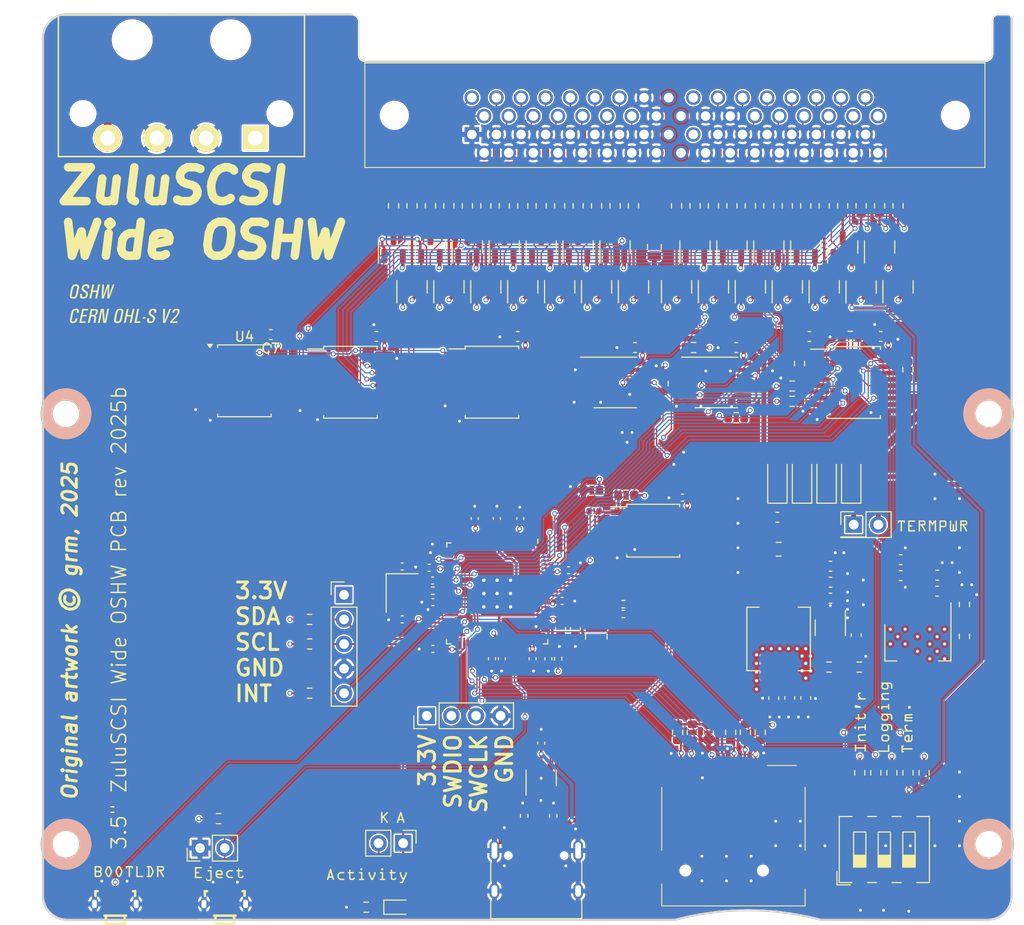
<source format=kicad_pcb>
(kicad_pcb (version 20241229) (generator "pcbnew") (generator_version "9.0")
  (title_block (title "ZuluSCSI Wide OSHW 3.5in, Derived from GBSCSI2/FWSCSI") (date "2025-06-04") (rev "2025b") (comment 3 "Originally Drawn by George R. M."))
  (layers (0 "F.Cu" signal) (4 "In1.Cu" signal) (6 "In2.Cu" signal) (2 "B.Cu" signal) (13 "F.Paste" user) (15 "B.Paste" user) (5 "F.SilkS" user "F.Silkscreen") (7 "B.SilkS" user "B.Silkscreen") (1 "F.Mask" user) (3 "B.Mask" user) (25 "Edge.Cuts" user))
  (property "Product" "Wide OSHW")
  (property "Vendor" "ZuluSCSI")
  (net 0 "")
  (net 1 "GND")
  (net 2 "+3V3")
  (net 3 "+5V")
  (net 4 "Net-(U3-A0)")
  (net 5 "Net-(U1-VREG_AVDD)")
  (net 6 "Net-(D2-K)")
  (net 7 "/5V_IN")
  (net 8 "Net-(D4-A)")
  (net 9 "/VBUS")
  (net 10 "/TERMPWR")
  (net 11 "/SDIO_D2")
  (net 12 "/SDIO_D3")
  (net 13 "/SDIO_CMD")
  (net 14 "/SDIO_CLK")
  (net 15 "/SDIO_D0")
  (net 16 "/SDIO_D1")
  (net 17 "/~{SCSI_SD0}")
  (net 18 "/~{SCSI_SD1}")
  (net 19 "/~{SCSI_SD2}")
  (net 20 "/~{SCSI_SD3}")
  (net 21 "/~{SCSI_SD4}")
  (net 22 "/~{SCSI_SD5}")
  (net 23 "/~{SCSI_SD6}")
  (net 24 "/~{SCSI_SD7}")
  (net 25 "/~{SCSI_SDP}")
  (net 26 "/SCSI_~{ATTN}")
  (net 27 "/~{SCSI_BSY}")
  (net 28 "/~{SCSI_ACK}")
  (net 29 "/~{SCSI_MSG}")
  (net 30 "/~{SCSI_SEL}")
  (net 31 "/SCSI_~{C}{slash}D")
  (net 32 "/SCSI_~{REQ}")
  (net 33 "/~{INITIATOR}")
  (net 34 "/~{DEBUG}")
  (net 35 "/~{TERM_EN}")
  (net 36 "/~{MCU_ATTN}")
  (net 37 "/~{MCU_REQ}")
  (net 38 "Net-(D1-A)")
  (net 39 "/~{MCU_SEL_OUT}")
  (net 40 "/~{MCU_ACK}")
  (net 41 "Net-(U3-B1)")
  (net 42 "/EJECT")
  (net 43 "Net-(R6-Pad2)")
  (net 45 "/~{MCU_SDP}")
  (net 46 "/~{MCU_CD{slash}SEL_IN}")
  (net 47 "Net-(R20-Pad2)")
  (net 48 "/~{MCU_MSG{slash}BSY_IN}")
  (net 49 "Net-(R21-Pad2)")
  (net 50 "/~{MCU_IO}")
  (net 51 "/~{MCU_SD0}")
  (net 52 "/~{MCU_SD1}")
  (net 53 "/~{MCU_SD2}")
  (net 54 "/~{MCU_SD3}")
  (net 55 "/~{MCU_SD4}")
  (net 56 "/~{MCU_SD5}")
  (net 57 "/~{MCU_SD6}")
  (net 58 "/~{MCU_SD7}")
  (net 59 "/XOUT")
  (net 60 "/~{MCU_BSY_OUT}")
  (net 61 "Net-(C21-Pad1)")
  (net 62 "+1V1")
  (net 63 "/BUS_DIR")
  (net 64 "/~{SCSI_RST}")
  (net 65 "/ACTY")
  (net 66 "/5V_TIE")
  (net 67 "Net-(F2-Pad1)")
  (net 68 "/SCSI_I{slash}~{O} ")
  (net 69 "Net-(Q1-D)")
  (net 70 "Net-(Q2-D)")
  (net 71 "Net-(Q3-D)")
  (net 72 "Net-(Q4-D)")
  (net 73 "Net-(Q5-D)")
  (net 74 "Net-(Q6-D)")
  (net 75 "Net-(Q7-D)")
  (net 76 "Net-(Q8-D)")
  (net 77 "Net-(Q9-D)")
  (net 78 "Net-(Q10-D)")
  (net 79 "Net-(Q11-D)")
  (net 80 "Net-(Q12-D)")
  (net 81 "Net-(Q13-D)")
  (net 82 "Net-(Q14-D)")
  (net 83 "Net-(Q15-D)")
  (net 84 "Net-(Q16-D)")
  (net 85 "Net-(Q17-D)")
  (net 86 "Net-(Q18-D)")
  (net 87 "+2V8")
  (net 88 "Net-(U7-GND)")
  (net 89 "/~{MCU_RST_OUT}")
  (net 91 "/I²C_SDA")
  (net 92 "/CC1")
  (net 93 "/Din+")
  (net 94 "/Din-")
  (net 96 "/CC2")
  (net 99 "/~{SCSI_SD12}")
  (net 100 "/~{SCSI_SD13}")
  (net 101 "/~{SCSI_SD14}")
  (net 102 "/~{SCSI_SD15}")
  (net 103 "/~{SCSI_SDP1}")
  (net 105 "/~{SCSI_SD8}")
  (net 106 "/~{SCSI_SD9}")
  (net 107 "/~{SCSI_SD10}")
  (net 108 "/~{SCSI_SD11}")
  (net 109 "/SWD")
  (net 110 "/SWCLK")
  (net 111 "/VREG_LX")
  (net 112 "Net-(Q19-D)")
  (net 113 "Net-(Q20-D)")
  (net 114 "Net-(Q21-D)")
  (net 115 "Net-(Q22-D)")
  (net 116 "Net-(Q23-D)")
  (net 117 "Net-(Q24-D)")
  (net 118 "Net-(Q25-D)")
  (net 119 "Net-(Q26-D)")
  (net 120 "Net-(Q27-D)")
  (net 121 "/XIN")
  (net 122 "/Dout+")
  (net 123 "/USB_D+")
  (net 124 "/Dout-")
  (net 125 "/USB_D-")
  (net 126 "/QSPI_SS")
  (net 127 "/~{USB_BOOT}")
  (net 128 "/~{MCU_SDP1}")
  (net 129 "/I²C_SCL")
  (net 130 "/I²C_INT")
  (net 133 "/~{MCU_SD8}")
  (net 134 "/~{MCU_SD9}")
  (net 135 "/~{MCU_SD10}")
  (net 136 "/~{MCU_SD11}")
  (net 137 "/~{MCU_SD12}")
  (net 138 "/~{MCU_SD13}")
  (net 139 "/~{MCU_SD14}")
  (net 140 "/~{MCU_SD15}")
  (net 141 "/~{MCU_RST_IN}")
  (net 148 "/QSPI_SD3")
  (net 149 "/QSPI_SCLK")
  (net 150 "/QSPI_SD0")
  (net 151 "/QSPI_SD2")
  (net 152 "/QSPI_SD1")
  (net 153 "Net-(U8-BST)")
  (net 154 "Net-(U8-SW)")
  (net 155 "Net-(U8-FB)")
  (footprint "Package_TO_SOT_SMD:SOT-23" (layer "F.Cu") (at 63.02 67.203139 90)
    (property "Reference" "Q23" (hide yes))
    (property "Value" "AO3401A")
  )
  (footprint "Resistor_SMD:R_0603_1608Metric" (layer "F.Cu") (at 54.356 108.204 180)
    (property "Reference" "R51" (hide yes))
    (property "Value" "4k7")
  )
  (footprint "Resistor_SMD:R_0603_1608Metric" (layer "F.Cu") (at 66.83 62.948139 -90)
    (property "Reference" "R61" (hide yes))
    (property "Value" "110")
  )
  (footprint "Package_SO:SOIC-8_5.23x5.23mm_P1.27mm" (layer "F.Cu") (at 89.825 96.5)
    (property "Reference" "U10" (hide yes))
    (property "Value" "W25Q128JVS")
  )
  (footprint "Resistor_SMD:R_0603_1608Metric" (layer "F.Cu") (at 87.023 92.837)
    (property "Reference" "R54" (hide yes))
    (property "Value" "4k7")
  )
  (footprint "Capacitor_SMD:C_0402_1005Metric" (layer "F.Cu") (at 81.082 100.584)
    (property "Reference" "C38" (hide yes))
    (property "Value" "100nF")
  )
  (footprint "Resistor_SMD:R_0603_1608Metric" (layer "F.Cu") (at 115.09 62.948139 -90)
    (property "Reference" "R58" (hide yes))
    (property "Value" "110")
  )
  (footprint "Connector_PinHeader_2.54mm:PinHeader_1x02_P2.54mm_Vertical" (layer "F.Cu") (at 64.013 128.778 -90)
    (property "Reference" "J3" (hide yes))
    (property "Value" "Conn_01x02")
  )
  (footprint "Package_TO_SOT_SMD:SOT-23" (layer "F.Cu") (at 115.09 71.315639 90)
    (property "Reference" "Q22" (hide yes))
    (property "Value" "AO3401A")
  )
  (footprint "LED_SMD:LED_0603_1608Metric" (layer "F.Cu") (at 63.5 135.382)
    (property "Reference" "D1" (hide yes))
    (property "Value" "YELLOW")
  )
  (footprint "Resistor_SMD:R_0603_1608Metric" (layer "F.Cu") (at 92.3394 117.322 90)
    (property "Reference" "R7" (hide yes))
    (property "Value" "4k7")
  )
  (footprint "Package_TO_SOT_SMD:SOT-23" (layer "F.Cu") (at 64.925 71.315639 90)
    (property "Reference" "Q24" (hide yes))
    (property "Value" "AO3401A")
  )
  (footprint "Capacitor_SMD:C_0402_1005Metric" (layer "F.Cu") (at 63.909 105.664 180)
    (property "Reference" "C20" (hide yes))
    (property "Value" "22pF")
  )
  (footprint "Resistor_SMD:R_0603_1608Metric" (layer "F.Cu") (at 60.198 135.382)
    (property "Reference" "R50" (hide yes))
    (property "Value" "510")
  )
  (footprint "Resistor_SMD:R_0603_1608Metric" (layer "F.Cu") (at 93.9789 77.590139 180)
    (property "Reference" "R13" (hide yes))
    (property "Value" "4k7")
  )
  (footprint "ZuluSCSI-Wide-OSHW:SW-SMD_GT-TC108A-H034-L1S" (layer "F.Cu") (at 34.3 135.1 180)
    (property "Reference" "SW3" (hide yes))
    (property "Value" "SW_BOOT")
  )
  (footprint "Resistor_SMD:R_0603_1608Metric" (layer "F.Cu") (at 97.8124 117.322 90)
    (property "Reference" "R3" (hide yes))
    (property "Value" "4k7")
  )
  (footprint "Capacitor_SMD:C_0402_1005Metric" (layer "F.Cu") (at 66.703 100.33 180)
    (property "Reference" "C29" (hide yes))
    (property "Value" "100nF")
  )
  (footprint "Package_TO_SOT_SMD:SOT-23" (layer "F.Cu") (at 99.85 71.315639 90)
    (property "Reference" "Q14" (hide yes))
    (property "Value" "AO3401A")
  )
  (footprint "Connector_PinHeader_2.54mm:PinHeader_1x05_P2.54mm_Vertical" (layer "F.Cu") (at 57.912 103.129)
    (property "Reference" "J6" (hide yes))
    (property "Value" "Conn_01x05")
  )
  (footprint "Resistor_SMD:R_0603_1608Metric" (layer "F.Cu") (at 111.28 62.948139 -90)
    (property "Reference" "R56" (hide yes))
    (property "Value" "110")
  )
  (footprint "Resistor_SMD:R_0603_1608Metric" (layer "F.Cu") (at 76.355 62.948139 -90)
    (property "Reference" "R24" (hide yes))
    (property "Value" "110")
  )
  (footprint "Resistor_SMD:R_0603_1608Metric" (layer "F.Cu") (at 54.356 105.664 180)
    (property "Reference" "R15" (hide yes))
    (property "Value" "4k7")
  )
  (footprint "Connector_PinHeader_2.54mm:PinHeader_1x04_P2.54mm_Vertical" (layer "F.Cu") (at 66.4478 115.618 90)
    (property "Reference" "J7" (hide yes))
    (property "Value" "Conn_01x04")
  )
  (footprint "Capacitor_SMD:C_0603_1608Metric" (layer "F.Cu") (at 108.126 101.828139)
    (property "Reference" "C17" (hide yes))
    (property "Value" "1uF")
  )
  (footprint "ZuluSCSI-Wide-OSHW:DRVPWR" (layer "F.Cu") (at 42.3952 61.0475)
    (property "Reference" "J4" (hide yes))
    (property "Value" "MnL" (hide yes))
  )
  (footprint "Resistor_SMD:R_0603_1608Metric" (layer "F.Cu") (at 83.439 92.329)
    (property "Reference" "R10" (hide yes))
    (property "Value" "4k7")
  )
  (footprint "Resistor_SMD:R_0603_1608Metric" (layer "F.Cu") (at 105.565 62.948139 -90)
    (property "Reference" "R38" (hide yes))
    (property "Value" "110")
  )
  (footprint "ZuluSCSI-Wide-OSHW:MH2.5_NPTH" (layer "F.Cu") (at 124.45 128.88)
    (property "Reference" "H4" (hide yes))
    (property "Value" "~" (hide yes))
  )
  (footprint "Fiducial:Fiducial_0.5mm_Mask1mm" (layer "F.Cu") (at 122 50.448139)
    (property "Reference" "FID3" (hide yes))
    (property "Value" "Fiducial")
  )
  (footprint "Resistor_SMD:R_0603_1608Metric" (layer "F.Cu") (at 101.755 62.948139 -90)
    (property "Reference" "R36" (hide yes))
    (property "Value" "110")
  )
  (footprint "Resistor_SMD:R_0603_1608Metric" (layer "F.Cu") (at 94.135 62.948139 -90)
    (property "Reference" "R32" (hide yes))
    (property "Value" "110")
  )
  (footprint "Package_SO:TSSOP-14_4.4x5mm_P0.65mm" (layer "F.Cu") (at 96.341166 81.197139)
    (property "Reference" "U6" (hide yes))
    (property "Value" "74LVT125")
  )
  (footprint "Capacitor_SMD:C_0402_1005Metric" (layer "F.Cu") (at 78.994 109.728 -90)
    (property "Reference" "C36" (hide yes))
    (property "Value" "4.7uF")
  )
  (footprint "Resistor_SMD:R_0603_1608Metric" (layer "F.Cu") (at 121.938 104.120139 -90)
    (property "Reference" "R45" (hide yes))
    (property "Value" "0")
  )
  (footprint "Package_TO_SOT_SMD:SOT-23" (layer "F.Cu") (at 76.355 71.315639 90)
    (property "Reference" "Q3" (hide yes))
    (property "Value" "AO3401A")
  )
  (footprint "Package_TO_SOT_SMD:SOT-23" (layer "F.Cu") (at 97.945 67.203139 90)
    (property "Reference" "Q13" (hide yes))
    (property "Value" "AO3401A")
  )
  (footprint "Package_SO:SSOP-20_5.3x7.2mm_P0.65mm" (layer "F.Cu") (at 58.575 81.173139)
    (property "Reference" "U11" (hide yes))
    (property "Value" "74LVT245")
  )
  (footprint "Package_TO_SOT_SMD:SOT-23" (layer "F.Cu") (at 101.755 67.203139 90)
    (property "Reference" "Q15" (hide yes))
    (property "Value" "AO3401A")
  )
  (footprint "Resistor_SMD:R_0402_1005Metric" (layer "F.Cu") (at 86.741 105.1052 180)
    (property "Reference" "R49" (hide yes))
    (property "Value" "27")
  )
  (footprint "Capacitor_SMD:C_0603_1608Metric" (layer "F.Cu") (at 105.94 76.447139)
    (property "Reference" "C2" (hide yes))
    (property "Value" "12pF")
  )
  (footprint "Package_TO_SOT_SMD:SOT-23" (layer "F.Cu") (at 85.88 67.203139 90)
    (property "Reference" "Q8" (hide yes))
    (property "Value" "AO3401A")
  )
  (footprint "Resistor_SMD:R_0603_1608Metric" (layer "F.Cu") (at 90.833 81.300139 -90)
    (property "Reference" "R11" (hide yes))
    (property "Value" "4k7")
  )
  (footprint "Fuse:Fuse_0805_2012Metric" (layer "F.Cu") (at 89.938 67.203139 -90)
    (property "Reference" "F1" (hide yes))
    (property "Value" "1A")
  )
  (footprint "Resistor_SMD:R_0603_1608Metric" (layer "F.Cu") (at 72.545 62.948139 -90)
    (property "Reference" "R22" (hide yes))
    (property "Value" "110")
  )
  (footprint "Capacitor_SMD:C_0402_1005Metric" (layer "F.Cu") (at 71.4008 95.25 90)
    (property "Reference" "C28" (hide yes))
    (property "Value" "100nF")
  )
  (footprint "Package_TO_SOT_SMD:SOT-23" (layer "F.Cu") (at 87.785 71.315639 90)
    (property "Reference" "Q9" (hide yes))
    (property "Value" "AO3401A")
  )
  (footprint "Resistor_SMD:R_0603_1608Metric" (layer "F.Cu") (at 92.23 62.948139 -90)
    (property "Reference" "R31" (hide yes))
    (property "Value" "110")
  )
  (footprint "Capacitor_SMD:C_0402_1005Metric" (layer "F.Cu") (at 73.18 109.728 -90)
    (property "Reference" "C31" (hide yes))
    (property "Value" "100nF")
  )
  (footprint "Capacitor_SMD:C_0402_1005Metric" (layer "F.Cu") (at 67.084 103.886 180)
    (property "Reference" "C23" (hide yes))
    (property "Value" "4.7uF")
  )
  (footprint "Button_Switch_SMD:SW_DIP_SPSTx03_Slide_6.7x9.18mm_W8.61mm_P2.54mm_LowProfile" (layer "F.Cu") (at 113.675 129.43 90)
    (property "Reference" "SW1" (hide yes))
    (property "Value" "SW_DIP_x03")
  )
  (footprint "Package_TO_SOT_SMD:SOT-23" (layer "F.Cu") (at 109.375 67.203139 90)
    (property "Reference" "Q19" (hide yes))
    (property "Value" "AO3401A")
  )
  (footprint "Resistor_SMD:R_0603_1608Metric" (layer "F.Cu") (at 80.165 62.948139 -90)
    (property "Reference" "R26" (hide yes))
    (property "Value" "110")
  )
  (footprint "Resistor_SMD:R_0603_1608Metric" (layer "F.Cu") (at 93.8634 117.322 90)
    (property "Reference" "R5" (hide yes))
    (property "Value" "4k7")
  )
  (footprint "Package_TO_SOT_SMD:SOT-23" (layer "F.Cu") (at 68.735 71.315639 90)
    (property "Reference" "Q26" (hide yes))
    (property "Value" "AO3401A")
  )
  (footprint "Inductor_SMD:L_0603_1608Metric" (layer "F.Cu") (at 102.638 95.116139)
    (property "Reference" "L1" (hide yes))
    (property "Value" "Ferrite_Bead_Small")
  )
  (footprint "Diode_SMD:D_SOD-123" (layer "F.Cu") (at 102.638 91.306139 90)
    (property "Reference" "D4" (hide yes))
    (property "Value" "D_Schottky")
  )
  (footprint "Inductor_SMD:L_1008_2520Metric_Pad1.43x2.20mm_HandSolder" (layer "F.Cu") (at 83.947 107.442 -90)
    (property "Reference" "L3" (hide yes))
    (property "Value" "3.3uH")
  )
  (footprint "Resistor_SMD:R_0603_1608Metric" (layer "F.Cu") (at 100.8604 117.322 90)
    (property "Reference" "R1" (hide yes))
    (property "Value" "4k7")
  )
  (footprint "Diode_SMD:D_SOD-123" (layer "F.Cu") (at 107.718 91.306139 90)
    (property "Reference" "D3" (hide yes))
    (property "Value" "D_Schottky")
  )
  (footprint "Capacitor_SMD:C_0603_1608Metric" (layer "F.Cu") (at 119.112 102.749139)
    (property "Reference" "C11" (hide yes))
    (property "Value" "100nF")
  )
  (footprint "Package_SO:TSSOP-14_4.4x5mm_P0.65mm" (layer "F.Cu") (at 85.903333 81.197139)
    (property "Reference" "U5" (hide yes))
    (property "Value" "74LVT125")
  )
  (footprint "Fiducial:Fiducial_0.5mm_Mask1mm" (layer "F.Cu") (at 57.5 134.25)
    (property "Reference" "FID2" (hide yes))
    (property "Value" "Fiducial")
  )
  (footprint "Resistor_SMD:R_0603_1608Metric" (layer "F.Cu") (at 121.938 107.422139 -90)
    (property "Reference" "R44" (hide yes))
    (property "Value" "~")
  )
  (footprint "Capacitor_SMD:C_0603_1608Metric" (layer "F.Cu") (at 115.357 99.498139)
    (property "Reference" "C8" (hide yes))
    (property "Value" "1uF")
  )
  (footprint "Capacitor_SMD:C_0402_1005Metric" (layer "F.Cu") (at 74.196 109.728 -90)
    (property "Reference" "C22" (hide yes))
    (property "Value" "100nF")
  )
  (footprint "Inductor_SMD:L_Vishay_IHLP-2525" (layer "F.Cu") (at 102.766 107.683139 -90)
    (property "Reference" "L2" (hide yes))
    (property "Value" "2.2uH")
  )
  (footprint "Connector_USB:USB_C_Receptacle_HRO_TYPE-C-31-M-12" (layer "F.Cu") (at 77.7508 132.6614)
    (property "Reference" "J1" (hide yes))
    (property "Value" "USB_DATA")
  )
  (footprint "Capacitor_SMD:C_0603_1608Metric" (layer "F.Cu") (at 103.909 113.779139 -90)
    (property "Reference" "C13" (hide yes))
    (property "Value" "22uF")
  )
  (footprint "Capacitor_SMD:C_0402_1005Metric" (layer "F.Cu") (at 67.0548 101.648 180)
    (property "Reference" "C39" (hide yes))
    (property "Value" "100nF")
  )
  (footprint "Package_TO_SOT_SMD:SOT-23" (layer "F.Cu") (at 82.07 67.203139 90)
    (property "Reference" "Q6" (hide yes))
    (property "Value" "AO3401A")
  )
  (footprint "Capacitor_SMD:C_0603_1608Metric" (layer "F.Cu") (at 87.9398 77.590139 180)
    (property "Reference" "C5" (hide yes))
    (property "Value" "100nF")
  )
  (footprint "Capacitor_SMD:C_0402_1005Metric" (layer "F.Cu") (at 77.371 109.728 -90)
    (property "Reference" "C32" (hide yes))
    (property "Value" "100nF")
  )
  (footprint "Resistor_SMD:R_0603_1608Metric" (layer "F.Cu") (at 99.3364 117.322 90)
    (property "Reference" "R2" (hide yes))
    (property "Value" "4k7")
  )
  (footprint "Package_TO_SOT_SMD:SOT-23" (layer "F.Cu") (at 107.47 71.315639 90)
    (property "Reference" "Q18" (hide yes))
    (property "Value" "AO3401A")
  )
  (footprint "Package_SO:SSOP-20_5.3x7.2mm_P0.65mm" (layer "F.Cu") (at 73.18 81.173139)
    (property "Reference" "U2" (hide yes))
    (property "Value" "74LVT245")
  )
  (footprint "Capacitor_SMD:C_0402_1005Metric" (layer "F.Cu") (at 67.084 108.712 180)
    (property "Reference" "C30" (hide yes))
    (property "Value" "100nF")
  )
  (footprint "Resistor_SMD:R_0402_1005Metric" (layer "F.Cu") (at 86.741 104.0892 180)
    (property "Reference" "R48" (hide yes))
    (property "Value" "27")
  )
  (footprint "ZuluSCSI-Wide-OSHW:MH2.5_NPTH" (layer "F.Cu") (at 29.2 84.43)
    (property "Reference" "H1" (hide yes))
    (property "Value" "~" (hide yes))
  )
  (footprint "Fuse:Fuse_0805_2012Metric" (layer "F.Cu") (at 102.765 98.418139)
    (property "Reference" "F2" (hide yes))
    (property "Value" "1A")
  )
  (footprint "Package_TO_SOT_SMD:SOT-23-6" (layer "F.Cu") (at 78.2562 122.0231 90)
    (property "Reference" "U9" (hide yes))
    (property "Value" "USB TVS")
  )
  (footprint "Resistor_SMD:R_0603_1608Metric" (layer "F.Cu") (at 70.64 62.948139 -90)
    (property "Reference" "R63" (hide yes))
    (property "Value" "110")
  )
  (footprint "Resistor_SMD:R_0603_1608Metric" (layer "F.Cu") (at 103.66 62.948139 -90)
    (property "Reference" "R37" (hide yes))
    (property "Value" "110")
  )
  (footprint "ZuluSCSI-Wide-OSHW:SW-SMD_GT-TC108A-H034-L1S" (layer "F.Cu") (at 45.6 135.1 180)
    (property "Reference" "SW2" (hide yes))
    (property "Value" "SW_EJECT")
  )
  (footprint "Capacitor_SMD:C_0402_1005Metric" (layer "F.Cu") (at 73.6868 95.25 90)
    (property "Reference" "C24" (hide yes))
    (property "Value" "100nF")
  )
  (footprint "Package_TO_SOT_SMD:SOT-23" (layer "F.Cu") (at 83.975 71.315639 90)
    (property "Reference" "Q7" (hide yes))
    (property "Value" "AO3401A")
  )
  (footprint "ZuluSCSI-Wide-OSHW:TF01A" (layer "F.Cu") (at 98.0974 128)
    (property "Reference" "J2" (hide yes))
    (property "Value" "TF003" (hide yes))
  )
  (footprint "Resistor_SMD:R_0402_1005Metric" (layer "F.Cu") (at 76.5008 125.9546 90)
    (property "Reference" "R47" (hide yes))
    (property "Value" "5k1")
  )
  (footprint "Resistor_SMD:R_0603_1608Metric" (layer "F.Cu") (at 74.45 62.948139 -90)
    (property "Reference" "R23" (hide yes))
    (property "Value" "110")
  )
  (footprint "Package_TO_SOT_SMD:SOT-23" (layer "F.Cu") (at 80.165 71.315639 90)
    (property "Reference" "Q5" (hide yes))
    (property "Value" "AO3401A")
  )
  (footprint "Package_TO_SOT_SMD:TSOT-23-6" (layer "F.Cu") (at 108.099293 106.526432 -90)
    (property "Reference" "U8" (hide yes))
    (property "Value" "AP62250WU")
  )
  (footprint "Capacitor_SMD:C_0402_1005Metric" (layer "F.Cu") (at 78.2588 118.44 90)
    (property "Reference" "C33" (hide yes))
    (property "Value" "100nF")
  )
  (footprint "Crystal:Crystal_SMD_3225-4Pin_3.2x2.5mm" (layer "F.Cu") (at 63.909 102.95 -90)
    (property "Reference" "Y1" (hide yes))
    (property "Value" "12MHz")
  )
  (footprint "Connector_PinHeader_2.54mm:PinHeader_2x01_P2.54mm_Vertical" (layer "F.Cu") (at 110.512 95.878139)
    (property "Reference" "JP3" (hide yes))
    (property "Value" "Jumper_2_Open")
  )
  (footprint "Resistor_SMD:R_0603_1608Metric" (layer "F.Cu") (at 114.455 121.5014 -90)
    (property "Reference" "R6" (hide yes))
    (property "Value" "1k")
  )
  (footprint "Capacitor_SMD:C_0603_1608Metric" (layer "F.Cu") (at 108.113 103.479139)
    (property "Reference" "C18" (hide yes))
    (property "Value" "100nF")
  )
  (footprint "ZuluSCSI-Wide-OSHW:MH2.5_NPTH" (layer "F.Cu") (at 29.2 128.88)
    (property "Reference" "H2" (hide yes))
    (property "Value" "~" (hide yes))
  )
  (footprint "Resistor_SMD:R_0603_1608Metric" (layer "F.Cu") (at 110.1646 76.434139)
    (property "Reference" "R8" (hide yes))
    (property "Value" "2k")
  )
  (footprint "Resistor_SMD:R_0603_1608Metric" (layer "F.Cu") (at 113.185 62.948139 -90)
    (property "Reference" "R57" (hide yes))
    (property "Value" "110")
  )
  (footprint "Resistor_SMD:R_0603_1608Metric" (layer "F.Cu") (at 82.07 62.948139 -90)
    (property "Reference" "R27" (hide yes))
    (property "Value" "110")
  )
  (footprint "ZuluSCSI-Wide-OSHW:RP2350-QFN-80-1EP_10x10_P0.4mm_EP3.4x3.4mm_ThermalVias" (layer "F.Cu") (at 73.71 102.995139 -90)
    (property "Reference" "U1" (hide yes))
    (property "Value" "RP2350_80QFN")
  )
  (footprint "Resistor_SMD:R_0603_1608Metric" (layer "F.Cu") (at 44.958 126.238)
    (property "Reference" "R66" (hide yes))
    (property "Value" "4k7")
  )
  (footprint "Package_SO:SSOP-20_5.3x7.2mm_P0.65mm" (layer "F.Cu") (at 47.625 81.025)
    (property "Reference" "U4")
    (property "Value" "74LVT245")
  )
  (footprint "Resistor_SMD:R_0603_1608Metric" (layer "F.Cu") (at 99.85 62.948139 -90)
    (property "Reference" "R35" (hide yes))
    (property "Value" "110")
  )
  (footprint "Package_TO_SOT_SMD:SOT-23" (layer "F.Cu") (at 105.565 67.203139 90)
    (property "Reference" "Q17" (hide yes))
    (property "Value" "AO3401A")
  )
  (footprint "Capacitor_SMD:C_0603_1608Metric" (layer "F.Cu") (at 81.788 106.6292 -90)
    (property "Reference" "C35" (hide yes))
    (property "Value" "4.7uF")
  )
  (footprint "Resistor_SMD:R_0603_1608Metric" (layer "F.Cu") (at 96.04 62.948139 -90)
    (property "Reference" "R33" (hide yes))
    (property "Value" "110")
  )
  (footprint "Resistor_SMD:R_0603_1608Metric" (layer "F.Cu") (at 109.375 62.948139 -90)
    (property "Reference" "R55" (hide yes))
    (property "Value" "110")
  )
  (footprint "Resistor_SMD:R_0603_1608Metric" (layer "F.Cu") (at 116.1 79.876139 90)
    (property "Reference" "R17" (hide yes))
    (property "Value" "1k")
  )
  (footprint "Capacitor_SMD:C_0603_1608Metric" (layer "F.Cu") (at 98.3855 77.590139 180)
    (property "Reference" "C6" (hide yes))
    (property "Value" "100nF")
  )
  (footprint "Capacitor_SMD:C_0603_1608Metric" (layer "F.Cu") (at 75.841 76.447139 180)
    (property "Reference" "C4" (hide yes))
    (property "Value" "100nF")
  )
  (footprint "Fiducial:Fiducial_0.5mm_Mask1mm" (layer "F.Cu") (at 122.05 134.2)
    (property "Reference" "FID1" (hide yes))
    (property "Value" "Fiducial")
  )
  (footprint "Resistor_SMD:R_0603_1608Metric" (layer "F.Cu") (at 83.975 62.948139 -90)
    (property "Reference" "R28" (hide yes))
    (property "Value" "110")
  )
  (footprint "Diode_SMD:D_SOD-123" (layer "F.Cu") (at 105.178 91.306139 90)
    (property "Reference" "D5" (hide yes))
    (property "Value" "D_Schottky")
  )
  (footprint "Package_TO_SOT_SMD:SOT-23" (layer "F.Cu") (at 94.135 67.203139 90)
    (property "Reference" "Q11" (hide yes))
    (property "Value" "AO3401A")
  )
  (footprint "Package_TO_SOT_SMD:SOT-23" (layer "F.Cu") (at 103.66 71.315639 90)
    (property "Reference" "Q16" (hide yes))
    (property "Value" "AO3401A")
  )
  (footprint "Package_SO:SSOP-20_5.3x7.2mm_P0.65mm" (layer "F.Cu") (at 110.512 81.197139)
    (property "Reference" "U3" (hide yes))
    (property "Value" "74LVT245")
  )
  (footprint "Resistor_SMD:R_0603_1608Metric" (layer "F.Cu") (at 97.945 62.948139 -90)
    (property "Reference" "R34" (hide yes))
    (property "Value" "110")
  )
  (footprint "Resistor_SMD:R_0603_1608Metric" (layer "F.Cu") (at 112.795534 121.5014 90)
    (property "Reference" "R9" (hide yes))
    (property "Value" "4k7")
  )
  (footprint "Resistor_SMD:R_0603_1608Metric" (layer "F.Cu") (at 116.114468 121.5014 90)
    (property "Reference" "R43" (hide yes))
    (property "Value" "2k")
  )
  (footprint "Capacitor_SMD:C_0603_1608Metric" (layer "F.Cu") (at 95.5264 117.322 -90)
    (property "Reference" "C1" (hide yes))
    (property "Value" "100nF")
  )
  (footprint "Capacitor_SMD:C_0603_1608Metric" (layer "F.Cu") (at 80.264 106.6292 -90)
    (property "Reference" "C26" (hide yes))
    (property "Value" "4.7uF")
  )
  (footprint "Resistor_SMD:R_0603_1608Metric" (layer "F.Cu") (at 64.925 62.948139 -90)
    (property "Reference" "R60" (hide yes))
    (property "Value" "110")
  )
  (footprint "Capacitor_SMD:C_0603_1608Metric" (layer "F.Cu") (at 115.357 101.149139)
    (property "Reference" "C10" (hide yes))
    (property "Value" "100nF")
  )
  (footprint "Resistor_SMD:R_0603_1608Metric" (layer "F.Cu") (at 104.921 79.241139 90)
    (property "Reference" "R16" (hide yes))
    (property "Value" "110")
  )
  (footprint "Capacitor_SMD:C_0603_1608Metric" (layer "F.Cu") (at 61.2408 76.447139 180)
    (property "Reference" "C37" (hide yes))
    (property "Value" "100nF")
  )
  (footprint "Resistor_SMD:R_0402_1005Metric" (layer "F.Cu") (at 67.075 102.7 180)
    (property "Reference" "R14" (hide yes))
    (property "Value" "1k")
  )
  (footprint "Capacitor_SMD:C_0402_1005Metric" (layer "F.Cu") (at 80.419 103.759)
    (property "Reference" "C25" (hide yes))
    (property "Value" "1uF")
  )
  (footprint "Symbol:OSHW-Logo2_9.8x8mm_Copper" (layer "F.Cu") (at 40.8 96.675)
    (property "Reference" "REF**" (hide yes))
    (property "Value" "OSHW-Logo2_9.8x8mm_Copper" (hide yes))
  )
  (footprint "Resistor_SMD:R_0603_1608Metric" (layer "F.Cu") (at 85.88 62.948139 -90)
    (property "Reference" "R29" (hide yes))
    (property "Value" "110")
  )
  (footprint "Resistor_SMD:R_0402_1005Metric" (layer "F.Cu") (at 80.01 109.728 -90)
    (property "Reference" "R65" (hide yes))
    (property "Value" "27")
  )
  (footprint "Package_TO_SOT_SMD:SOT-23" (layer "F.Cu") (at 78.26 67.203139 90)
    (property "Reference" "Q4" (hide yes))
    (property "Value" "AO3401A")
  )
  (footprint "Capacitor_SMD:C_0402_1005Metric" (layer "F.Cu") (at 92.837 93.091 180)
    (property "Reference" "C34" (hide yes))
    (property "Value" "100nF")
  )
  (footprint "Resistor_SMD:R_0603_1608Metric" (layer "F.Cu") (at 107.973 110.591139)
    (property "Reference" "R41" (hide yes))
    (property "Value" "31k6")
  )
  (footprint "Resistor_SMD:R_0603_1608Metric" (layer "F.Cu") (at 111.136068 121.5014 -90)
    (property "Reference" "R4" (hide yes))
    (property "Value" "1k")
  )
  (footprint "Package_TO_SOT_SMD:SOT-23" (layer "F.Cu") (at 111.28 71.345639 90)
    (property "Reference" "Q20" (hide yes))
    (property "Value" "AO3401A")
  )
  (footprint "Resistor_SMD:R_0402_1005Metric" (layer "F.Cu") (at 79.5008 125.9546 90)
    (property "Reference" "R46" (hide yes))
    (property "Value" "5k1")
  )
  (footprint "Resistor_SMD:R_0603_1608Metric" (layer "F.Cu") (at 68.735 62.948139 -90)
    (property "Reference" "R62" (hide yes))
    (property "Value" "110")
  )
  (footprint "Capacitor_SMD:C_0402_1005Metric" (layer "F.Cu") (at 63.909 100.203)
    (property "Reference" "C21" (hide yes))
    (property "Value" "22pF")
  )
  (footprint "ZuluSCSI-Wide-OSHW:MH2.5_NPTH" (layer "F.Cu") (at 124.45 84.43)
    (property "Reference" "H3" (hide yes))
    (property "Value" "~" (hide yes))
  )
  (footprint "Package_TO_SOT_SMD:SOT-23" (layer "F.Cu") (at 66.83 67.203139 90)
    (property "Reference" "Q25" (hide yes))
    (property "Value" "AO3401A")
  )
  (footprint "Capacitor_SMD:C_0603_1608Metric" (layer "F.Cu") (at 102.258 113.792139 -90)
    (property "Reference" "C16" (hide yes))
    (property "Value" "100nF")
  )
  (footprint "Package_TO_SOT_SMD:SOT-23" (layer "F.Cu") (at 92.23 71.315639 90)
    (property "Reference" "Q10" (hide yes))
    (property "Value" "AO3401A")
  )
  (footprint "Capacitor_SMD:C_0603_1608Metric" (layer "F.Cu") (at 105.56 113.779139 -90)
    (property "Reference" "C12" (hide yes))
    (property "Value" "22uF")
  )
  (footprint "Capacitor_SMD:C_0603_1608Metric" (layer "F.Cu") (at 110.767 107.289139 -90)
    (property "Reference" "C14" (hide yes))
    (property "Value" "100nF")
  )
  (footprint "Resistor_SMD:R_0603_1608Metric" (layer "F.Cu") (at 117.775 121.5 -90)
    (property "Reference" "R18" (hide yes))
    (property "Value" "1k")
  )
  (footprint "Connector_PinHeader_2.54mm:PinHeader_1x02_P2.54mm_Vertical" (layer "F.Cu") (at 43.048 129.286 90)
    (property "Reference" "J8" (hide yes))
    (property "Value" "Conn_01x02")
  )
  (footprint "Capacitor_SMD:C_0603_1608Metric" (layer "F.Cu") (at 113.306 76.447139 180)
    (property "Reference" "C3" (hide yes))
    (property "Value" "100nF")
  )
  (footprint "Resistor_SMD:R_0603_1608Metric" (layer "F.Cu") (at 54.356 113.284 180)
    (property "Reference" "R52" (hide yes))
    (property "Value" "4k7")
  )
  (footprint "Resistor_SMD:R_0603_1608Metric" (layer "F.Cu") (at 78.26 62.948139 -90)
    (property "Reference" "R25" (hide yes))
    (property "Value" "110")
  )
  (footprint "Package_TO_SOT_SMD:SOT-23" (layer "F.Cu") (at 113.185 67.203139 90)
    (property "Reference" "Q21" (hide yes))
    (property "Value" "AO3401A")
  )
  (footprint "Resistor_SMD:R_0603_1608Metric" (layer "F.Cu") (at 87.785 62.948139 -90)
    (property "Reference" "R30" (hide yes))
    (property "Value" "110")
  )
  (footprint "Capacitor_SMD:C_0603_1608Metric" (layer "F.Cu") (at 119.125 101.098139)
    (property "Reference" "C9" (hide yes))
    (property "Value" "1uF")
  )
  (footprint "Resistor_SMD:R_0603_1608Metric" (layer "F.Cu") (at 63.02 62.948139 -90)
    (property "Reference" "R59" (hide yes))
    (property "Value" "110")
  )
  (footprint "Package_TO_SOT_SMD:SOT-23" (layer "F.Cu") (at 74.45 67.203139 90)
    (property "Reference" "Q2" (hide yes))
    (property "Value" "AO3401A")
  )
  (footprint "Resistor_SMD:R_0603_1608Metric" (layer "F.Cu") (at 111.084 110.591139)
    (property "Reference" "R42" (hide yes))
    (property "Value" "10k")
  )
  (footprint "ZuluSCSI-Wide-OSHW:5787169-7" (layer "F.Cu") (at 92.0532 54.496339 180)
    (property "Reference" "J5" (hide yes))
    (property "Value" "HD68")
    (fp_line (start -32 6.5) (end 32 6.5) (stroke (width 0.1)) (layer "Edge.Cuts"))
  )
  (footprint "Resistor_SMD:R_0603_1608Metric" (layer "F.Cu") (at 104.158 83.139739 180)
    (property "Reference" "R21" (hide yes))
    (property "Value" "1k")
  )
  (footprint "Capacitor_SMD:C_0603_1608Metric" (layer "F.Cu") (at 50.35 76.25 180)
    (property "Reference" "C7")
    (property "Value" "100nF")
  )
  (footprint "Resistor_SMD:R_0603_1608Metric" (layer "F.Cu") (at 104.158 81.564939 180)
    (property "Reference" "R20" (hide yes))
    (property "Value" "1k")
  )
  (footprint "Resistor_SMD:R_0402_1005Metric" (layer "F.Cu") (at 83.719 94.488 180)
    (property "Reference" "R53" (hide yes))
    (property "Value" "1k")
  )
  (footprint "Package_TO_SOT_SMD:SOT-223-3_TabPin2" (layer "F.Cu") (at 117.138 108.047139 -90)
    (property "Reference" "U7" (hide yes))
    (property "Value" "AZ1117-2.85")
  )
  (footprint "Resistor_SMD:R_0603_1608Metric" (layer "F.Cu") (at 98.3855 84.836 180)
    (property "Reference" "R12" (hide yes))
    (property "Value" "4k7")
  )
  (footprint "Capacitor_SMD:C_0402_1005Metric" (layer "F.Cu") (at 76.0998 95.25 90)
    (property "Reference" "C27" (hide yes))
    (property "Value" "100nF")
  )
  (footprint "Resistor_SMD:R_0603_1608Metric" (layer "F.Cu") (at 107.47 62.948139 -90)
    (property "Reference" "R39" (hide yes))
    (property "Value" "110")
  )
  (footprint "Package_TO_SOT_SMD:SOT-23" (layer "F.Cu") (at 72.545 71.315639 90)
    (property "Reference" "Q1" (hide yes))
    (property "Value" "AO3401A")
  )
  (footprint "Package_TO_SOT_SMD:SOT-23" (layer "F.Cu") (at 70.64 67.203139 90)
    (property "Reference" "Q27" (hide yes))
    (property "Value" "AO3401A")
  )
  (footprint "Capacitor_SMD:C_0603_1608Metric" (layer "F.Cu") (at 108.113 100.177139)
    (property "Reference" "C15" (hide yes))
    (property "Value" "10uF")
  )
  (footprint "Package_TO_SOT_SMD:SOT-23" (layer "F.Cu") (at 96.04 71.315639 90)
    (property "Reference" "Q12" (hide yes))
    (property "Value" "AO3401A")
  )
  (footprint "Diode_SMD:D_SOD-123" (layer "F.Cu") (at 110.258 91.306139 90)
    (property "Reference" "D2" (hide yes))
    (property "Value" "D_Schottky")
  )
  (gr_arc (start 124.8182 43.812948) (mid 124.978258 43.374237) (end 125.401652 43.1772) (stroke (width 0.05)) (layer "Edge.Cuts"))
  (gr_line (start 124.811344 47.2412) (end 124.8182 44.5488) (stroke (width 0.05)) (layer "Edge.Cuts"))
  (gr_arc (start 58.704748 43.177201) (mid 59.240214 43.397753) (end 59.462892 43.932339) (stroke (width 0.05)) (layer "Edge.Cuts"))
  (gr_arc (start 92.0974 136.7) (mid 99.5974 135.712606) (end 107.0974 136.7) (stroke (width 0.2)) (layer "Edge.Cuts"))
  (gr_arc (start 124.811344 47.2412) (mid 124.588666 47.775786) (end 124.0532 47.996338) (stroke (width 0.05)) (layer "Edge.Cuts"))
  (gr_line (start 26.825 134.2) (end 26.825 45.65) (stroke (width 0.2)) (layer "Edge.Cuts"))
  (gr_line (start 124.8182 44.5488) (end 124.8182 43.812948) (stroke (width 0.05)) (layer "Edge.Cuts"))
  (gr_line (start 59.462892 43.932339) (end 59.469748 46.624739) (stroke (width 0.05)) (layer "Edge.Cuts"))
  (gr_arc (start 26.825 45.65) (mid 27.557233 43.882233) (end 29.325 43.15) (stroke (width 0.2)) (layer "Edge.Cuts"))
  (gr_line (start 29.325 43.15) (end 58.704748 43.177201) (stroke (width 0.2)) (layer "Edge.Cuts"))
  (gr_arc (start 60.0532 47.996339) (mid 59.629806 47.799302) (end 59.469748 47.360591) (stroke (width 0.05)) (layer "Edge.Cuts"))
  (gr_arc (start 126.4186 43.1772) (mid 126.705968 43.296232) (end 126.825 43.5836) (stroke (width 0.05)) (layer "Edge.Cuts"))
  (gr_arc (start 126.825 134.2) (mid 126.092767 135.967767) (end 124.325 136.7) (stroke (width 0.2)) (layer "Edge.Cuts"))
  (gr_arc (start 29.325 136.7) (mid 27.557233 135.967767) (end 26.825 134.2) (stroke (width 0.2)) (layer "Edge.Cuts"))
  (gr_line (start 126.825 134.2) (end 126.825 43.5836) (stroke (width 0.2)) (layer "Edge.Cuts"))
  (gr_line (start 59.469748 46.624739) (end 59.469748 47.360591) (stroke (width 0.05)) (layer "Edge.Cuts"))
  (gr_line (start 125.401652 43.1772) (end 126.4186 43.1772) (stroke (width 0.05)) (layer "Edge.Cuts"))
  (gr_line (start 107.0974 136.7) (end 124.325 136.7) (stroke (width 0.2)) (layer "Edge.Cuts"))
  (gr_line (start 29.325 136.7) (end 92.0974 136.7) (stroke (width 0.2)) (layer "Edge.Cuts"))
  (gr_text "3.3V\nSWDIO\nSWCLK\nGND" (at 75.438 117.348 90) (layer "F.SilkS") (effects (font (size 1.651 1.651) (thickness 0.3) (bold yes)) (justify right bottom)))
  (gr_text "3.5{dblquote} ${Vendor} ${Product} PCB rev ${REVISION}" (at 35.56 129.54 90) (layer "F.SilkS") (effects (font (size 1.5 1.5)) (justify left bottom)))
  (gr_text "${Vendor}\n${Product}" (at 27.94 68.58 0) (layer "F.SilkS") (effects (font (size 3.5 3.5) (thickness 0.875) (bold yes) (italic yes)) (justify left bottom)))
  (gr_text "Original artwork © grm, 2025" (at 30.48 124.46 90) (layer "F.SilkS") (effects (font (size 1.5 1.5) (thickness 0.3) (bold yes) (italic yes)) (justify left bottom)))
  (gr_text "Logging" (at 114.4042 112.014 90) (layer "F.SilkS") (effects (font (size 1.27 1.27) (thickness 0.1875)) (justify right bottom)))
  (gr_text "Activity" (at 64.55 132.8 0) (layer "F.SilkS") (effects (font (size 1.27 1.27) (thickness 0.1875)) (justify right bottom)))
  (gr_text "OSHW\nCERN OHL-S V2" (at 29.4 75.3 0) (layer "F.SilkS") (effects (font (size 1.5 1.5) (thickness 0.3) (bold yes) (italic yes)) (justify left bottom)))
  (gr_text "3.3V\nSDA\nSCL\nGND\nINT" (at 46.482 114.3 0) (layer "F.SilkS") (effects (font (size 1.651 1.651) (thickness 0.3) (bold yes)) (justify left bottom)))
  (gr_text "TERMPWR" (at 122.3952 96.804939 0) (layer "F.SilkS") (effects (font (size 1.27 1.27) (thickness 0.1875)) (justify right bottom)))
  (gr_text "BOOTLDR" (at 39.5 132.5 0) (layer "F.SilkS") (effects (font (size 1.27 1.27) (thickness 0.1875)) (justify right bottom)))
  (gr_text "K A" (at 61.468 126.746 0) (layer "F.SilkS") (effects (font (size 1 1)) (justify left bottom)))
  (gr_text "Term." (at 116.8042 114.214 90) (layer "F.SilkS") (effects (font (size 1.27 1.27) (thickness 0.1875)) (justify right bottom)))
  (gr_text "Eject" (at 47.7 132.6 0) (layer "F.SilkS") (effects (font (size 1.27 1.27) (thickness 0.1875)) (justify right bottom)))
  (gr_text "Init'r" (at 111.99 113.0526 90) (layer "F.SilkS") (effects (font (size 1.27 1.27) (thickness 0.1875)) (justify right bottom)))
  (segment (start 81.788 79.897139) (end 83.040833 79.897139) (width 0.127) (layer "F.Cu") (net 1))
  (via (at 74.4488 131.112) (size 0.5) (drill 0.3) (layers "F.Cu" "B.Cu") (net 1))
  (via (at 109.878 102.844139) (size 0.5) (drill 0.3) (layers "F.Cu" "B.Cu") (net 1))
  (via (at 115.08 76.738939) (size 0.5) (drill 0.3) (layers "F.Cu" "B.Cu") (net 1))
  (via (at 92.964 88.392) (size 0.5) (drill 0.3) (layers "F.Cu" "B.Cu") (net 1))
  (via (at 108.0696 76.484939) (size 0.5) (drill 0.3) (layers "F.Cu" "B.Cu") (net 1))
  (via (at 118.89 129.04) (size 0.5) (drill 0.3) (layers "F.Cu" "B.Cu") (net 1))
  (via (at 102.126 79.990139) (size 0.5) (drill 0.3) (layers "F.Cu" "B.Cu") (net 1))
  (via (at 87.9108 98.4476) (size 0.5) (drill 0.3) (layers "F.Cu" "B.Cu") (net 1))
  (via (at 73.6868 93.98) (size 0.5) (drill 0.3) (layers "F.Cu" "B.Cu") (net 1))
  (via (at 116.35 129.04) (size 0.5) (drill 0.3) (layers "F.Cu" "B.Cu") (net 1))
  (via (at 118.89 93.198139) (size 0.5) (drill 0.3) (layers "F.Cu" "B.Cu") (net 1))
  (via (at 42.6 84) (size 0.5) (drill 0.3) (layers "F.Cu" "B.Cu") (net 1))
  (via (at 108.1 104.241139) (size 0.5) (drill 0.3) (layers "F.Cu" "B.Cu") (net 1))
  (via (at 68.3405 83.61463) (size 0.5) (drill 0.3) (layers "F.Cu" "B.Cu") (net 1))
  (via (at 81.28 91.948) (size 0.5) (drill 0.3) (layers "F.Cu" "B.Cu") (net 1))
  (via (at 86.1074 99.3112) (size 0.5) (drill 0.3) (layers "F.Cu" "B.Cu") (net 1))
  (via (at 108.608 98.780139) (size 0.5) (drill 0.3) (layers "F.Cu" "B.Cu") (net 1))
  (via (at 74.168 110.998) (size 0.5) (drill 0.3) (layers "F.Cu" "B.Cu") (net 1))
  (via (at 109.878 105.511139) (size 0.5) (drill 0.3) (layers "F.Cu" "B.Cu") (net 1))
  (via (at 80.137 108.458) (size 0.5) (drill 0.3) (layers "F.Cu" "B.Cu") (net 1))
  (via (at 115.842 102.342139) (size 0.5) (drill 0.3) (layers "F.Cu" "B.Cu") (net 1))
  (via (at 76.3538 124.635) (size 0.5) (drill 0.3) (layers "F.Cu" "B.Cu") (net 1))
  (via (at 97.4744 119.006) (size 0.5) (drill 0.3) (layers "F.Cu" "B.Cu") (net 1))
  (via (at 96.5189 77.602539) (size 0.5) (drill 0.3) (layers "F.Cu" "B.Cu") (net 1))
  (via (at 105.0024 129.04) (size 0.5) (drill 0.3) (layers "F.Cu" "B.Cu") (net 1))
  (via (at 102.4624 126.5) (size 0.5) (drill 0.3) (layers "F.Cu" "B.Cu") (net 1))
  (via (at 87.394 82.428539) (size 0.5) (drill 0.3) (layers "F.Cu" "B.Cu") (net 1))
  (via (at 78.2588 117.015) (size 0.5) (drill 0.3) (layers "F.Cu" "B.Cu") (net 1))
  (via (at 67.030116 97.894856) (size 0.5) (drill 0.3) (layers "F.Cu" "B.Cu") (net 1))
  (via (at 121.43 123.96) (size 0.5) (drill 0.3) (layers "F.Cu" "B.Cu") (net 1))
  (via (at 80.7988 131.112) (size 0.5) (drill 0.3) (layers "F.Cu" "B.Cu") (net 1))
  (via (at 97.3836 132.6616) (size 0.5) (drill 0.3) (layers "F.Cu" "B.Cu") (net 1))
  (via (at 91.948 89.662) (size 0.5) (drill 0.3) (layers "F.Cu" "B.Cu") (net 1))
  (via (at 99.9236 132.6616) (size 0.5) (drill 0.3) (layers "F.Cu" "B.Cu") (net 1))
  (via (at 104.8018 115.743139) (size 0.5) (drill 0.3) (layers "F.Cu" "B.Cu") (net 1))
  (via (at 86.614 86.36) (size 0.5) (drill 0.3) (layers "F.Cu" "B.Cu") (net 1))
  (via (at 87.63 86.36) (size 0.5) (drill 0.3) (layers "F.Cu" "B.Cu") (net 1))
  (via (at 87.122 87.376) (size 0.5) (drill 0.3) (layers "F.Cu" "B.Cu") (net 1))
  (via (at 115.842 98.278139) (size 0.5) (drill 0.3) (layers "F.Cu" "B.Cu") (net 1))
  (via (at 94.8436 132.6616) (size 0.5) (drill 0.3) (layers "F.Cu" "B.Cu") (net 1))
  (via (at 113.6 135.7) (size 0.5) (drill 0.3) (layers "F.Cu" "B.Cu") (net 1))
  (via (at 65.6604 108.7346) (size 0.5) (drill 0.3) (layers "F.Cu" "B.Cu") (net 1))
  (via (at 116.2 135.8) (size 0.5) (drill 0.3) (layers "F.Cu" "B.Cu") (net 1))
  (via (at 118.89 90.658139) (size 0.5) (drill 0.3) (layers "F.Cu" "B.Cu") (net 1))
  (via (at 112.286 84.308139) (size 0.5) (drill 0.3) (layers "F.Cu" "B.Cu") (net 1))
  (via (at 69.825 85.2) (size 0.5) (drill 0.3) (layers "F.Cu" "B.Cu") (net 1))
  (via (at 94.7409 83.647739) (size 0.5) (drill 0.3) (layers "F.Cu" "B.Cu") (net 1))
  (via (at 102.986586 80.73234) (size 0.5) (drill 0.3) (layers "F.Cu" "B.Cu") (net 1))
  (via (at 79.5288 124.635) (size 0.5) (drill 0.3) (layers "F.Cu" "B.Cu") (net 1))
  (via (at 73.9945 76.484939) (size 0.5) (drill 0.3) (layers "F.Cu" "B.Cu") (net 1))
  (via (at 120.668 99.802139) (size 0.5) (drill 0.3) (layers "F.Cu" "B.Cu") (net 1))
  (via (at 106.5798 113.84) (size 0.5) (drill 0.3) (layers "F.Cu" "B.Cu") (net 1))
  (via (at 103.7858 115.743139) (size 0.5) (drill 0.3) (layers "F.Cu" "B.Cu") (net 1))
  (via (at 113.81 129.04) (size 0.5) (drill 0.3) (layers "F.Cu" "B.Cu") (net 1))
  (via (at 62.5108 105.712) (size 0.5) (drill 0.3) (layers "F.Cu" "B.Cu") (net 1))
  (via (at 55.1702 85.0364) (size 0.5) (drill 0.3) (layers "F.Cu" "B.Cu") (net 1))
  (via (at 81.788 79.897139) (size 0.5) (drill 0.3) (layers "F.Cu" "B.Cu") (net 1))
  (via (at 121.43 100.818139) (size 0.5) (drill 0.3) (layers "F.Cu" "B.Cu") (net 1))
  (via (at 63.3605 78.712065) (size 0.5) (drill 0.3) (layers "F.Cu" "B.Cu") (net 1))
  (via (at 91.6744 119.506) (size 0.5) (drill 0.3) (layers "F.Cu" "B.Cu") (net 1))
  (via (at 44.1 85.1) (size 0.5) (drill 0.3) (layers "F.Cu" "B.Cu") (net 1))
  (via (at 121.43 126.5) (size 0.5) (drill 0.3) (layers "F.Cu" "B.Cu") (net 1))
  (via (at 35.5 132.7) (size 0.5) (drill 0.3) (layers "F.Cu" "B.Cu") (net 1))
  (via (at 112.54 77.602539) (size 0.5) (drill 0.3) (layers "F.Cu" "B.Cu") (net 1))
  (via (at 44.4 132.8) (size 0.5) (drill 0.3) (layers "F.Cu" "B.Cu") (net 1))
  (via (at 65.941 103.886) (size 0.5) (drill 0.3) (layers "F.Cu" "B.Cu") (net 1))
  (via (at 58.166 135.382) (size 0.5) (drill 0.3) (layers "F.Cu" "B.Cu") (net 1))
  (via (at 101.2244 119.456) (size 0.5) (drill 0.3) (layers "F.Cu" "B.Cu") (net 1))
  (via (at 78.2562 122.0684) (size 0.5) (drill 0.3) (layers "F.Cu" "B.Cu") (net 1))
  (via (at 81.8148 127.302) (size 0.5) (drill 0.3) (layers "F.Cu" "B.Cu") (net 1))
  (via (at 109.497 98.780139) (size 0.5) (drill 0.3) (layers "F.Cu" "B.Cu") (net 1))
  (via (at 65.3048 100.251) (size 0.5) (drill 0.3) (layers "F.Cu" "B.Cu") (net 1))
  (via (at 102.8206 115.745) (size 0.5) (drill 0.3) (layers "F.Cu" "B.Cu") (net 1))
  (via (at 123.208 103.104139) (size 0.5) (drill 0.3) (layers "F.Cu" "B.Cu") (net 1))
  (via (at 94.8914 119.481) (size 0.5) (drill 0.3) (layers "F.Cu" "B.Cu") (net 1))
  (via (at 81.7118 103.7844) (size 0.5) (drill 0.3) (layers "F.Cu" "B.Cu") (net 1))
  (via (at 111.76 109.474) (size 0.5) (drill 0.3) (layers "F.Cu" "B.Cu") (net 1))
  (via (at 119.652 99.802139) (size 0.5) (drill 0.3) (layers "F.Cu" "B.Cu") (net 1))
  (via (at 32.9 132.7) (size 0.5) (drill 0.3) (layers "F.Cu" "B.Cu") (net 1))
  (via (at 109.878 100.939139) (size 0.5) (drill 0.3) (layers "F.Cu" "B.Cu") (net 1))
  (via (at 121.684 102.088139) (size 0.5) (drill 0.3) (layers "F.Cu" "B.Cu") (net 1))
  (via (at 121.43 129.04) (size 0.5) (drill 0.3) (layers "F.Cu" "B.Cu") (net 1))
  (via (at 101.8554 115.745) (size 0.5) (drill 0.3) (layers "F.Cu" "B.Cu") (net 1))
  (via (at 121.43 93.198139) (size 0.5) (drill 0.3) (layers "F.Cu" "B.Cu") (net 1))
  (via (at 77.724 106.4006) (size 0.5) (drill 0.3) (layers "F.Cu" "B.Cu") (net 1))
  (via (at 71.4008 93.98) (size 0.5) (drill 0.3) (layers "F.Cu" "B.Cu") (net 1))
  (via (at 98.57 100.818139) (size 0.5) (drill 0.3) (layers "F.Cu" "B.Cu") (net 1))
  (via (at 122.7 102.088139) (size 0.5) (drill 0.3) (layers "F.Cu" "B.Cu") (net 1))
  (via (at 98.57 95.738139) (size 0.5) (drill 0.3) (layers "F.Cu" "B.Cu") (net 1))
  (via (at 97.917 83.693) (size 0.5) (drill 0.3) (layers "F.Cu" "B.Cu") (net 1))
  (via (at 90.1206 79.4738) (size 0.5) (drill 0.3) (layers "F.Cu" "B.Cu") (net 1))
  (via (at 81.6536 83.241339) (size 0.5) (drill 0.3) (layers "F.Cu" "B.Cu") (net 1))
  (via (at 111.5 101.598139) (size 0.5) (drill 0.3) (layers "F.Cu" "B.Cu") (net 1))
  (via (at 94.8914 122.021) (size 0.5) (drill 0.3) (layers "F.Cu" "B.Cu") (net 1))
  (via (at 94.8436 130.1216) (size 0.5) (drill 0.3) (layers "F.Cu" "B.Cu") (net 1))
  (via (at 53.3668 84.0966) (size 0.5) (drill 0.3) (layers "F.Cu" "B.Cu") (net 1))
  (via (at 95.25 80.01) (size 0.5) (drill 0.3) (layers "F.Cu" "B.Cu") (net 1))
  (via (at 101.11 113.8) (size 0.5) (drill 0.3) (layers "F.Cu" "B.Cu") (net 1))
  (via (at 91.4414 93.1136) (size 0.5) (drill 0.3) (layers "F.Cu" "B.Cu") (net 1))
  (via (at 84.3968 83.241339) (size 0.5) (drill 0.3) (layers "F.Cu" "B.Cu") (net 1))
  (via (at 112.677 75.210639) (size 0.5) (drill 0.3) (layers "F.Cu" "B.Cu") (net 1))
  (via (at 106.7488 85.019339) (size 0.5) (drill 0.3) (layers "F.Cu" "B.Cu") (net 1))
  (via (at 82.296 99.822) (size 0.5) (drill 0.3) (layers "F.Cu" "B.Cu") (net 1))
  (via (at 76.052856 94.075818) (size 0.5) (drill 0.3) (layers "F.Cu" "B.Cu") (net 1))
  (via (at 121.43 121.42) (size 0.5) (drill 0.3) (layers "F.Cu" "B.Cu") (net 1))
  (via (at 99.9236 130.1216) (size 0.5) (drill 0.3) (layers "F.Cu" "B.Cu") (net 1))
  (via (at 81.788 108.458) (size 0.5) (drill 0.3) (layers "F.Cu" "B.Cu") (net 1))
  (via (at 86.0732 77.602539) (size 0.5) (drill 0.3) (layers "F.Cu" "B.Cu") (net 1))
  (via (at 105.8178 115.743139) (size 0.5) (drill 0.3) (layers "F.Cu" "B.Cu") (net 1))
  (via (at 92.2009 83.647739) (size 0.5) (drill 0.3) (layers "F.Cu" "B.Cu") (net 1))
  (via (at 105.0024 126.5) (size 0.5) (drill 0.3) (layers "F.Cu" "B.Cu") (net 1))
  (via (at 78.994 110.998) (size 0.5) (drill 0.3) (layers "F.Cu" "B.Cu") (net 1))
  (via (at 78.2308 124.3544) (size 0.5) (drill 0.3) (layers "F.Cu" "B.Cu") (net 1))
  (via (at 97.3836 130.1216) (size 0.5) (drill 0.3) (layers "F.Cu" "B.Cu") (net 1))
  (via (at 97.79 80.01) (size 0.5) (drill 0.3) (layers "F.Cu" "B.Cu") (net 1))
  (via (at 74.4488 127.175) (size 0.5) (drill 0.3) (layers "F.Cu" "B.Cu") (net 1))
  (via (at 111.2 135.7) (size 0.5) (drill 0.3) (layers "F.Cu" "B.Cu") (net 1))
  (via (at 98.57 98.278139) (size 0.5) (drill 0.3) (layers "F.Cu" "B.Cu") (net 1))
  (via (at 66.827593 98.775399) (size 0.5) (drill 0.3) (layers "F.Cu" "B.Cu") (net 1))
  (via (at 109.878 103.733139) (size 0.5) (drill 0.3) (layers "F.Cu" "B.Cu") (net 1))
  (via (at 102.4624 129.04) (size 0.5) (drill 0.3) (layers "F.Cu" "B.Cu") (net 1))
  (via (at 105.2756 84.155739) (size 0.5) (drill 0.3) (layers "F.Cu" "B.Cu") (net 1))
  (via (at 98.57 93.198139) (size 0.5) (drill 0.3) (layers "F.Cu" "B.Cu") (net 1))
  (via (at 60.9868 75.232) (size 0.5) (drill 0.3) (layers "F.Cu" "B.Cu") (net 1))
  (via (at 73.152 110.998) (size 0.5) (drill 0.3) (layers "F.Cu" "B.Cu") (net 1))
  (via (at 121.43 98.278139) (size 0.5) (drill 0.3) (layers "F.Cu" "B.Cu") (net 1))
  (via (at 109.878 104.622139) (size 0.5) (drill 0.3) (layers "F.Cu" "B.Cu") (net 1))
  (via (at 46.9 132.8) (size 0.5) (drill 0.3) (layers "F.Cu" "B.Cu") (net 1))
  (via (at 66.576 104.648) (size 0.5) (drill 0.3) (layers "F.Cu" "B.Cu") (net 1))
  (via (at 77.47 110.998) (size 0.5) (drill 0.3) (layers "F.Cu" "B.Cu") (net 1))
  (via (at 107.5424 129.04) (size 0.5) (drill 0.3) (layers "F.Cu" "B.Cu") (net 1))
  (via (at 111.5 104.148139) (size 0.5) (drill 0.3) (layers "F.Cu" "B.Cu") (net 1))
  (segment (start 69.7216 108.712) (end 69.0866 108.712) (width 0.25) (layer "F.Cu") (net 2))
  (segment (start 114.455 119.839866) (end 114.455 119.7864) (width 0.25) (layer "F.Cu") (net 2))
  (segment (start 111.137068 119.803332) (end 111.154 119.7864) (width 0.25) (layer "F.Cu") (net 2))
  (segment (start 67.846 100.457) (end 67.784139 100.395139) (width 0.2032) (layer "F.Cu") (net 2))
  (segment (start 79.481359 105.648639) (end 79.427859 105.595139) (width 0.25) (layer "F.Cu") (net 2))
  (segment (start 73.51 108.918) (end 73.18 109.248) (width 0.2032) (layer "F.Cu") (net 2))
  (segment (start 76.024948 96.318148) (end 75.91 96.433096) (width 0.2032) (layer "F.Cu") (net 2))
  (segment (start 111.136068 120.6764) (end 111.136068 119.803332) (width 0.25) (layer "F.Cu") (net 2))
  (segment (start 111.136068 119.803332) (end 111.153 119.7864) (width 0.25) (layer "F.Cu") (net 2))
  (segment (start 79.571245 103.759) (end 79.444873 103.885372) (width 0.4) (layer "F.Cu") (net 2))
  (segment (start 79.481359 105.648639) (end 79.534859 105.595139) (width 0.25) (layer "F.Cu") (net 2))
  (segment (start 77.11 108.451) (end 77.371 108.712) (width 0.2032) (layer "F.Cu") (net 2))
  (segment (start 114.509466 119.7864) (end 114.472932 119.822934) (width 0.25) (layer "F.Cu") (net 2))
  (segment (start 69.0414 108.712) (end 67.564 108.712) (width 0.25) (layer "F.Cu") (net 2))
  (segment (start 79.848914 100.795139) (end 78.71 100.795139) (width 0.2032) (layer "F.Cu") (net 2))
  (segment (start 79.534859 105.595139) (end 80.018939 105.595139) (width 0.25) (layer "F.Cu") (net 2))
  (segment (start 88.8788 92.837) (end 88.9268 92.885) (width 0.25) (layer "F.Cu") (net 2))
  (segment (start 79.939 103.759) (end 79.571245 103.759) (width 0.4) (layer "F.Cu") (net 2))
  (segment (start 96.9234 116.497) (end 96.6694 116.497) (width 0.25) (layer "F.Cu") (net 2))
  (segment (start 114.455 120.712934) (end 114.455 119.839866) (width 0.25) (layer "F.Cu") (net 2))
  (segment (start 102.0684 116.497) (end 102.1314 116.56) (width 0.25) (layer "F.Cu") (net 2))
  (segment (start 114.456 119.7864) (end 114.509466 119.7864) (width 0.25) (layer "F.Cu") (net 2))
  (segment (start 53.531 108.204) (end 52.324 108.204) (width 0.2032) (layer "F.Cu") (net 2))
  (segment (start 114.456 120.712934) (end 114.456 119.839866) (width 0.25) (layer "F.Cu") (net 2))
  (segment (start 100.8614 116.497) (end 102.0684 116.497) (width 0.25) (layer "F.Cu") (net 2))
  (segment (start 68.71 102.395139) (end 68.714961 102.4001) (width 0.2032) (layer "F.Cu") (net 2))
  (segment (start 117.775 119.825) (end 117.8 119.8) (width 0.254) (layer "F.Cu") (net 2))
  (segment (start 73.51 107.237) (end 73.3566 107.0836) (width 0.25) (layer "F.Cu") (net 2))
  (segment (start 76.024948 96.318148) (end 76.024948 95.804852) (width 0.2032) (layer "F.Cu") (net 2))
  (segment (start 114.455 119.7864) (end 114.508466 119.7864) (width 0.25) (layer "F.Cu") (net 2))
  (segment (start 114.456 119.839866) (end 114.456 119.7864) (width 0.25) (layer "F.Cu") (net 2))
  (segment (start 77.51 108.573) (end 77.371 108.712) (width 0.2032) (layer "F.Cu") (net 2))
  (segment (start 117.775 120.675) (end 117.775 119.825) (width 0.254) (layer "F.Cu") (net 2))
  (segment (start 80.468961 100.717039) (end 79.927014 100.717039) (width 0.2032) (layer "F.Cu") (net 2))
  (segment (start 79.427859 105.595139) (end 78.71 105.595139) (width 0.25) (layer "F.Cu") (net 2))
  (segment (start 53.531 105.664) (end 52.324 105.664) (width 0.2032) (layer "F.Cu") (net 2))
  (segment (start 71.4763 96.266) (end 71.4763 96.5955) (width 0.2032) (layer "F.Cu") (net 2))
  (segment (start 69.91 108.5236) (end 69.7216 108.712) (width 0.25) (layer "F.Cu") (net 2))
  (segment (start 44.133 126.238) (end 42.926 126.238) (width 0.127) (layer "F.Cu") (net 2))
  (segment (start 71.91 97.0292) (end 71.91 97.995139) (width 0.2032) (layer "F.Cu") (net 2))
  (segment (start 77.11 107.995139) (end 77.11 108.451) (width 0.2032) (layer "F.Cu") (net 2))
  (segment (start 77.371 108.712) (end 77.371 109.248) (width 0.4) (layer "F.Cu") (net 2))
  (segment (start 97.0724 120.74) (end 97.0724 119.63) (width 0.25) (layer "F.Cu") (net 2))
  (segment (start 68.714961 102.4001) (end 69.3801 102.4001) (width 0.2032) (layer "F.Cu") (net 2))
  (segment (start 114.508466 119.7864) (end 114.471932 119.822934) (width 0.25) (layer "F.Cu") (net 2))
  (segment (start 67.846 100.457) (end 67.907861 100.395139) (width 0.2032) (layer "F.Cu") (net 2))
  (segment (start 78.71 103.995139) (end 79.381923 103.995139) (width 0.2032) (layer "F.Cu") (net 2))
  (segment (start 79.381923 103.995139) (end 79.444873 104.058089) (width 0.2032) (layer "F.Cu") (net 2))
  (segment (start 68.281939 102.395139) (end 67.5348 101.648) (width 0.1524) (layer "F.Cu") (net 2))
  (segment (start 73.51 107.995139) (end 73.51 108.918) (width 0.2032) (layer "F.Cu") (net 2))
  (segment (start 69.3801 102.4001) (end 69.723 102.743) (width 0.2032) (layer "F.Cu") (net 2))
  (segment (start 79.17295 104.058089) (end 79.444873 104.058089) (width 0.2032) (layer "F.Cu") (net 2))
  (segment (start 67.907861 100.395139) (end 68.71 100.395139) (width 0.2032) (layer "F.Cu") (net 2))
  (segment (start 79.444873 103.885372) (end 79.444873 104.058089) (width 0.4) (layer "F.Cu") (net 2))
  (segment (start 93.317 93.091) (end 93.317 93.9162) (width 0.381) (layer "F.Cu") (net 2))
  (segment (start 53.531 113.284) (end 52.324 113.284) (width 0.2032) (layer "F.Cu") (net 2))
  (segment (start 100.8604 116.497) (end 102.0674 116.497) (width 0.25) (layer "F.Cu") (net 2))
  (segment (start 97.0724 119.63) (end 96.9234 119.481) (width 0.25) (layer "F.Cu") (net 2))
  (segment (start 75.91 96.433096) (end 75.91 97.995139) (width 0.2032) (layer "F.Cu") (net 2))
  (segment (start 102.0674 116.497) (end 102.1304 116.56) (width 0.25) (layer "F.Cu") (net 2))
  (segment (start 69.91 107.995139) (end 69.91 108.5236) (width 0.25) (layer "F.Cu") (net 2))
  (segment (start 87.848 92.837) (end 88.8788 92.837) (width 0.25) (layer "F.Cu") (net 2))
  (segment (start 93.317 93.9162) (end 93.317 94.487) (width 0.381) (layer "F.Cu") (net 2))
  (segment (start 79.927014 100.717039) (end 79.848914 100.795139) (width 0.2032) (layer "F.Cu") (net 2))
  (segment (start 77.51 107.995139) (end 77.51 108.573) (width 0.2032) (layer "F.Cu") (net 2))
  (segment (start 71.4763 96.266) (end 71.4763 95.8055) (width 0.2032) (layer "F.Cu") (net 2))
  (segment (start 111.137068 120.6764) (end 111.137068 119.803332) (width 0.25) (layer "F.Cu") (net 2))
  (segment (start 92.4784 116.497) (end 96.6694 116.497) (width 0.25) (layer "F.Cu") (net 2))
  (segment (start 96.6694 116.497) (end 100.8604 116.497) (width 0.25) (layer "F.Cu") (net 2))
  (segment (start 80.01 110.238) (end 80.01 110.998) (width 0.2032) (layer "F.Cu") (net 2))
  (segment (start 73.51 107.995139) (end 73.51 107.237) (width 0.25) (layer "F.Cu") (net 2))
  (segment (start 68.71 102.395139) (end 68.281939 102.395139) (width 0.1524) (layer "F.Cu") (net 2))
  (segment (start 71.4763 96.5955) (end 71.91 97.0292) (width 0.2032) (layer "F.Cu") (net 2))
  (segment (start 78.71 103.595139) (end 79.17295 104.058089) (width 0.2032) (layer "F.Cu") (net 2))
  (segment (start 69.0866 108.712) (end 69.064 108.7346) (width 0.25) (layer "F.Cu") (net 2))
  (segment (start 67.784139 100.395139) (end 67.248139 100.395139) (width 0.2032) (layer "F.Cu") (net 2))
  (segment (start 69.064 108.7346) (end 69.0414 108.712) (width 0.25) (layer "F.Cu") (net 2))
  (segment (start 96.9234 119.481) (end 96.9234 116.497) (width 0.25) (layer "F.Cu") (net 2))
  (via (at 100.48 112.877139) (size 0.5) (drill 0.3) (layers "F.Cu" "B.Cu") (net 2))
  (via (at 100.48 111.988139) (size 0.5) (drill 0.3) (layers "F.Cu" "B.Cu") (net 2))
  (via (at 105.179 110.972139) (size 0.5) (drill 0.3) (layers "F.Cu" "B.Cu") (net 2))
  (via (at 106.068 109.448139) (size 0.5) (drill 0.3) (layers "F.Cu" "B.Cu") (net 2))
  (via (at 104.671 108.686139) (size 0.5) (drill 0.3) (layers "F.Cu" "B.Cu") (net 2))
  (via (at 52.324 105.664) (size 0.5) (drill 0.3) (layers "F.Cu" "B.Cu") (net 2))
  (via (at 79.444873 104.058089) (size 0.5) (drill 0.3) (layers "F.Cu" "B.Cu") (net 2))
  (via (at 105.179 109.448139) (size 0.5) (drill 0.3) (layers "F.Cu" "B.Cu") (net 2))
  (via (at 93.317 93.9162) (size 0.5) (drill 0.3) (layers "F.Cu" "B.Cu") (net 2))
  (via (at 69.064 108.7346) (size 0.5) (drill 0.3) (layers "F.Cu" "B.Cu") (net 2))
  (via (at 102.1304 116.56) (size 0.5) (drill 0.3) (layers "F.Cu" "B.Cu") (net 2))
  (via (at 102.893 108.686139) (size 0.5) (drill 0.3) (layers "F.Cu" "B.Cu") (net 2))
  (via (at 106.068 110.972139) (size 0.5) (drill 0.3) (layers "F.Cu" "B.Cu") (net 2))
  (via (at 100.48 110.210139) (size 0.5) (drill 0.3) (layers "F.Cu" "B.Cu") (net 2))
  (via (at 114.455 119.7864) (size 0.5) (drill 0.3) (layers "F.Cu" "B.Cu") (net 2))
  (via (at 67.846 100.457) (size 0.5) (drill 0.3) (layers "F.Cu" "B.Cu") (net 2))
  (via (at 103.782 108.686139) (size 0.5) (drill 0.3) (layers "F.Cu" "B.Cu") (net 2))
  (via (at 76.024948 96.318148) (size 0.5) (drill 0.3) (layers "F.Cu" "B.Cu") (net 2))
  (via (at 102.004 108.686139) (size 0.5) (drill 0.3) (layers "F.Cu" "B.Cu") (net 2))
  (via (at 105.56 108.686139) (size 0.5) (drill 0.3) (layers "F.Cu" "B.Cu") (net 2))
  (via (at 77.371 108.712) (size 0.5) (drill 0.3) (layers "F.Cu" "B.Cu") (net 2))
  (via (at 105.56 111.734139) (size 0.5) (drill 0.3) (layers "F.Cu" "B.Cu") (net 2))
  (via (at 73.3566 107.0836) (size 0.5) (drill 0.3) (layers "F.Cu" "B.Cu") (net 2))
  (via (at 105.56 110.210139) (size 0.5) (drill 0.3) (layers "F.Cu" "B.Cu") (net 2))
  (via (at 42.926 126.238) (size 0.5) (drill 0.3) (layers "F.Cu" "B.Cu") (net 2))
  (via (at 79.927014 100.717039) (size 0.5) (drill 0.3) (layers "F.Cu" "B.Cu") (net 2))
  (via (at 80.01 110.998) (size 0.5) (drill 0.3) (layers "F.Cu" "B.Cu") (net 2))
  (via (at 117.8 119.8) (size 0.5) (drill 0.3) (layers "F.Cu" "B.Cu") (net 2))
  (via (at 111.154 119.7864) (size 0.5) (drill 0.3) (layers "F.Cu" "B.Cu") (net 2))
  (via (at 71.4763 96.266) (size 0.5) (drill 0.3) (layers "F.Cu" "B.Cu") (net 2))
  (via (at 52.324 113.284) (size 0.5) (drill 0.3) (layers "F.Cu" "B.Cu") (net 2))
  (via (at 100.48 109.321139) (size 0.5) (drill 0.3) (layers "F.Cu" "B.Cu") (net 2))
  (via (at 88.9268 92.885) (size 0.5) (drill 0.3) (layers "F.Cu" "B.Cu") (net 2))
  (via (at 101.115 108.686139) (size 0.5) (drill 0.3) (layers "F.Cu" "B.Cu") (net 2))
  (via (at 69.723 102.743) (size 0.5) (drill 0.3) (layers "F.Cu" "B.Cu") (net 2))
  (via (at 100.48 111.099139) (size 0.5) (drill 0.3) (layers "F.Cu" "B.Cu") (net 2))
  (via (at 79.481359 105.648639) (size 0.5) (drill 0.3) (layers "F.Cu" "B.Cu") (net 2))
  (via (at 52.324 108.204) (size 0.5) (drill 0.3) (layers "F.Cu" "B.Cu") (net 2))
  (segment (start 114.582 104.641139) (end 114.582 99.498139) (width 0.635) (layer "F.Cu") (net 3))
  (segment (start 114.582 99.498139) (end 112.782 97.698139) (width 0.635) (layer "F.Cu") (net 3))
  (segment (start 112.782 97.698139) (end 107.35 97.698139) (width 0.635) (layer "F.Cu") (net 3))
  (segment (start 105.427 78.922139) (end 104.921 78.416139) (width 0.25) (layer "F.Cu") (net 4))
  (segment (start 104.924 78.413139) (end 104.924 76.688139) (width 0.127) (layer "F.Cu") (net 4))
  (segment (start 107.012 78.922139) (end 105.427 78.922139) (width 0.127) (layer "F.Cu") (net 4))
  (segment (start 78.71 106.795139) (end 78.994 106.795139) (width 0.25) (layer "F.Cu") (net 5))
  (segment (start 78.994 109.248) (end 79.98 109.248) (width 0.2032) (layer "F.Cu") (net 5))
  (segment (start 78.994 106.795139) (end 78.994 109.248) (width 0.25) (layer "F.Cu") (net 5))
  (segment (start 110.512 95.878139) (end 110.512 93.210139) (width 0.508) (layer "F.Cu") (net 6))
  (segment (start 110.512 93.210139) (end 110.258 92.956139) (width 0.508) (layer "F.Cu") (net 6))
  (segment (start 112.019861 89.656139) (end 123.55 78.126) (width 0.8) (layer "F.Cu") (net 7))
  (segment (start 107.718 89.656139) (end 110.258 89.656139) (width 0.8) (layer "F.Cu") (net 7))
  (segment (start 110.258 89.656139) (end 112.019861 89.656139) (width 0.8) (layer "F.Cu") (net 7))
  (segment (start 123.55 59.925) (end 113.323139 49.698139) (width 0.8) (layer "F.Cu") (net 7))
  (segment (start 38.176861 49.698139) (end 33.5052 54.3698) (width 0.8) (layer "F.Cu") (net 7))
  (segment (start 123.55 78.126) (end 123.55 59.925) (width 0.8) (layer "F.Cu") (net 7))
  (segment (start 33.5052 54.3698) (end 33.5052 55.9675) (width 0.8) (layer "F.Cu") (net 7))
  (segment (start 113.323139 49.698139) (end 38.176861 49.698139) (width 0.8) (layer "F.Cu") (net 7))
  (segment (start 113.052 92.322139) (end 112.29 91.560139) (width 0.508) (layer "F.Cu") (net 8))
  (segment (start 98.866513 75.964139) (end 101.247 78.344626) (width 0.508) (layer "F.Cu") (net 8))
  (segment (start 89.938 74.442139) (end 89.938 68.621639) (width 0.5) (layer "F.Cu") (net 8))
  (segment (start 101.247 78.344626) (end 101.247 88.265139) (width 0.508) (layer "F.Cu") (net 8))
  (segment (start 113.052 95.878139) (end 113.052 92.322139) (width 0.508) (layer "F.Cu") (net 8))
  (segment (start 104.542 91.560139) (end 102.638 89.656139) (width 0.508) (layer "F.Cu") (net 8))
  (segment (start 112.29 91.560139) (end 104.542 91.560139) (width 0.508) (layer "F.Cu") (net 8))
  (segment (start 91.46 75.964139) (end 98.866513 75.964139) (width 0.508) (layer "F.Cu") (net 8))
  (segment (start 101.247 88.265139) (end 102.638 89.656139) (width 0.508) (layer "F.Cu") (net 8))
  (segment (start 89.938 74.442139) (end 91.46 75.964139) (width 0.508) (layer "F.Cu") (net 8))
  (segment (start 124.6138 94.282) (end 122.0738 91.742) (width 0.508) (layer "F.Cu") (net 9))
  (segment (start 119.2798 127.556) (end 120.1688 126.667) (width 0.508) (layer "F.Cu") (net 9))
  (segment (start 78.2562 120.8856) (end 78.2562 119.5576) (width 0.25) (layer "F.Cu") (net 9))
  (segment (start 120.1688 126.667) (end 120.1688 114.221) (width 0.508) (layer "F.Cu") (net 9))
  (segment (start 122.0738 91.742) (end 117.2478 91.742) (width 0.508) (layer "F.Cu") (net 9))
  (segment (start 75.3008 129.502965) (end 75.847235 130.0494) (width 0.508) (layer "F.Cu") (net 9))
  (segment (start 117.2478 91.742) (end 116.430939 90.925139) (width 0.508) (layer "F.Cu") (net 9))
  (segment (start 106.447 90.925139) (end 105.178 89.656139) (width 0.508) (layer "F.Cu") (net 9))
  (segment (start 75.3008 128.6164) (end 75.3008 129.502965) (width 0.508) (layer "F.Cu") (net 9))
  (segment (start 78.2588 119.555) (end 78.2562 119.5524) (width 0.25) (layer "F.Cu") (net 9))
  (segment (start 82.7038 126.413) (end 83.8468 127.556) (width 0.508) (layer "F.Cu") (net 9))
  (segment (start 78.2562 119.5576) (end 78.2588 119.555) (width 0.25) (layer "F.Cu") (net 9))
  (segment (start 79.5754 130.0494) (end 80.2008 129.424) (width 0.508) (layer "F.Cu") (net 9))
  (segment (start 78.2562 119.5524) (end 78.2562 118.9226) (width 0.25) (layer "F.Cu") (net 9))
  (segment (start 81.4172 126.413) (end 82.7038 126.413) (width 0.508) (layer "F.Cu") (net 9))
  (segment (start 116.430939 90.925139) (end 106.447 90.925139) (width 0.508) (layer "F.Cu") (net 9))
  (segment (start 120.1688 114.221) (end 124.6138 109.776) (width 0.508) (layer "F.Cu") (net 9))
  (segment (start 80.2008 128.6164) (end 80.2008 127.6294) (width 0.508) (layer "F.Cu") (net 9))
  (segment (start 75.847235 130.0494) (end 79.5754 130.0494) (width 0.508) (layer "F.Cu") (net 9))
  (segment (start 80.2008 127.6294) (end 81.4172 126.413) (width 0.508) (layer "F.Cu") (net 9))
  (segment (start 80.2008 129.424) (end 80.2008 128.6164) (width 0.508) (layer "F.Cu") (net 9))
  (segment (start 83.8468 127.556) (end 119.2798 127.556) (width 0.508) (layer "F.Cu") (net 9))
  (segment (start 124.6138 109.776) (end 124.6138 94.282) (width 0.508) (layer "F.Cu") (net 9))
  (via (at 81.4172 126.413) (size 0.5) (drill 0.3) (layers "F.Cu" "B.Cu") (net 9))
  (via (at 78.2588 119.555) (size 0.5) (drill 0.3) (layers "F.Cu" "B.Cu") (net 9))
  (segment (start 81.4172 122.7134) (end 81.4172 126.413) (width 0.381) (layer "B.Cu") (net 9))
  (segment (start 78.2588 119.555) (end 81.4172 122.7134) (width 0.381) (layer "B.Cu") (net 9))
  (segment (start 72.31 107.995139) (end 72.31 111.807) (width 0.127) (layer "F.Cu") (net 11))
  (segment (start 72.31 111.807) (end 72.39 111.887) (width 0.127) (layer "F.Cu") (net 11))
  (segment (start 100.3724 119.501) (end 100.3524 119.481) (width 0.25) (layer "F.Cu") (net 11))
  (segment (start 100.3724 119.461) (end 100.3724 118.635) (width 0.25) (layer "F.Cu") (net 11))
  (segment (start 100.3724 120.74) (end 100.3724 119.634) (width 0.25) (layer "F.Cu") (net 11))
  (segment (start 100.3524 119.481) (end 100.3724 119.461) (width 0.25) (layer "F.Cu") (net 11))
  (segment (start 100.3724 119.634) (end 100.3724 119.501) (width 0.25) (layer "F.Cu") (net 11))
  (segment (start 100.3724 118.635) (end 100.8604 118.147) (width 0.25) (layer "F.Cu") (net 11))
  (via (at 100.3724 119.634) (size 0.5) (drill 0.3) (layers "F.Cu" "B.Cu") (net 11))
  (via (at 72.39 111.887) (size 0.5) (drill 0.3) (layers "F.Cu" "B.Cu") (net 11))
  (segment (start 97.917 118.491) (end 99.06 119.634) (width 0.127) (layer "B.Cu") (net 11))
  (segment (start 72.39 111.887) (end 72.644 112.141) (width 0.127) (layer "B.Cu") (net 11))
  (segment (start 89.789 112.141) (end 96.139 118.491) (width 0.127) (layer "B.Cu") (net 11))
  (segment (start 96.139 118.491) (end 97.917 118.491) (width 0.127) (layer "B.Cu") (net 11))
  (segment (start 72.644 112.141) (end 89.789 112.141) (width 0.127) (layer "B.Cu") (net 11))
  (segment (start 99.06 119.634) (end 100.3724 119.634) (width 0.127) (layer "B.Cu") (net 11))
  (segment (start 72.6795 111.148462) (end 73.232038 111.701) (width 0.127) (layer "F.Cu") (net 12))
  (segment (start 99.314 119.126) (end 99.2724 119.1676) (width 0.25) (layer "F.Cu") (net 12))
  (segment (start 99.2724 119.0844) (end 99.314 119.126) (width 0.25) (layer "F.Cu") (net 12))
  (segment (start 99.2724 118.211) (end 99.2724 119.0844) (width 0.25) (layer "F.Cu") (net 12))
  (segment (start 73.232038 111.701) (end 73.533 111.701) (width 0.127) (layer "F.Cu") (net 12))
  (segment (start 99.2724 119.1676) (end 99.2724 120.74) (width 0.25) (layer "F.Cu") (net 12))
  (segment (start 72.6795 108.025639) (end 72.6795 111.148462) (width 0.127) (layer "F.Cu") (net 12))
  (via (at 73.533 111.701) (size 0.5) (drill 0.3) (layers "F.Cu" "B.Cu") (net 12))
  (via (at 99.314 119.126) (size 0.5) (drill 0.3) (layers "F.Cu" "B.Cu") (net 12))
  (segment (start 98.298 118.11) (end 99.314 119.126) (width 0.127) (layer "B.Cu") (net 12))
  (segment (start 89.984 111.701) (end 96.393 118.11) (width 0.127) (layer "B.Cu") (net 12))
  (segment (start 73.533 111.701) (end 89.984 111.701) (width 0.127) (layer "B.Cu") (net 12))
  (segment (start 96.393 118.11) (end 98.298 118.11) (width 0.127) (layer "B.Cu") (net 12))
  (segment (start 98.1934 119.481) (end 98.1724 119.502) (width 0.2) (layer "F.Cu") (net 13))
  (segment (start 71.11 110.958) (end 71.11 107.995139) (width 0.127) (layer "F.Cu") (net 13))
  (segment (start 71.15 110.998) (end 71.11 110.958) (width 0.127) (layer "F.Cu") (net 13))
  (segment (start 98.1724 119.502) (end 98.1724 120.74) (width 0.2) (layer "F.Cu") (net 13))
  (segment (start 98.1934 119.481) (end 98.1724 119.46) (width 0.2) (layer "F.Cu") (net 13))
  (segment (start 98.1724 118.507) (end 97.8124 118.147) (width 0.2) (layer "F.Cu") (net 13))
  (segment (start 98.1724 119.46) (end 98.1724 118.507) (width 0.2) (layer "F.Cu") (net 13))
  (via (at 71.15 110.998) (size 0.5) (drill 0.3) (layers "F.Cu" "B.Cu") (net 13))
  (via (at 98.1724 119.502) (size 0.5) (drill 0.3) (layers "F.Cu" "B.Cu") (net 13))
  (segment (start 96.502962 119.502) (end 98.1724 119.502) (width 0.127) (layer "B.Cu") (net 13))
  (segment (start 89.522962 112.522) (end 96.502962 119.502) (width 0.127) (layer "B.Cu") (net 13))
  (segment (start 71.15 110.998) (end 71.15 111.282) (width 0.127) (layer "B.Cu") (net 13))
  (segment (start 71.15 111.282) (end 72.39 112.522) (width 0.127) (layer "B.Cu") (net 13))
  (segment (start 72.39 112.522) (end 89.522962 112.522) (width 0.127) (layer "B.Cu") (net 13))
  (segment (start 70.71 111.604) (end 70.71 107.995139) (width 0.127) (layer "F.Cu") (net 14))
  (segment (start 95.885 119.634) (end 95.9474 119.6964) (width 0.127) (layer "F.Cu") (net 14))
  (segment (start 95.9474 119.6964) (end 95.9474 120.75) (width 0.127) (layer "F.Cu") (net 14))
  (segment (start 71.12 112.014) (end 70.71 111.604) (width 0.127) (layer "F.Cu") (net 14))
  (via (at 71.12 112.014) (size 0.5) (drill 0.3) (layers "F.Cu" "B.Cu") (net 14))
  (via (at 95.885 119.634) (size 0.5) (drill 0.3) (layers "F.Cu" "B.Cu") (net 14))
  (segment (start 72.009 112.903) (end 71.12 112.014) (width 0.127) (layer "B.Cu") (net 14))
  (segment (start 95.885 119.507) (end 89.281 112.903) (width 0.127) (layer "B.Cu") (net 14))
  (segment (start 95.885 119.634) (end 95.885 119.507) (width 0.127) (layer "B.Cu") (net 14))
  (segment (start 89.281 112.903) (end 72.009 112.903) (width 0.127) (layer "B.Cu") (net 14))
  (segment (start 71.51 110.372) (end 71.51 107.995139) (width 0.127) (layer "F.Cu") (net 15))
  (segment (start 71.628 113.03) (end 71.628 110.49) (width 0.127) (layer "F.Cu") (net 15))
  (segment (start 93.7484 119.481) (end 93.8634 119.366) (width 0.2) (layer "F.Cu") (net 15))
  (segment (start 71.628 110.49) (end 71.51 110.372) (width 0.127) (layer "F.Cu") (net 15))
  (segment (start 93.7724 119.505) (end 93.7484 119.481) (width 0.2) (layer "F.Cu") (net 15))
  (segment (start 93.7724 120.74) (end 93.7724 119.505) (width 0.2) (layer "F.Cu") (net 15))
  (segment (start 93.8634 119.366) (end 93.8634 118.147) (width 0.2) (layer "F.Cu") (net 15))
  (segment (start 71.374 113.284) (end 71.628 113.03) (width 0.127) (layer "F.Cu") (net 15))
  (via (at 71.374 113.284) (size 0.5) (drill 0.3) (layers "F.Cu" "B.Cu") (net 15))
  (via (at 93.7724 119.505) (size 0.5) (drill 0.3) (layers "F.Cu" "B.Cu") (net 15))
  (segment (start 87.4224 113.284) (end 71.374 113.284) (width 0.127) (layer "B.Cu") (net 15))
  (segment (start 93.7724 119.505) (end 93.6434 119.505) (width 0.127) (layer "B.Cu") (net 15))
  (segment (start 93.6434 119.505) (end 87.4224 113.284) (width 0.127) (layer "B.Cu") (net 15))
  (segment (start 92.6724 120.74) (end 92.6724 119.541) (width 0.2) (layer "F.Cu") (net 16))
  (segment (start 92.6724 119.421) (end 92.6724 118.341) (width 0.2) (layer "F.Cu") (net 16))
  (segment (start 71.91 113.82) (end 71.91 107.995139) (width 0.127) (layer "F.Cu") (net 16))
  (segment (start 92.7324 119.481) (end 92.6724 119.421) (width 0.2) (layer "F.Cu") (net 16))
  (segment (start 72.136 114.046) (end 71.91 113.82) (width 0.127) (layer "F.Cu") (net 16))
  (segment (start 92.6724 119.541) (end 92.7324 119.481) (width 0.2) (layer "F.Cu") (net 16))
  (via (at 92.7324 119.481) (size 0.5) (drill 0.3) (layers "F.Cu" "B.Cu") (net 16))
  (via (at 72.136 114.046) (size 0.5) (drill 0.3) (layers "F.Cu" "B.Cu") (net 16))
  (segment (start 72.517 113.665) (end 86.9164 113.665) (width 0.127) (layer "B.Cu") (net 16))
  (segment (start 86.9164 113.665) (end 92.7324 119.481) (width 0.127) (layer "B.Cu") (net 16))
  (segment (start 72.136 114.046) (end 72.517 113.665) (width 0.127) (layer "B.Cu") (net 16))
  (segment (start 75.730001 84.098139) (end 71.1 79.468138) (width 0.127) (layer "F.Cu") (net 17))
  (segment (start 72.545 62.123139) (end 76.355 58.313139) (width 0.127) (layer "F.Cu") (net 17))
  (segment (start 71.367 63.301139) (end 72.545 62.123139) (width 0.127) (layer "F.Cu") (net 17))
  (segment (start 71.1 76.9) (end 70.619 76.419) (width 0.127) (layer "F.Cu") (net 17))
  (segment (start 70.619 76.419) (end 70.619 67.805625) (width 0.127) (layer "F.Cu") (net 17))
  (segment (start 76.355 58.313139) (end 76.355 57.043139) (width 0.127) (layer "F.Cu") (net 17))
  (segment (start 71.367 67.057625) (end 71.367 63.301139) (width 0.127) (layer "F.Cu") (net 17))
  (segment (start 77.2428 56.155339) (end 77.2428 53.890739) (width 0.127) (layer "F.Cu") (net 17))
  (segment (start 76.355 57.043139) (end 77.2428 56.155339) (width 0.127) (layer "F.Cu") (net 17))
  (segment (start 76.68 84.098139) (end 75.730001 84.098139) (width 0.127) (layer "F.Cu") (net 17))
  (segment (start 70.619 67.805625) (end 71.367 67.057625) (width 0.127) (layer "F.Cu") (net 17))
  (segment (start 71.1 79.468138) (end 71.1 76.9) (width 0.127) (layer "F.Cu") (net 17))
  (segment (start 72.8555 73.242639) (end 73.811514 73.242639) (width 0.127) (layer "F.Cu") (net 18))
  (segment (start 73.811514 73.242639) (end 74.052 73.002153) (width 0.127) (layer "F.Cu") (net 18))
  (segment (start 75.730001 83.448139) (end 71.5 79.218138) (width 0.127) (layer "F.Cu") (net 18))
  (segment (start 74.052 73.002153) (end 74.052 67.386625) (width 0.127) (layer "F.Cu") (net 18))
  (segment (start 77.6238 55.31375) (end 77.6238 56.29495) (width 0.127) (layer "F.Cu") (net 18))
  (segment (start 73.723 67.057625) (end 73.723 62.850139) (width 0.127) (layer "F.Cu") (net 18))
  (segment (start 78.4141 58.159039) (end 74.45 62.123139) (width 0.127) (layer "F.Cu") (net 18))
  (segment (start 74.052 67.386625) (end 73.723 67.057625) (width 0.127) (layer "F.Cu") (net 18))
  (segment (start 71.5 79.218138) (end 71.5 74.598139) (width 0.127) (layer "F.Cu") (net 18))
  (segment (start 76.68 83.448139) (end 75.730001 83.448139) (width 0.127) (layer "F.Cu") (net 18))
  (segment (start 77.6238 56.29495) (end 78.4141 57.08525) (width 0.127) (layer "F.Cu") (net 18))
  (segment (start 73.723 62.850139) (end 74.45 62.123139) (width 0.127) (layer "F.Cu") (net 18))
  (segment (start 78.4141 57.08525) (end 78.4141 58.159039) (width 0.127) (layer "F.Cu") (net 18))
  (segment (start 78.7182 51.785339) (end 78.7182 54.21935) (width 0.127) (layer "F.Cu") (net 18))
  (segment (start 71.5 74.598139) (end 72.8555 73.242639) (width 0.127) (layer "F.Cu") (net 18))
  (segment (start 78.7182 54.21935) (end 77.6238 55.31375) (width 0.127) (layer "F.Cu") (net 18))
  (segment (start 76.68 82.798139) (end 75.730001 82.798139) (width 0.127) (layer "F.Cu") (net 19))
  (segment (start 73.011658 73.619639) (end 73.967672 73.619639) (width 0.127) (layer "F.Cu") (net 19))
  (segment (start 76.355 62.123139) (end 79.0223 59.455839) (width 0.127) (layer "F.Cu") (net 19))
  (segment (start 75.730001 82.798139) (end 71.8 78.868138) (width 0.127) (layer "F.Cu") (net 19))
  (segment (start 74.45 73.137311) (end 74.45 67.784625) (width 0.127) (layer "F.Cu") (net 19))
  (segment (start 79.0223 59.455839) (end 79.0223 56.915839) (width 0.127) (layer "F.Cu") (net 19))
  (segment (start 71.8 74.831297) (end 73.011658 73.619639) (width 0.127) (layer "F.Cu") (net 19))
  (segment (start 79.7828 56.155339) (end 79.7828 53.890739) (width 0.127) (layer "F.Cu") (net 19))
  (segment (start 71.8 78.868138) (end 71.8 74.831297) (width 0.127) (layer "F.Cu") (net 19))
  (segment (start 75.177 67.057625) (end 75.177 63.301139) (width 0.127) (layer "F.Cu") (net 19))
  (segment (start 73.967672 73.619639) (end 74.45 73.137311) (width 0.127) (layer "F.Cu") (net 19))
  (segment (start 79.0223 56.915839) (end 79.7828 56.155339) (width 0.127) (layer "F.Cu") (net 19))
  (segment (start 74.45 67.784625) (end 75.177 67.057625) (width 0.127) (layer "F.Cu") (net 19))
  (segment (start 75.177 63.301139) (end 76.355 62.123139) (width 0.127) (layer "F.Cu") (net 19))
  (segment (start 81.2582 51.785339) (end 81.2582 54.21935) (width 0.127) (layer "F.Cu") (net 20))
  (segment (start 80.9541 57.08525) (end 80.9541 59.429039) (width 0.127) (layer "F.Cu") (net 20))
  (segment (start 76.68 82.148139) (end 75.648139 82.148139) (width 0.127) (layer "F.Cu") (net 20))
  (segment (start 77.533 67.057625) (end 77.533 62.850139) (width 0.127) (layer "F.Cu") (net 20))
  (segment (start 75.648139 82.148139) (end 72.1 78.6) (width 0.127) (layer "F.Cu") (net 20))
  (segment (start 77.533 62.850139) (end 78.26 62.123139) (width 0.127) (layer "F.Cu") (net 20))
  (segment (start 77.1815 73.996639) (end 77.862 73.316139) (width 0.127) (layer "F.Cu") (net 20))
  (segment (start 72.1 78.6) (end 72.1 75.08158) (width 0.127) (layer "F.Cu") (net 20))
  (segment (start 81.2582 54.21935) (end 80.1638 55.31375) (width 0.127) (layer "F.Cu") (net 20))
  (segment (start 77.862 73.316139) (end 77.862 67.386625) (width 0.127) (layer "F.Cu") (net 20))
  (segment (start 80.9541 59.429039) (end 78.26 62.123139) (width 0.127) (layer "F.Cu") (net 20))
  (segment (start 77.862 67.386625) (end 77.533 67.057625) (width 0.127) (layer "F.Cu") (net 20))
  (segment (start 72.6 74.58158) (end 72.6 74.564455) (width 0.127) (layer "F.Cu") (net 20))
  (segment (start 73.167816 73.996639) (end 77.1815 73.996639) (width 0.127) (layer "F.Cu") (net 20))
  (segment (start 80.1638 56.29495) (end 80.9541 57.08525) (width 0.127) (layer "F.Cu") (net 20))
  (segment (start 80.1638 55.31375) (end 80.1638 56.29495) (width 0.127) (layer "F.Cu") (net 20))
  (segment (start 72.1 75.08158) (end 72.6 74.58158) (width 0.127) (layer "F.Cu") (net 20))
  (segment (start 72.6 74.564455) (end 73.167816 73.996639) (width 0.127) (layer "F.Cu") (net 20))
  (segment (start 75.730001 81.498139) (end 72.4 78.168138) (width 0.127) (layer "F.Cu") (net 21))
  (segment (start 73.167151 74.373639) (end 77.337658 74.373639) (width 0.127) (layer "F.Cu") (net 21))
  (segment (start 78.26 73.451298) (end 78.26 67.784625) (width 0.127) (layer "F.Cu") (net 21))
  (segment (start 82.4498 56.19775) (end 81.2589 57.38865) (width 0.127) (layer "F.Cu") (net 21))
  (segment (start 78.26 67.784625) (end 79.438 66.606625) (width 0.127) (layer "F.Cu") (net 21))
  (segment (start 79.438 66.606625) (end 79.438 62.850139) (width 0.127) (layer "F.Cu") (net 21))
  (segment (start 72.4 78.168138) (end 72.4 75.14079) (width 0.127) (layer "F.Cu") (net 21))
  (segment (start 82.4498 53.763739) (end 82.4498 56.19775) (width 0.127) (layer "F.Cu") (net 21))
  (segment (start 79.438 62.850139) (end 80.165 62.123139) (width 0.127) (layer "F.Cu") (net 21))
  (segment (start 81.2589 57.38865) (end 81.2589 61.029239) (width 0.127) (layer "F.Cu") (net 21))
  (segment (start 77.337658 74.373639) (end 78.26 73.451298) (width 0.127) (layer "F.Cu") (net 21))
  (segment (start 81.2589 61.029239) (end 80.165 62.123139) (width 0.127) (layer "F.Cu") (net 21))
  (segment (start 72.4 75.14079) (end 73.167151 74.373639) (width 0.127) (layer "F.Cu") (net 21))
  (segment (start 76.68 81.498139) (end 75.730001 81.498139) (width 0.127) (layer "F.Cu") (net 21))
  (segment (start 72.7 75.24079) (end 73.190151 74.750639) (width 0.127) (layer "F.Cu") (net 22))
  (segment (start 76.68 80.848139) (end 75.730001 80.848139) (width 0.127) (layer "F.Cu") (net 22))
  (segment (start 81.343 62.850139) (end 82.07 62.123139) (width 0.127) (layer "F.Cu") (net 22))
  (segment (start 83.4941 56.647228) (end 83.4941 60.699039) (width 0.127) (layer "F.Cu") (net 22))
  (segment (start 82.07 72.918139) (end 82.07 67.784625) (width 0.127) (layer "F.Cu") (net 22))
  (segment (start 81.343 67.057625) (end 81.343 62.850139) (width 0.127) (layer "F.Cu") (net 22))
  (segment (start 75.730001 80.848139) (end 72.7 77.818138) (width 0.127) (layer "F.Cu") (net 22))
  (segment (start 82.07 67.784625) (end 81.343 67.057625) (width 0.127) (layer "F.Cu") (net 22))
  (segment (start 83.4941 60.699039) (end 82.07 62.123139) (width 0.127) (layer "F.Cu") (net 22))
  (segment (start 83.7982 54.21935) (end 82.8323 55.18525) (width 0.127) (layer "F.Cu") (net 22))
  (segment (start 72.7 77.818138) (end 72.7 75.24079) (width 0.127) (layer "F.Cu") (net 22))
  (segment (start 80.2375 74.750639) (end 82.07 72.918139) (width 0.127) (layer "F.Cu") (net 22))
  (segment (start 82.8323 55.985428) (end 83.4941 56.647228) (width 0.127) (layer "F.Cu") (net 22))
  (segment (start 82.8323 55.18525) (end 82.8323 55.985428) (width 0.127) (layer "F.Cu") (net 22))
  (segment (start 73.190151 74.750639) (end 80.2375 74.750639) (width 0.127) (layer "F.Cu") (net 22))
  (segment (start 83.7982 51.785339) (end 83.7982 54.21935) (width 0.127) (layer "F.Cu") (net 22))
  (segment (start 84.8628 56.32475) (end 83.975 57.21255) (width 0.127) (layer "F.Cu") (net 23))
  (segment (start 75.698139 80.198139) (end 73 77.5) (width 0.127) (layer "F.Cu") (net 23))
  (segment (start 73 77.5) (end 73 75.6) (width 0.127) (layer "F.Cu") (net 23))
  (segment (start 82.447 67.407625) (end 83.248 66.606625) (width 0.127) (layer "F.Cu") (net 23))
  (segment (start 83.248 62.850139) (end 83.975 62.123139) (width 0.127) (layer "F.Cu") (net 23))
  (segment (start 83.975 57.21255) (end 83.975 62.123139) (width 0.127) (layer "F.Cu") (net 23))
  (segment (start 73 75.6) (end 73.4 75.2) (width 0.127) (layer "F.Cu") (net 23))
  (segment (start 83.248 66.606625) (end 83.248 62.850139) (width 0.127) (layer "F.Cu") (net 23))
  (segment (start 76.68 80.198139) (end 75.698139 80.198139) (width 0.127) (layer "F.Cu") (net 23))
  (segment (start 73.4 75.2) (end 80.321297 75.2) (width 0.127) (layer "F.Cu") (net 23))
  (segment (start 80.321297 75.2) (end 82.447 73.074297) (width 0.127) (layer "F.Cu") (net 23))
  (segment (start 84.8628 53.890739) (end 84.8628 56.32475) (width 0.127) (layer "F.Cu") (net 23))
  (segment (start 82.447 73.074297) (end 82.447 67.407625) (width 0.127) (layer "F.Cu") (net 23))
  (segment (start 85.482 73.002153) (end 85.482 67.386625) (width 0.127) (layer "F.Cu") (net 24))
  (segment (start 73.3 77.118138) (end 73.3 75.997087) (width 0.127) (layer "F.Cu") (net 24))
  (segment (start 85.153 62.850139) (end 85.88 62.123139) (width 0.127) (layer "F.Cu") (net 24))
  (segment (start 85.2438 55.31375) (end 85.2438 56.29495) (width 0.127) (layer "F.Cu") (net 24))
  (segment (start 86.3382 54.21935) (end 85.2438 55.31375) (width 0.127) (layer "F.Cu") (net 24))
  (segment (start 85.482 67.386625) (end 85.153 67.057625) (width 0.127) (layer "F.Cu") (net 24))
  (segment (start 86.261 61.742139) (end 85.88 62.123139) (width 0.127) (layer "F.Cu") (net 24))
  (segment (start 73.3 75.997087) (end 73.792448 75.504639) (width 0.127) (layer "F.Cu") (net 24))
  (segment (start 85.153 67.057625) (end 85.153 62.850139) (width 0.127) (layer "F.Cu") (net 24))
  (segment (start 75.730001 79.548139) (end 73.3 77.118138) (width 0.127) (layer "F.Cu") (net 24))
  (segment (start 85.2438 56.29495) (end 86.261 57.31215) (width 0.127) (layer "F.Cu") (net 24))
  (segment (start 76.68 79.548139) (end 75.730001 79.548139) (width 0.127) (layer "F.Cu") (net 24))
  (segment (start 86.261 57.31215) (end 86.261 61.742139) (width 0.127) (layer "F.Cu") (net 24))
  (segment (start 86.3382 51.785339) (end 86.3382 54.21935) (width 0.127) (layer "F.Cu") (net 24))
  (segment (start 82.979514 75.504639) (end 85.482 73.002153) (width 0.127) (layer "F.Cu") (net 24))
  (segment (start 73.792448 75.504639) (end 82.979514 75.504639) (width 0.127) (layer "F.Cu") (net 24))
  (segment (start 51.125 79.4) (end 52.3 79.4) (width 0.127) (layer "F.Cu") (net 25))
  (segment (start 52.3 79.4) (end 53.325 78.375) (width 0.127) (layer "F.Cu") (net 25))
  (segment (start 86.607 63.301139) (end 86.607 66.575) (width 0.127) (layer "F.Cu") (net 25))
  (segment (start 86.5658 57.16175) (end 86.5658 60.903939) (width 0.127) (layer "F.Cu") (net 25))
  (segment (start 87.785 62.123139) (end 86.607 63.301139) (width 0.127) (layer "F.Cu") (net 25))
  (segment (start 87.6082 56.11935) (end 86.5658 57.16175) (width 0.127) (layer "F.Cu") (net 25))
  (segment (start 53.325 78.375) (end 53.325 76.4) (width 0.127) (layer "F.Cu") (net 25))
  (segment (start 86.5658 60.903939) (end 87.785 62.123139) (width 0.127) (layer "F.Cu") (net 25))
  (segment (start 87.6082 53.685339) (end 87.6082 56.11935) (width 0.127) (layer "F.Cu") (net 25))
  (via (at 86.607 66.575) (size 0.5) (drill 0.3) (layers "F.Cu" "B.Cu") (net 25))
  (via (at 53.325 76.4) (size 0.5) (drill 0.3) (layers "F.Cu" "B.Cu") (net 25))
  (segment (start 53.325 75.425) (end 53.325 76.4) (width 0.127) (layer "B.Cu") (net 25))
  (segment (start 65.775 67.075) (end 61.675 67.075) (width 0.127) (layer "B.Cu") (net 25))
  (segment (start 86.107 67.075) (end 70.67246 67.075) (width 0.127) (layer "B.Cu") (net 25))
  (segment (start 70.205339 66.607879) (end 66.242121 66.607879) (width 0.127) (layer "B.Cu") (net 25))
  (segment (start 61.675 67.075) (end 53.325 75.425) (width 0.127) (layer "B.Cu") (net 25))
  (segment (start 66.242121 66.607879) (end 65.775 67.075) (width 0.127) (layer "B.Cu") (net 25))
  (segment (start 86.607 66.575) (end 86.107 67.075) (width 0.127) (layer "B.Cu") (net 25))
  (segment (start 70.67246 67.075) (end 70.205339 66.607879) (width 0.127) (layer "B.Cu") (net 25))
  (segment (start 93.737 67.386625) (end 93.408 67.057625) (width 0.127) (layer "F.Cu") (net 26))
  (segment (start 96.4982 51.785339) (end 96.4982 54.21935) (width 0.127) (layer "F.Cu") (net 26))
  (segment (start 93.6541 57.678139) (end 93.6541 60.699039) (width 0.127) (layer "F.Cu") (net 26))
  (segment (start 93.6541 60.699039) (end 92.23 62.123139) (width 0.127) (layer "F.Cu") (net 26))
  (segment (start 93.737 74.425139) (end 93.737 67.386625) (width 0.127) (layer "F.Cu") (net 26))
  (segment (start 99.198775 75.458139) (end 94.77 75.458139) (width 0.127) (layer "F.Cu") (net 26))
  (segment (start 104.295 81.991164) (end 104.295 80.554364) (width 0.127) (layer "F.Cu") (net 26))
  (segment (start 93.408 63.301139) (end 92.23 62.123139) (width 0.127) (layer "F.Cu") (net 26))
  (segment (start 94.9241 55.79345) (end 94.9241 56.408139) (width 0.127) (layer "F.Cu") (net 26))
  (segment (start 96.4982 54.21935) (end 94.9241 55.79345) (width 0.127) (layer "F.Cu") (net 26))
  (segment (start 104.619975 82.316139) (end 104.295 81.991164) (width 0.127) (layer "F.Cu") (net 26))
  (segment (start 104.295 80.554364) (end 99.198775 75.458139) (width 0.127) (layer "F.Cu") (net 26))
  (segment (start 94.9241 56.408139) (end 93.6541 57.678139) (width 0.127) (layer "F.Cu") (net 26))
  (segment (start 94.77 75.458139) (end 93.737 74.425139) (width 0.127) (layer "F.Cu") (net 26))
  (segment (start 106.868 82.316139) (end 104.619975 82.316139) (width 0.127) (layer "F.Cu") (net 26))
  (segment (start 93.408 67.057625) (end 93.408 63.301139) (width 0.127) (layer "F.Cu") (net 26))
  (segment (start 99.0382 54.044939) (end 99.0382 51.785339) (width 0.127) (layer "F.Cu") (net 27))
  (segment (start 86.6828 81.209339) (end 86.6788 81.213339) (width 0.127) (layer "F.Cu") (net 27))
  (segment (start 97.945 55.138139) (end 99.0382 54.044939) (width 0.127) (layer "F.Cu") (net 27))
  (segment (start 88.7703 80.547139) (end 87.090627 80.547139) (width 0.127) (layer "F.Cu") (net 27))
  (segment (start 86.6788 82.806139) (end 87.0198 83.147139) (width 0.127) (layer "F.Cu") (net 27))
  (segment (start 95.313 63.301139) (end 94.135 62.123139) (width 0.127) (layer "F.Cu") (net 27))
  (segment (start 86.6788 81.205339) (end 86.6828 81.209339) (width 0.127) (layer "F.Cu") (net 27))
  (segment (start 87.090627 80.547139) (end 86.6788 80.958966) (width 0.127) (layer "F.Cu") (net 27))
  (segment (start 96.8023 56.647228) (end 97.945 55.504528) (width 0.127) (layer "F.Cu") (net 27))
  (segment (start 94.135 73.426139) (end 94.135 67.784625) (width 0.127) (layer "F.Cu") (net 27))
  (segment (start 94.135 67.784625) (end 95.313 66.606625) (width 0.127) (layer "F.Cu") (net 27))
  (segment (start 95.313 66.606625) (end 95.313 63.301139) (width 0.127) (layer "F.Cu") (net 27))
  (segment (start 95.151 74.442139) (end 94.135 73.426139) (width 0.127) (layer "F.Cu") (net 27))
  (segment (start 87.0198 83.147139) (end 88.7703 83.147139) (width 0.127) (layer "F.Cu") (net 27))
  (segment (start 96.8023 59.455839) (end 96.8023 56.647228) (width 0.127) (layer "F.Cu") (net 27))
  (segment (start 97.945 55.504528) (end 97.945 55.138139) (width 0.127) (layer "F.Cu") (net 27))
  (segment (start 86.6788 80.958966) (end 86.6788 81.205339) (width 0.127) (layer "F.Cu") (net 27))
  (segment (start 86.6788 81.213339) (end 86.6788 82.806139) (width 0.127) (layer "F.Cu") (net 27))
  (segment (start 94.135 62.123139) (end 96.8023 59.455839) (width 0.127) (layer "F.Cu") (net 27))
  (via (at 95.151 74.442139) (size 0.5) (drill 0.3) (layers "F.Cu" "B.Cu") (net 27))
  (via (at 86.6828 81.209339) (size 0.5) (drill 0.3) (layers "F.Cu" "B.Cu") (net 27))
  (segment (start 91.617939 78.4832) (end 89.408939 78.4832) (width 0.127) (layer "B.Cu") (net 27))
  (segment (start 95.151 74.442139) (end 95.151 74.950139) (width 0.127) (layer "B.Cu") (net 27))
  (segment (start 95.151 74.950139) (end 91.617939 78.4832) (width 0.127) (layer "B.Cu") (net 27))
  (segment (start 89.408939 78.4832) (end 86.6828 81.209339) (width 0.127) (layer "B.Cu") (net 27))
  (segment (start 104.921 80.066139) (end 105.432 79.555139) (width 0.127) (layer "F.Cu") (net 28))
  (segment (start 97.547 67.386625) (end 97.547 74.500075) (width 0.127) (layer "F.Cu") (net 28))
  (segment (start 96.04 62.123139) (end 97.218 63.301139) (width 0.127) (layer "F.Cu") (net 28))
  (segment (start 97.218 63.301139) (end 97.218 67.057625) (width 0.127) (layer "F.Cu") (net 28))
  (segment (start 100.1802 55.816298) (end 98.7341 57.262398) (width 0.127) (layer "F.Cu") (net 28))
  (segment (start 104.339933 80.066139) (end 104.921 80.066139) (width 0.127) (layer "F.Cu") (net 28))
  (segment (start 100.1802 53.813339) (end 100.1802 55.816298) (width 0.127) (layer "F.Cu") (net 28))
  (segment (start 97.547 74.500075) (end 97.997064 74.950139) (width 0.127) (layer "F.Cu") (net 28))
  (segment (start 98.7341 57.262398) (end 98.7341 59.429039) (width 0.127) (layer "F.Cu") (net 28))
  (segment (start 99.223933 74.950139) (end 104.339933 80.066139) (width 0.127) (layer "F.Cu") (net 28))
  (segment (start 97.218 67.057625) (end 97.547 67.386625) (width 0.127) (layer "F.Cu") (net 28))
  (segment (start 98.7341 59.429039) (end 96.04 62.123139) (width 0.127) (layer "F.Cu") (net 28))
  (segment (start 97.997064 74.950139) (end 99.223933 74.950139) (width 0.127) (layer "F.Cu") (net 28))
  (segment (start 105.432 79.555139) (end 106.995 79.555139) (width 0.127) (layer "F.Cu") (net 28))
  (segment (start 109.982 81.145139) (end 112.309 83.472139) (width 0.127) (layer "F.Cu") (net 29))
  (segment (start 102.7202 55.816298) (end 101.4502 57.086298) (width 0.127) (layer "F.Cu") (net 29))
  (segment (start 102.7202 53.813339) (end 102.7202 55.816298) (width 0.127) (layer "F.Cu") (net 29))
  (segment (start 101.4502 57.086298) (end 101.4502 60.522939) (width 0.127) (layer "F.Cu") (net 29))
  (segment (start 101.357 74.298139) (end 102.509 75.450139) (width 0.127) (layer "F.Cu") (net 29))
  (segment (start 101.4502 60.522939) (end 99.85 62.123139) (width 0.127) (layer "F.Cu") (net 29))
  (segment (start 109.982 75.811139) (end 109.982 81.145139) (width 0.127) (layer "F.Cu") (net 29))
  (segment (start 101.028 63.301139) (end 101.028 67.057625) (width 0.127) (layer "F.Cu") (net 29))
  (segment (start 112.309 83.472139) (end 114.012 83.472139) (width 0.127) (layer "F.Cu") (net 29))
  (segment (start 101.028 67.057625) (end 101.357 67.386625) (width 0.127) (layer "F.Cu") (net 29))
  (segment (start 99.85 62.123139) (end 101.028 63.301139) (width 0.127) (layer "F.Cu") (net 29))
  (segment (start 109.621 75.450139) (end 109.982 75.811139) (width 0.127) (layer "F.Cu") (net 29))
  (segment (start 102.509 75.450139) (end 109.621 75.450139) (width 0.127) (layer "F.Cu") (net 29))
  (segment (start 101.357 67.386625) (end 101.357 74.298139) (width 0.127) (layer "F.Cu") (net 29))
  (segment (start 101.755 62.123139) (end 102.482 62.850139) (width 0.127) (layer "F.Cu") (net 30))
  (segment (start 103.025 55.94255) (end 101.755 57.21255) (width 0.127) (layer "F.Cu") (net 30))
  (segment (start 94.810183 81.514139) (end 94.810183 81.719139) (width 0.127) (layer "F.Cu") (net 30))
  (segment (start 104.1182 51.785339) (end 104.1182 54.21935) (width 0.127) (layer "F.Cu") (net 30))
  (segment (start 104.1182 54.21935) (end 103.025 55.31255) (width 0.127) (layer "F.Cu") (net 30))
  (segment (start 101.755 57.21255) (end 101.755 62.123139) (width 0.127) (layer "F.Cu") (net 30))
  (segment (start 101.755 73.986909) (end 102.490615 74.722524) (width 0.127) (layer "F.Cu") (net 30))
  (segment (start 94.655983 80.548939) (end 93.403416 80.548939) (width 0.127) (layer "F.Cu") (net 30))
  (segment (start 101.755 67.784625) (end 101.755 73.986909) (width 0.127) (layer "F.Cu") (net 30))
  (segment (start 103.025 55.31255) (end 103.025 55.94255) (width 0.127) (layer "F.Cu") (net 30))
  (segment (start 94.680383 81.848939) (end 93.403416 81.848939) (width 0.127) (layer "F.Cu") (net 30))
  (segment (start 102.482 62.850139) (end 102.482 67.057625) (width 0.127) (layer "F.Cu") (net 30))
  (segment (start 94.810183 81.514139) (end 94.810183 80.703139) (width 0.127) (layer "F.Cu") (net 30))
  (segment (start 94.810183 80.703139) (end 94.655983 80.548939) (width 0.127) (layer "F.Cu") (net 30))
  (segment (start 102.482 67.057625) (end 101.755 67.784625) (width 0.127) (layer "F.Cu") (net 30))
  (segment (start 94.810183 81.719139) (end 94.680383 81.848939) (width 0.127) (layer "F.Cu") (net 30))
  (via (at 102.490615 74.722524) (size 0.5) (drill 0.3) (layers "F.Cu" "B.Cu") (net 30))
  (via (at 94.810183 81.514139) (size 0.5) (drill 0.3) (layers "F.Cu" "B.Cu") (net 30))
  (segment (start 102.490615 74.722524) (end 102.490615 76.35396) (width 0.127) (layer "B.Cu") (net 30))
  (segment (start 97.330436 81.514139) (end 94.810183 81.514139) (width 0.127) (layer "B.Cu") (net 30))
  (segment (start 102.490615 76.35396) (end 97.330436 81.514139) (width 0.127) (layer "B.Cu") (net 30))
  (segment (start 114.012 81.522139) (end 112.002139 81.522139) (width 0.127) (layer "F.Cu") (net 31))
  (segment (start 103.9902 57.086298) (end 103.9902 61.792939) (width 0.127) (layer "F.Cu") (net 31))
  (segment (start 103.9902 61.792939) (end 103.66 62.123139) (width 0.127) (layer "F.Cu") (net 31))
  (segment (start 110.3991 79.9191) (end 110.3991 75.416864) (width 0.127) (layer "F.Cu") (net 31))
  (segment (start 110.3991 75.416864) (end 110.055375 75.073139) (width 0.127) (layer "F.Cu") (net 31))
  (segment (start 112.002139 81.522139) (end 110.3991 79.9191) (width 0.127) (layer "F.Cu") (net 31))
  (segment (start 104.387 66.606625) (end 104.387 62.850139) (width 0.127) (layer "F.Cu") (net 31))
  (segment (start 104.387 62.850139) (end 103.66 62.123139) (width 0.127) (layer "F.Cu") (net 31))
  (segment (start 105.2602 55.816298) (end 103.9902 57.086298) (width 0.127) (layer "F.Cu") (net 31))
  (segment (start 110.055375 75.073139) (end 106.196 75.073139) (width 0.127) (layer "F.Cu") (net 31))
  (segment (start 105.167 67.386625) (end 104.387 66.606625) (width 0.127) (layer "F.Cu") (net 31))
  (segment (start 105.167 74.044139) (end 105.167 67.386625) (width 0.127) (layer "F.Cu") (net 31))
  (segment (start 105.2602 53.813339) (end 105.2602 55.816298) (width 0.127) (layer "F.Cu") (net 31))
  (segment (start 106.196 75.073139) (end 105.167 74.044139) (width 0.127) (layer "F.Cu") (net 31))
  (segment (start 118.396 75.868297) (end 118.396 80.538139) (width 0.127) (layer "F.Cu") (net 32))
  (segment (start 106.6582 51.785339) (end 106.6582 54.21935) (width 0.127) (layer "F.Cu") (net 32))
  (segment (start 106.743 63.301139) (end 106.743 66.606625) (width 0.127) (layer "F.Cu") (net 32))
  (segment (start 106.743 66.606625) (end 105.565 67.784625) (width 0.127) (layer "F.Cu") (net 32))
  (segment (start 105.565 62.123139) (end 106.743 63.301139) (width 0.127) (layer "F.Cu") (net 32))
  (segment (start 105.565 67.784625) (end 105.565 73.908981) (width 0.127) (layer "F.Cu") (net 32))
  (segment (start 115.524 81.353139) (end 115.043 80.872139) (width 0.127) (layer "F.Cu") (net 32))
  (segment (start 118.396 80.538139) (end 117.581 81.353139) (width 0.127) (layer "F.Cu") (net 32))
  (segment (start 117.223842 74.696139) (end 118.396 75.868297) (width 0.127) (layer "F.Cu") (net 32))
  (segment (start 104.295 57.21255) (end 104.295 60.853139) (width 0.127) (layer "F.Cu") (net 32))
  (segment (start 105.565 73.908981) (end 106.352158 74.696139) (width 0.127) (layer "F.Cu") (net 32))
  (segment (start 105.565 55.31255) (end 105.565 55.94255) (width 0.127) (layer "F.Cu") (net 32))
  (segment (start 105.565 55.94255) (end 104.295 57.21255) (width 0.127) (layer "F.Cu") (net 32))
  (segment (start 104.295 60.853139) (end 105.565 62.123139) (width 0.127) (layer "F.Cu") (net 32))
  (segment (start 106.352158 74.696139) (end 117.223842 74.696139) (width 0.127) (layer "F.Cu") (net 32))
  (segment (start 117.581 81.353139) (end 115.524 81.353139) (width 0.127) (layer "F.Cu") (net 32))
  (segment (start 106.6582 54.21935) (end 105.565 55.31255) (width 0.127) (layer "F.Cu") (net 32))
  (segment (start 115.043 80.872139) (end 114.012 80.872139) (width 0.127) (layer "F.Cu") (net 32))
  (segment (start 109.629 117.503) (end 109.629 120.819332) (width 0.127) (layer "F.Cu") (net 33))
  (segment (start 108.204 77.724) (end 108.204 77.569739) (width 0.127) (layer "F.Cu") (net 33))
  (segment (start 108.25387 77.51987) (end 109.3396 76.434139) (width 0.127) (layer "F.Cu") (net 33))
  (segment (start 111.1022 124.6124) (end 111.1022 122.360268) (width 0.25) (layer "F.Cu") (net 33))
  (segment (start 111.136068 122.3264) (end 109.629 120.819332) (width 0.127) (layer "F.Cu") (net 33))
  (segment (start 109.474 117.348) (end 109.629 117.503) (width 0.127) (layer "F.Cu") (net 33))
  (segment (start 108.204 77.569739) (end 108.25387 77.51987) (width 0.127) (layer "F.Cu") (net 33))
  (segment (start 107.655861 78.272139) (end 108.204 77.724) (width 0.127) (layer "F.Cu") (net 33))
  (via (at 109.474 117.348) (size 0.5) (drill 0.3) (layers "F.Cu" "B.Cu") (net 33))
  (via (at 108.25387 77.51987) (size 0.5) (drill 0.3) (layers "F.Cu" "B.Cu") (net 33))
  (segment (start 114.3 80.657038) (end 111.162832 77.51987) (width 0.127) (layer "B.Cu") (net 33))
  (segment (start 112.776 114.046) (end 112.776 97.67951) (width 0.127) (layer "B.Cu") (net 33))
  (segment (start 114.3 96.15551) (end 114.3 80.657038) (width 0.127) (layer "B.Cu") (net 33))
  (segment (start 111.162832 77.51987) (end 108.25387 77.51987) (width 0.127) (layer "B.Cu") (net 33))
  (segment (start 109.474 117.348) (end 112.776 114.046) (width 0.127) (layer "B.Cu") (net 33))
  (segment (start 112.776 97.67951) (end 114.3 96.15551) (width 0.127) (layer "B.Cu") (net 33))
  (segment (start 112.795534 119.653534) (end 112.776 119.634) (width 0.127) (layer "F.Cu") (net 34))
  (segment (start 69.480861 106.795139) (end 70.358 105.918) (width 0.127) (layer "F.Cu") (net 34))
  (segment (start 68.71 106.795139) (end 69.480861 106.795139) (width 0.127) (layer "F.Cu") (net 34))
  (segment (start 112.795534 120.6764) (end 112.795534 119.653534) (width 0.127) (layer "F.Cu") (net 34))
  (via (at 70.358 105.918) (size 0.5) (drill 0.3) (layers "F.Cu" "B.Cu") (net 34))
  (via (at 112.776 119.634) (size 0.5) (drill 0.3) (layers "F.Cu" "B.Cu") (net 34))
  (segment (start 74.538693 105.664) (end 75.808693 106.934) (width 0.127) (layer "B.Cu") (net 34))
  (segment (start 111.7981 118.6561) (end 112.776 119.634) (width 0.127) (layer "B.Cu") (net 34))
  (segment (start 70.358 105.918) (end 70.612 105.664) (width 0.127) (layer "B.Cu") (net 34))
  (segment (start 75.808693 106.934) (end 89.662 106.934) (width 0.127) (layer "B.Cu") (net 34))
  (segment (start 70.612 105.664) (end 74.538693 105.664) (width 0.127) (layer "B.Cu") (net 34))
  (segment (start 89.662 106.934) (end 101.3841 118.6561) (width 0.127) (layer "B.Cu") (net 34))
  (segment (start 101.3841 118.6561) (end 111.7981 118.6561) (width 0.127) (layer "B.Cu") (net 34))
  (segment (start 63.975 73.426139) (end 63.975 72.253139) (width 0.25) (layer "F.Cu") (net 35))
  (segment (start 75.405 71.963139) (end 75.72 71.648139) (width 0.25) (layer "F.Cu") (net 35))
  (segment (start 107.506014 71.648139) (end 108.425 70.729153) (width 0.25) (layer "F.Cu") (net 35))
  (segment (start 62.07 67.2982) (end 62.07 68.140639) (width 0.25) (layer "F.Cu") (net 35))
  (segment (start 64.29 71.648139) (end 64.961014 71.648139) (width 0.25) (layer "F.Cu") (net 35))
  (segment (start 98.9 71.963139) (end 99.215 71.648139) (width 0.25) (layer "F.Cu") (net 35))
  (segment (start 65.88 68.140639) (end 65.775 68.035639) (width 0.25) (layer "F.Cu") (net 35))
  (segment (start 63.975 71.963139) (end 64.29 71.648139) (width 0.25) (layer "F.Cu") (net 35))
  (segment (start 80.201014 71.648139) (end 81.12 70.729153) (width 0.25) (layer "F.Cu") (net 35))
  (segment (start 83.025 73.426139) (end 83.025 72.253139) (width 0.25) (layer "F.Cu") (net 35))
  (segment (start 110.645 71.678139) (end 111.316014 71.678139) (width 0.25) (layer "F.Cu") (net 35))
  (segment (start 116.2318 123.238) (end 116.1822 123.1884) (width 0.25) (layer "F.Cu") (net 35))
  (segment (start 112.235 70.759153) (end 112.235 68.170639) (width 0.25) (layer "F.Cu") (net 35))
  (segment (start 93.185 70.729153) (end 93.185 68.140639) (width 0.25) (layer "F.Cu") (net 35))
  (segment (start 65.88 70.729153) (end 65.88 68.140639) (width 0.25) (layer "F.Cu") (net 35))
  (segment (start 64.961014 71.648139) (end 65.88 70.729153) (width 0.25) (layer "F.Cu") (net 35))
  (segment (start 84.93 70.729153) (end 84.93 68.140639) (width 0.25) (layer "F.Cu") (net 35))
  (segment (start 69.69 70.729153) (end 69.69 68.140639) (width 0.25) (layer "F.Cu") (net 35))
  (segment (start 68.1 71.648139) (end 68.771014 71.648139) (width 0.25) (layer "F.Cu") (net 35))
  (segment (start 106.52 73.426139) (end 106.52 72.253139) (width 0.25) (layer "F.Cu") (net 35))
  (segment (start 91.28 71.963139) (end 91.595 71.648139) (width 0.25) (layer "F.Cu") (net 35))
  (segment (start 92.266014 71.648139) (end 93.185 70.729153) (width 0.25) (layer "F.Cu") (net 35))
  (segment (start 65.775 68.035639) (end 65.775 66.725) (width 0.25) (layer "F.Cu") (net 35))
  (segment (start 91.595 71.648139) (end 92.266014 71.648139) (width 0.25) (layer "F.Cu") (net 35))
  (segment (start 61.8525 66.4) (end 61.8525 67.0807) (width 0.25) (layer "F.Cu") (net 35))
  (segment (start 83.34 71.648139) (end 84.011014 71.648139) (width 0.25) (layer "F.Cu") (net 35))
  (segment (start 110.33 71.993139) (end 110.645 71.678139) (width 0.25) (layer "F.Cu") (net 35))
  (segment (start 71.595 71.963139) (end 71.91 71.648139) (width 0.25) (layer "F.Cu") (net 35))
  (segment (start 103.696014 71.648139) (end 104.615 70.729153) (width 0.25) (layer "F.Cu") (net 35))
  (segment (start 67.785 71.963139) (end 68.1 71.648139) (width 0.25) (layer "F.Cu") (net 35))
  (segment (start 67.785 73.426139) (end 67.785 72.253139) (width 0.25) (layer "F.Cu") (net 35))
  (segment (start 81.12 70.729153) (end 81.12 68.140639) (width 0.25) (layer "F.Cu") (net 35))
  (segment (start 116.1822 123.2876) (end 116.2318 123.238) (width 0.25) (layer "F.Cu") (net 35))
  (segment (start 117.7736 122.3264) (end 117.775 122.325) (width 0.254) (layer "F.Cu") (net 35))
  (segment (start 73.5 70.729153) (end 73.5 68.140639) (width 0.25) (layer "F.Cu") (net 35))
  (segment (start 96.995 70.729153) (end 96.995 68.140639) (width 0.25) (layer "F.Cu") (net 35))
  (segment (start 95.09 71.963139) (end 95.405 71.648139) (width 0.25) (layer "F.Cu") (net 35))
  (segment (start 95.405 71.648139) (end 96.076014 71.648139) (width 0.25) (layer "F.Cu") (net 35))
  (segment (start 79.215 71.963139) (end 79.53 71.648139) (width 0.25) (layer "F.Cu") (net 35))
  (segment (start 91.28 73.426139) (end 91.28 72.253139) (width 0.25) (layer "F.Cu") (net 35))
  (segment (start 100.805 70.729153) (end 100.805 68.140639) (width 0.25) (layer "F.Cu") (net 35))
  (segment (start 113.82 73.553139) (end 114.14 73.233139) (width 0.25) (layer "F.Cu") (net 35))
  (segment (start 103.025 71.648139) (end 103.696014 71.648139) (width 0.25) (layer "F.Cu") (net 35))
  (segment (start 99.215 71.648139) (end 99.886014 71.648139) (width 0.25) (layer "F.Cu") (net 35))
  (segment (start 110.33 73.456139) (end 110.427 73.553139) (width 0.25) (layer "F.Cu") (net 35))
  (segment (start 77.31 70.729153) (end 77.31 68.140639) (width 0.25) (layer "F.Cu") (net 35))
  (segment (start 106.835 71.648139) (end 107.506014 71.648139) (width 0.25) (layer "F.Cu") (net 35))
  (segment (start 110.33 73.456139) (end 110.33 72.283139) (width 0.25) (layer "F.Cu") (net 35))
  (segment (start 116.1822 123.1884) (end 116.1822 122.394132) (width 0.25) (layer "F.Cu") (net 35))
  (segment (start 96.076014 71.648139) (end 96.995 70.729153) (width 0.25) (layer "F.Cu") (net 35))
  (segment (start 76.391014 71.648139) (end 77.31 70.729153) (width 0.25) (layer "F.Cu") (net 35))
  (segment (start 102.71 73.426139) (end 102.71 72.253139) (width 0.25) (layer "F.Cu") (net 35))
  (segment (start 65.775 66.725) (end 65.45 66.4) (width 0.25) (layer "F.Cu") (net 35))
  (segment (start 83.025 71.963139) (end 83.34 71.648139) (width 0.25) (layer "F.Cu") (net 35))
  (segment (start 79.53 71.648139) (end 80.201014 71.648139) (width 0.25) (layer "F.Cu") (net 35))
  (segment (start 95.09 73.426139) (end 95.09 72.253139) (width 0.25) (layer "F.Cu") (net 35))
  (segment (start 114.14 73.233139) (end 114.14 72.253139) (width 0.25) (layer "F.Cu") (net 35))
  (segment (start 106.52 71.963139) (end 106.835 71.648139) (width 0.25) (layer "F.Cu") (net 35))
  (segment (start 98.9 73.426139) (end 98.9 72.253139) (width 0.25) (layer "F.Cu") (net 35))
  (segment (start 104.615 70.729153) (end 104.615 68.140639) (width 0.25) (layer "F.Cu") (net 35))
  (segment (start 86.835 73.426139) (end 86.835 72.253139) (width 0.25) (layer "F.Cu") (net 35))
  (segment (start 116.1822 124.6124) (end 116.1822 123.2876) (width 0.25) (layer "F.Cu") (net 35))
  (segment (start 110.427 73.553139) (end 113.82 73.553139) (width 0.25) (layer "F.Cu") (net 35))
  (segment (start 72.581014 71.648139) (end 73.5 70.729153) (width 0.25) (layer "F.Cu") (net 35))
  (segment (start 75.72 71.648139) (end 76.391014 71.648139) (width 0.25) (layer "F.Cu") (net 35))
  (segment (start 71.595 73.426139) (end 71.595 72.253139) (width 0.25) (layer "F.Cu") (net 35))
  (segment (start 102.71 71.963139) (end 103.025 71.648139) (width 0.25) (layer "F.Cu") (net 35))
  (segment (start 99.886014 71.648139) (end 100.805 70.729153) (width 0.25) (layer "F.Cu") (net 35))
  (segment (start 71.91 71.648139) (end 72.581014 71.648139) (width 0.25) (layer "F.Cu") (net 35))
  (segment (start 108.425 70.729153) (end 108.425 68.140639) (width 0.25) (layer "F.Cu") (net 35))
  (segment (start 61.8525 67.0807) (end 62.07 67.2982) (width 0.25) (layer "F.Cu") (net 35))
  (segment (start 116.114468 122.3264) (end 117.7736 122.3264) (width 0.254) (layer "F.Cu") (net 35))
  (segment (start 111.316014 71.678139) (end 112.235 70.759153) (width 0.25) (layer "F.Cu") (net 35))
  (segment (start 79.215 73.426139) (end 79.215 72.253139) (width 0.25) (layer "F.Cu") (net 35))
  (segment (start 75.405 73.426139) (end 75.405 72.253139) (width 0.25) (layer "F.Cu") (net 35))
  (segment (start 68.771014 71.648139) (end 69.69 70.729153) (width 0.25) (layer "F.Cu") (net 35))
  (segment (start 84.011014 71.648139) (end 84.93 70.729153) (width 0.25) (layer "F.Cu") (net 35))
  (via (at 61.8525 66.4) (size 0.5) (drill 0.3) (layers "F.Cu" "B.Cu") (net 35))
  (via (at 102.71 73.426139) (size 0.5) (drill 0.3) (layers "F.Cu" "B.Cu") (net 35))
  (via (at 95.09 73.426139) (size 0.5) (drill 0.3) (layers "F.Cu" "B.Cu") (net 35))
  (via (at 106.52 73.426139) (size 0.5) (drill 0.3) (layers "F.Cu" "B.Cu") (net 35))
  (via (at 91.28 73.426139) (size 0.5) (drill 0.3) (layers "F.Cu" "B.Cu") (net 35))
  (via (at 71.595 73.426139) (size 0.5) (drill 0.3) (layers "F.Cu" "B.Cu") (net 35))
  (via (at 116.2318 123.238) (size 0.5) (drill 0.3) (layers "F.Cu" "B.Cu") (net 35))
  (via (at 83.025 73.426139) (size 0.5) (drill 0.3) (layers "F.Cu" "B.Cu") (net 35))
  (via (at 63.975 73.426139) (size 0.5) (drill 0.3) (layers "F.Cu" "B.Cu") (net 35))
  (via (at 86.835 73.426139) (size 0.5) (drill 0.3) (layers "F.Cu" "B.Cu") (net 35))
  (via (at 110.33 73.456139) (size 0.5) (drill 0.3) (layers "F.Cu" "B.Cu") (net 35))
  (via (at 65.45 66.4) (size 0.5) (drill 0.3) (layers "F.Cu" "B.Cu") (net 35))
  (via (at 79.215 73.426139) (size 0.5) (drill 0.3) (layers "F.Cu" "B.Cu") (net 35))
  (via (at 67.785 73.426139) (size 0.5) (drill 0.3) (layers "F.Cu" "B.Cu") (net 35))
  (via (at 98.9 73.426139) (size 0.5) (drill 0.3) (layers "F.Cu" "B.Cu") (net 35))
  (via (at 75.405 73.426139) (size 0.5) (drill 0.3) (layers "F.Cu" "B.Cu") (net 35))
  (segment (start 123.7248 110.03) (end 123.7248 94.536) (width 0.25) (layer "B.Cu") (net 35))
  (segment (start 123.7248 94.536) (end 116.7398 87.551) (width 0.25) (layer "B.Cu") (net 35))
  (segment (start 116.7398 87.551) (end 116.7398 76.502) (width 0.25) (layer "B.Cu") (net 35))
  (segment (start 116.8668 123.238) (end 119.7878 120.317) (width 0.25) (layer "B.Cu") (net 35))
  (segment (start 116.7398 76.502) (end 113.693939 73.456139) (width 0.25) (layer "B.Cu") (net 35))
  (segment (start 116.2318 123.238) (end 116.8668 123.238) (width 0.25) (layer "B.Cu") (net 35))
  (segment (start 119.7878 120.317) (end 119.7878 113.967) (width 0.25) (layer "B.Cu") (net 35))
  (segment (start 61.8525 66.4) (end 65.45 66.4) (width 0.25) (layer "B.Cu") (net 35))
  (segment (start 113.693939 73.456139) (end 110.33 73.456139) (width 0.25) (layer "B.Cu") (net 35))
  (segment (start 119.7878 113.967) (end 123.7248 110.03) (width 0.25) (layer "B.Cu") (net 35))
  (segment (start 71.2058 101.092) (end 69.28056 101.092) (width 0.127) (layer "F.Cu") (net 36))
  (segment (start 71.3373 100.9605) (end 71.2058 101.092) (width 0.127) (layer "F.Cu") (net 36))
  (segment (start 69.28056 101.092) (end 69.177421 101.195139) (width 0.127) (layer "F.Cu") (net 36))
  (segment (start 112.560547 82.814392) (end 114.004253 82.814392) (width 0.127) (layer "F.Cu") (net 36))
  (segment (start 69.177421 101.195139) (end 68.71 101.195139) (width 0.127) (layer "F.Cu") (net 36))
  (via (at 71.3373 100.9605) (size 0.5) (drill 0.3) (layers "F.Cu" "B.Cu") (net 36))
  (via (at 112.560547 82.814392) (size 0.5) (drill 0.3) (layers "F.Cu" "B.Cu") (net 36))
  (segment (start 79.115894 99.822) (end 80.264 99.822) (width 0.127) (layer "B.Cu") (net 36))
  (segment (start 80.772 99.314) (end 80.772 98.806) (width 0.127) (layer "B.Cu") (net 36))
  (segment (start 80.772 98.806) (end 84.836 94.742) (width 0.127) (layer "B.Cu") (net 36))
  (segment (start 108.252939 87.122) (end 112.560547 82.814392) (width 0.127) (layer "B.Cu") (net 36))
  (segment (start 93.549085 87.122) (end 108.252939 87.122) (width 0.127) (layer "B.Cu") (net 36))
  (segment (start 71.3373 100.9605) (end 71.4598 100.838) (width 0.127) (layer "B.Cu") (net 36))
  (segment (start 86.106 94.742) (end 91.779178 89.068822) (width 0.127) (layer "B.Cu") (net 36))
  (segment (start 80.264 99.822) (end 80.772 99.314) (width 0.127) (layer "B.Cu") (net 36))
  (segment (start 91.779178 89.068822) (end 91.779178 88.891907) (width 0.127) (layer "B.Cu") (net 36))
  (segment (start 91.779178 88.891907) (end 93.549085 87.122) (width 0.127) (layer "B.Cu") (net 36))
  (segment (start 71.4598 100.838) (end 78.099894 100.838) (width 0.127) (layer "B.Cu") (net 36))
  (segment (start 84.836 94.742) (end 86.106 94.742) (width 0.127) (layer "B.Cu") (net 36))
  (segment (start 78.099894 100.838) (end 79.115894 99.822) (width 0.127) (layer "B.Cu") (net 36))
  (segment (start 69.969729 99.306729) (end 69.681319 99.595139) (width 0.127) (layer "F.Cu") (net 37))
  (segment (start 116.114468 120.6764) (end 116.114468 118.146468) (width 0.127) (layer "F.Cu") (net 37))
  (segment (start 108.867 79.776139) (end 108.399 80.244139) (width 0.127) (layer "F.Cu") (net 37))
  (segment (start 108.399 80.244139) (end 107.034 80.244139) (width 0.127) (layer "F.Cu") (net 37))
  (segment (start 116.114468 118.146468) (end 115.316 117.348) (width 0.127) (layer "F.Cu") (net 37))
  (segment (start 69.681319 99.595139) (end 68.71 99.595139) (width 0.127) (layer "F.Cu") (net 37))
  (via (at 115.316 117.348) (size 0.5) (drill 0.3) (layers "F.Cu" "B.Cu") (net 37))
  (via (at 108.867 79.776139) (size 0.5) (drill 0.3) (layers "F.Cu" "B.Cu") (net 37))
  (via (at 69.969729 99.306729) (size 0.5) (drill 0.3) (layers "F.Cu" "B.Cu") (net 37))
  (segment (start 97.282 84.836) (end 97.028 85.09) (width 0.127) (layer "B.Cu") (net 37))
  (segment (start 77.405504 99.1616) (end 70.114858 99.1616) (width 0.127) (layer "B.Cu") (net 37))
  (segment (start 114.5921 96.276502) (end 114.5921 80.3021) (width 0.127) (layer "B.Cu") (net 37))
  (segment (start 70.114858 99.1616) (end 69.969729 99.306729) (width 0.127) (layer "B.Cu") (net 37))
  (segment (start 108.133358 76.963539) (end 107.696 77.400897) (width 0.127) (layer "B.Cu") (net 37))
  (segment (start 108.793557 79.776139) (end 103.733696 84.836) (width 0.127) (layer "B.Cu") (net 37))
  (segment (start 103.733696 84.836) (end 97.282 84.836) (width 0.127) (layer "B.Cu") (net 37))
  (segment (start 84.988208 92.378) (end 83.177026 92.378) (width 0.127) (layer "B.Cu") (net 37))
  (segment (start 114.5921 80.3021) (end 111.253539 76.963539) (width 0.127) (layer "B.Cu") (net 37))
  (segment (start 97.028 85.09) (end 91.438146 85.09) (width 0.127) (layer "B.Cu") (net 37))
  (segment (start 83.177026 92.378) (end 79.8042 95.750826) (width 0.127) (layer "B.Cu") (net 37))
  (segment (start 107.696 78.605139) (end 108.867 79.776139) (width 0.127) (layer "B.Cu") (net 37))
  (segment (start 113.0681 97.800502) (end 114.5921 96.276502) (width 0.127) (layer "B.Cu") (net 37))
  (segment (start 108.867 79.776139) (end 108.793557 79.776139) (width 0.127) (layer "B.Cu") (net 37))
  (segment (start 113.0681 115.1001) (end 113.0681 97.800502) (width 0.127) (layer "B.Cu") (net 37))
  (segment (start 91.438146 85.09) (end 89.119845 87.408301) (width 0.127) (layer "B.Cu") (net 37))
  (segment (start 89.119845 87.408301) (end 89.119845 88.246363) (width 0.127) (layer "B.Cu") (net 37))
  (segment (start 107.696 77.400897) (end 107.696 78.605139) (width 0.127) (layer "B.Cu") (net 37))
  (segment (start 111.253539 76.963539) (end 108.133358 76.963539) (width 0.127) (layer "B.Cu") (net 37))
  (segment (start 79.8042 96.762904) (end 77.405504 99.1616) (width 0.127) (layer "B.Cu") (net 37))
  (segment (start 115.316 117.348) (end 113.0681 115.1001) (width 0.127) (layer "B.Cu") (net 37))
  (segment (start 89.119845 88.246363) (end 84.988208 92.378) (width 0.127) (layer "B.Cu") (net 37))
  (segment (start 79.8042 95.750826) (end 79.8042 96.762904) (width 0.127) (layer "B.Cu") (net 37))
  (segment (start 64.013 114.920666) (end 70.31 108.623666) (width 0.2032) (layer "F.Cu") (net 38))
  (segment (start 64.013 128.778) (end 64.013 114.920666) (width 0.2032) (layer "F.Cu") (net 38))
  (segment (start 70.31 108.623666) (end 70.31 107.995139) (width 0.2032) (layer "F.Cu") (net 38))
  (segment (start 64.013 135.1075) (end 64.013 128.778) (width 0.2032) (layer "F.Cu") (net 38))
  (segment (start 91.6929 79.786939) (end 92.2327 79.247139) (width 0.127) (layer "F.Cu") (net 39))
  (segment (start 80.6718 99.259489) (end 79.53615 100.395139) (width 0.127) (layer "F.Cu") (net 39))
  (segment (start 92.2327 79.247139) (end 93.478666 79.247139) (width 0.127) (layer "F.Cu") (net 39))
  (segment (start 93.1539 77.590139) (end 93.1539 79.240339) (width 0.25) (layer "F.Cu") (net 39))
  (segment (start 91.6929 86.032946) (end 91.6929 79.786939) (width 0.127) (layer "F.Cu") (net 39))
  (segment (start 79.53615 100.395139) (end 78.71 100.395139) (width 0.127) (layer "F.Cu") (net 39))
  (segment (start 90.869523 86.856323) (end 91.6929 86.032946) (width 0.127) (layer "F.Cu") (net 39))
  (segment (start 80.6718 96.139) (end 80.6718 99.259489) (width 0.127) (layer "F.Cu") (net 39))
  (via (at 80.6718 96.139) (size 0.5) (drill 0.3) (layers "F.Cu" "B.Cu") (net 39))
  (via (at 90.869523 86.856323) (size 0.5) (drill 0.3) (layers "F.Cu" "B.Cu") (net 39))
  (segment (start 80.770039 96.139) (end 80.6718 96.139) (width 0.127) (layer "B.Cu") (net 39))
  (segment (start 89.780245 88.100881) (end 89.780245 88.519911) (width 0.127) (layer "B.Cu") (net 39))
  (segment (start 90.869523 86.856323) (end 90.869523 87.011603) (width 0.127) (layer "B.Cu") (net 39))
  (segment (start 90.869523 87.011603) (end 89.780245 88.100881) (width 0.127) (layer "B.Cu") (net 39))
  (segment (start 85.261756 93.0384) (end 83.870639 93.0384) (width 0.127) (layer "B.Cu") (net 39))
  (segment (start 83.870639 93.0384) (end 80.770039 96.139) (width 0.127) (layer "B.Cu") (net 39))
  (segment (start 89.780245 88.519911) (end 85.261756 93.0384) (width 0.127) (layer "B.Cu") (net 39))
  (segment (start 69.229139 101.995139) (end 68.71 101.995139) (width 0.127) (layer "F.Cu") (net 40))
  (segment (start 70.8928 102.108) (end 69.342 102.108) (width 0.127) (layer "F.Cu") (net 40))
  (segment (start 111.506 80.01) (end 112.504639 80.01) (width 0.127) (layer "F.Cu") (net 40))
  (segment (start 115.579 79.572139) (end 116.1 79.051139) (width 0.127) (layer "F.Cu") (net 40))
  (segment (start 112.504639 80.01) (end 112.9425 79.572139) (width 0.127) (layer "F.Cu") (net 40))
  (segment (start 112.9425 79.572139) (end 114.012 79.572139) (width 0.127) (layer "F.Cu") (net 40))
  (segment (start 114.012 79.572139) (end 115.579 79.572139) (width 0.127) (layer "F.Cu") (net 40))
  (segment (start 110.9896 79.4936) (end 110.9896 76.434139) (width 0.127) (layer "F.Cu") (net 40))
  (segment (start 111.506 80.01) (end 110.9896 79.4936) (width 0.127) (layer "F.Cu") (net 40))
  (segment (start 69.342 102.108) (end 69.229139 101.995139) (width 0.127) (layer "F.Cu") (net 40))
  (via (at 70.8928 102.108) (size 0.5) (drill 0.3) (layers "F.Cu" "B.Cu") (net 40))
  (via (at 111.506 80.01) (size 0.5) (drill 0.3) (layers "F.Cu" "B.Cu") (net 40))
  (segment (start 71.138557 100.4824) (end 70.8587 100.762257) (width 0.127) (layer "B.Cu") (net 40))
  (segment (start 77.9526 100.4824) (end 71.138557 100.4824) (width 0.127) (layer "B.Cu") (net 40))
  (segment (start 90.782118 88.91896) (end 85.672078 94.029) (width 0.127) (layer "B.Cu") (net 40))
  (segment (start 90.770845 88.907688) (end 90.782118 88.91896) (width 0.127) (layer "B.Cu") (net 40))
  (segment (start 92.879747 86.4023) (end 90.770845 88.511202) (width 0.127) (layer "B.Cu") (net 40))
  (segment (start 111.633 80.137) (end 111.633 82.233356) (width 0.127) (layer "B.Cu") (net 40))
  (segment (start 70.8587 100.762257) (end 70.8587 102.0739) (width 0.127) (layer "B.Cu") (net 40))
  (segment (start 107.464056 86.4023) (end 92.879747 86.4023) (width 0.127) (layer "B.Cu") (net 40))
  (segment (start 90.770845 88.511202) (end 90.770845 88.907688) (width 0.127) (layer "B.Cu") (net 40))
  (segment (start 111.633 82.233356) (end 107.464056 86.4023) (width 0.127) (layer "B.Cu") (net 40))
  (segment (start 111.506 80.01) (end 111.633 80.137) (width 0.127) (layer "B.Cu") (net 40))
  (segment (start 84.406 94.029) (end 77.9526 100.4824) (width 0.127) (layer "B.Cu") (net 40))
  (segment (start 70.8587 102.0739) (end 70.8928 102.108) (width 0.127) (layer "B.Cu") (net 40))
  (segment (start 85.672078 94.029) (end 84.406 94.029) (width 0.127) (layer "B.Cu") (net 40))
  (segment (start 115.621 80.222139) (end 116.1 80.701139) (width 0.127) (layer "F.Cu") (net 41))
  (segment (start 114.012 80.222139) (end 115.621 80.222139) (width 0.127) (layer "F.Cu") (net 41))
  (segment (start 45.6 129.298) (end 45.588 129.286) (width 0.127) (layer "F.Cu") (net 42))
  (segment (start 76.581 113.284) (end 75.51 112.213) (width 0.127) (layer "F.Cu") (net 42))
  (segment (start 45.588 126.433) (end 45.783 126.238) (width 0.127) (layer "F.Cu") (net 42))
  (segment (start 76.581 115.697) (end 76.581 113.284) (width 0.127) (layer "F.Cu") (net 42))
  (segment (start 45.588 129.286) (end 45.588 126.433) (width 0.127) (layer "F.Cu") (net 42))
  (segment (start 45.6 134.2475) (end 45.6 129.298) (width 0.127) (layer "F.Cu") (net 42))
  (segment (start 75.51 112.213) (end 75.51 107.995139) (width 0.127) (layer "F.Cu") (net 42))
  (via (at 76.581 115.697) (size 0.5) (drill 0.3) (layers "F.Cu" "B.Cu") (net 42))
  (segment (start 66.294 120.904) (end 72.898 120.904) (width 0.127) (layer "B.Cu") (net 42))
  (segment (start 76.327 117.475) (end 76.581 117.221) (width 0.127) (layer "B.Cu") (net 42))
  (segment (start 72.898 120.904) (end 76.327 117.475) (width 0.127) (layer "B.Cu") (net 42))
  (segment (start 53.97 120.904) (end 66.294 120.904) (width 0.127) (layer "B.Cu") (net 42))
  (segment (start 45.588 129.286) (end 53.97 120.904) (width 0.127) (layer "B.Cu") (net 42))
  (segment (start 76.581 117.221) (end 76.581 115.697) (width 0.127) (layer "B.Cu") (net 42))
  (segment (start 112.795534 122.3264) (end 113.6422 122.3264) (width 0.25) (layer "F.Cu") (net 43))
  (segment (start 113.6422 124.6124) (end 113.6422 122.3264) (width 0.25) (layer "F.Cu") (net 43))
  (segment (start 113.6422 122.3264) (end 114.455 122.3264) (width 0.25) (layer "F.Cu") (net 43))
  (segment (start 46.5 78.75) (end 44.125 78.75) (width 0.127) (layer "F.Cu") (net 45))
  (segment (start 69.905139 98) (end 68.3 98) (width 0.127) (layer "F.Cu") (net 45))
  (segment (start 47.7 84.3) (end 47.7 79.95) (width 0.127) (layer "F.Cu") (net 45))
  (segment (start 50.525 87.125) (end 47.7 84.3) (width 0.127) (layer "F.Cu") (net 45))
  (segment (start 57.5 87.2) (end 50.525 87.2) (width 0.127) (layer "F.Cu") (net 45))
  (segment (start 47.7 79.95) (end 46.5 78.75) (width 0.127) (layer "F.Cu") (net 45))
  (segment (start 69.91 97.995139) (end 69.905139 98) (width 0.127) (layer "F.Cu") (net 45))
  (segment (start 50.525 87.2) (end 50.525 87.125) (width 0.127) (layer "F.Cu") (net 45))
  (segment (start 68.3 98) (end 57.5 87.2) (width 0.127) (layer "F.Cu") (net 45))
  (segment (start 105.6758 80.872139) (end 108.3744 80.872139) (width 0.127) (layer "F.Cu") (net 46))
  (segment (start 108.3744 80.872139) (end 107.012 80.872139) (width 0.25) (layer "F.Cu") (net 46))
  (segment (start 69.210615 100.795139) (end 68.71 100.795139) (width 0.127) (layer "F.Cu") (net 46))
  (segment (start 69.585077 100.420677) (end 69.210615 100.795139) (width 0.127) (layer "F.Cu") (net 46))
  (segment (start 104.983 81.564939) (end 105.6758 80.872139) (width 0.127) (layer "F.Cu") (net 46))
  (via (at 108.3744 80.872139) (size 0.5) (drill 0.3) (layers "F.Cu" "B.Cu") (net 46))
  (via (at 69.585077 100.420677) (size 0.5) (drill 0.3) (layers "F.Cu" "B.Cu") (net 46))
  (segment (start 89.450045 87.545075) (end 91.58342 85.4117) (width 0.127) (layer "B.Cu") (net 46))
  (segment (start 80.1344 95.8876) (end 83.3138 92.7082) (width 0.127) (layer "B.Cu") (net 46))
  (segment (start 89.450045 88.383137) (end 89.450045 87.545075) (width 0.127) (layer "B.Cu") (net 46))
  (segment (start 108.3744 81.826873) (end 108.3744 80.872139) (width 0.127) (layer "B.Cu") (net 46))
  (segment (start 91.58342 85.4117) (end 99.791257 85.4117) (width 0.127) (layer "B.Cu") (net 46))
  (segment (start 99.791257 85.4117) (end 99.858957 85.344) (width 0.127) (layer "B.Cu") (net 46))
  (segment (start 85.124982 92.7082) (end 89.450045 88.383137) (width 0.127) (layer "B.Cu") (net 46))
  (segment (start 83.3138 92.7082) (end 85.124982 92.7082) (width 0.127) (layer "B.Cu") (net 46))
  (segment (start 99.858957 85.344) (end 104.857273 85.344) (width 0.127) (layer "B.Cu") (net 46))
  (segment (start 77.542278 99.4918) (end 80.1344 96.899678) (width 0.127) (layer "B.Cu") (net 46))
  (segment (start 70.513954 99.4918) (end 77.542278 99.4918) (width 0.127) (layer "B.Cu") (net 46))
  (segment (start 69.585077 100.420677) (end 70.513954 99.4918) (width 0.127) (layer "B.Cu") (net 46))
  (segment (start 104.857273 85.344) (end 108.3744 81.826873) (width 0.127) (layer "B.Cu") (net 46))
  (segment (start 80.1344 96.899678) (end 80.1344 95.8876) (width 0.127) (layer "B.Cu") (net 46))
  (segment (start 93.478666 82.497139) (end 94.6215 82.497139) (width 0.25) (layer "F.Cu") (net 47))
  (segment (start 94.6215 82.497139) (end 94.6393 82.479339) (width 0.25) (layer "F.Cu") (net 47))
  (segment (start 102.5324 81.564939) (end 103.333 81.564939) (width 0.25) (layer "F.Cu") (net 47))
  (via (at 94.6393 82.479339) (size 0.5) (drill 0.3) (layers "F.Cu" "B.Cu") (net 47))
  (via (at 102.5324 81.564939) (size 0.5) (drill 0.3) (layers "F.Cu" "B.Cu") (net 47))
  (segment (start 101.618 82.479339) (end 102.5324 81.564939) (width 0.127) (layer "B.Cu") (net 47))
  (segment (start 94.6393 82.479339) (end 101.618 82.479339) (width 0.127) (layer "B.Cu") (net 47))
  (segment (start 109.3904 83.332139) (end 108.8932 82.834939) (width 0.127) (layer "F.Cu") (net 48))
  (segment (start 105.3006 82.822139) (end 107.012 82.822139) (width 0.127) (layer "F.Cu") (net 48))
  (segment (start 108.8932 82.834939) (end 107.0248 82.834939) (width 0.127) (layer "F.Cu") (net 48))
  (segment (start 69.469 101.6) (end 68.714861 101.6) (width 0.127) (layer "F.Cu") (net 48))
  (via (at 109.3904 83.332139) (size 0.5) (drill 0.3) (layers "F.Cu" "B.Cu") (net 48))
  (via (at 69.469 101.6) (size 0.5) (drill 0.3) (layers "F.Cu" "B.Cu") (net 48))
  (segment (start 85.39853 93.3686) (end 90.110445 88.656685) (width 0.127) (layer "B.Cu") (net 48))
  (segment (start 90.110445 88.656685) (end 90.110445 88.237654) (width 0.127) (layer "B.Cu") (net 48))
  (segment (start 106.980639 85.7419) (end 109.3904 83.332139) (width 0.127) (layer "B.Cu") (net 48))
  (segment (start 69.469 101.15901) (end 70.80601 99.822) (width 0.127) (layer "B.Cu") (net 48))
  (segment (start 90.110445 88.237654) (end 92.6062 85.7419) (width 0.127) (layer "B.Cu") (net 48))
  (segment (start 70.80601 99.822) (end 77.679052 99.822) (width 0.127) (layer "B.Cu") (net 48))
  (segment (start 84.132452 93.3686) (end 85.39853 93.3686) (width 0.127) (layer "B.Cu") (net 48))
  (segment (start 69.469 101.6) (end 69.469 101.15901) (width 0.127) (layer "B.Cu") (net 48))
  (segment (start 77.679052 99.822) (end 84.132452 93.3686) (width 0.127) (layer "B.Cu") (net 48))
  (segment (start 92.6062 85.7419) (end 106.980639 85.7419) (width 0.127) (layer "B.Cu") (net 48))
  (segment (start 103.333 83.139739) (end 102.5832 83.139739) (width 0.25) (layer "F.Cu") (net 49))
  (segment (start 89.934 81.209339) (end 88.778033 81.209339) (width 0.25) (layer "F.Cu") (net 49))
  (via (at 102.5832 83.139739) (size 0.5) (drill 0.3) (layers "F.Cu" "B.Cu") (net 49))
  (via (at 89.934 81.209339) (size 0.5) (drill 0.3) (layers "F.Cu" "B.Cu") (net 49))
  (segment (start 102.5832 83.139739) (end 91.8644 83.139739) (width 0.127) (layer "B.Cu") (net 49))
  (segment (start 91.8644 83.139739) (end 89.934 81.209339) (width 0.127) (layer "B.Cu") (net 49))
  (segment (start 109.629 82.062139) (end 109.138313 81.571452) (width 0.127) (layer "F.Cu") (net 50))
  (segment (start 69.504661 105.195139) (end 68.71 105.195139) (width 0.2032) (layer "F.Cu") (net 50))
  (segment (start 69.856837 104.842963) (end 69.504661 105.195139) (width 0.2032) (layer "F.Cu") (net 50))
  (segment (start 70.150874 104.842963) (end 69.856837 104.842963) (width 0.2032) (layer "F.Cu") (net 50))
  (segment (start 109.138313 81.571452) (end 107.061313 81.571452) (width 0.127) (layer "F.Cu") (net 50))
  (via (at 109.629 82.062139) (size 0.5) (drill 0.3) (layers "F.Cu" "B.Cu") (net 50))
  (via (at 70.150874 104.842963) (size 0.5) (drill 0.3) (layers "F.Cu" "B.Cu") (net 50))
  (segment (start 109.629 82.062139) (end 109.982 82.415139) (width 0.127) (layer "B.Cu") (net 50))
  (segment (start 90.440645 88.793459) (end 85.535304 93.6988) (width 0.127) (layer "B.Cu") (net 50))
  (segment (start 77.815826 100.1522) (end 70.942784 100.1522) (width 0.127) (layer "B.Cu") (net 50))
  (segment (start 70.942784 100.1522) (end 70.3848 100.710184) (width 0.127) (layer "B.Cu") (net 50))
  (segment (start 107.327282 86.0721) (end 92.742974 86.0721) (width 0.127) (layer "B.Cu") (net 50))
  (segment (start 84.269226 93.6988) (end 77.815826 100.1522) (width 0.127) (layer "B.Cu") (net 50))
  (segment (start 70.3848 100.710184) (end 70.3848 104.609037) (width 0.127) (layer "B.Cu") (net 50))
  (segment (start 85.535304 93.6988) (end 84.269226 93.6988) (width 0.127) (layer "B.Cu") (net 50))
  (segment (start 90.440645 88.374428) (end 90.440645 88.793459) (width 0.127) (layer "B.Cu") (net 50))
  (segment (start 92.742974 86.0721) (end 90.440645 88.374428) (width 0.127) (layer "B.Cu") (net 50))
  (segment (start 109.982 83.417382) (end 107.327282 86.0721) (width 0.127) (layer "B.Cu") (net 50))
  (segment (start 109.982 82.415139) (end 109.982 83.417382) (width 0.127) (layer "B.Cu") (net 50))
  (segment (start 70.3848 104.609037) (end 70.150874 104.842963) (width 0.127) (layer "B.Cu") (net 50))
  (segment (start 77.8778 96.774) (end 77.8778 90.69594) (width 0.127) (layer "F.Cu") (net 51))
  (segment (start 77.51 97.1418) (end 77.8778 96.774) (width 0.127) (layer "F.Cu") (net 51))
  (segment (start 70.629999 83.448139) (end 69.68 83.448139) (width 0.127) (layer "F.Cu") (net 51))
  (segment (start 77.51 97.995139) (end 77.51 97.1418) (width 0.127) (layer "F.Cu") (net 51))
  (segment (start 77.8778 90.69594) (end 70.629999 83.448139) (width 0.127) (layer "F.Cu") (net 51))
  (segment (start 67.9 84.1) (end 67.9 83.1) (width 0.127) (layer "F.Cu") (net 52))
  (segment (start 67.9 83.1) (end 68.201861 82.798139) (width 0.127) (layer "F.Cu") (net 52))
  (segment (start 77.11 97.008642) (end 77.5008 96.617842) (width 0.127) (layer "F.Cu") (net 52))
  (segment (start 77.5008 96.617842) (end 77.5008 93.7008) (width 0.127) (layer "F.Cu") (net 52))
  (segment (start 77.5008 93.7008) (end 67.9 84.1) (width 0.127) (layer "F.Cu") (net 52))
  (segment (start 68.201861 82.798139) (end 69.68 82.798139) (width 0.127) (layer "F.Cu") (net 52))
  (segment (start 77.11 97.995139) (end 77.11 97.008642) (width 0.127) (layer "F.Cu") (net 52))
  (segment (start 76.71 96.875484) (end 77.1238 96.461684) (width 0.127) (layer "F.Cu") (net 53))
  (segment (start 76.71 97.995139) (end 76.71 96.875484) (width 0.127) (layer "F.Cu") (net 53))
  (segment (start 77.1238 93.9238) (end 67.5 84.3) (width 0.127) (layer "F.Cu") (net 53))
  (segment (start 77.1238 96.461684) (end 77.1238 93.9238) (width 0.127) (layer "F.Cu") (net 53))
  (segment (start 67.5 83) (end 68.351861 82.148139) (width 0.127) (layer "F.Cu") (net 53))
  (segment (start 68.351861 82.148139) (end 69.68 82.148139) (width 0.127) (layer "F.Cu") (net 53))
  (segment (start 67.5 84.3) (end 67.5 83) (width 0.127) (layer "F.Cu") (net 53))
  (segment (start 76.6 94) (end 67.1 84.5) (width 0.127) (layer "F.Cu") (net 54))
  (segment (start 68.401861 81.498139) (end 69.68 81.498139) (width 0.127) (layer "F.Cu") (net 54))
  (segment (start 67.1 84.5) (end 67.1 82.8) (width 0.127) (layer "F.Cu") (net 54))
  (segment (start 76.6 96.452326) (end 76.6 94) (width 0.127) (layer "F.Cu") (net 54))
  (segment (start 67.1 82.8) (end 68.401861 81.498139) (width 0.127) (layer "F.Cu") (net 54))
  (segment (start 76.31 96.742326) (end 76.6 96.452326) (width 0.127) (layer "F.Cu") (net 54))
  (segment (start 76.31 97.995139) (end 76.31 96.742326) (width 0.127) (layer "F.Cu") (net 54))
  (segment (start 66.7 82.6) (end 68.451861 80.848139) (width 0.127) (layer "F.Cu") (net 55))
  (segment (start 75.51 93.41) (end 66.7 84.6) (width 0.127) (layer "F.Cu") (net 55))
  (segment (start 66.7 84.6) (end 66.7 82.6) (width 0.127) (layer "F.Cu") (net 55))
  (segment (start 68.451861 80.848139) (end 69.68 80.848139) (width 0.127) (layer "F.Cu") (net 55))
  (segment (start 75.51 97.995139) (end 75.51 93.41) (width 0.127) (layer "F.Cu") (net 55))
  (segment (start 66.3 82.4) (end 68.501861 80.198139) (width 0.127) (layer "F.Cu") (net 56))
  (segment (start 75.11 97.995139) (end 75.11 93.51) (width 0.127) (layer "F.Cu") (net 56))
  (segment (start 66.3 84.7) (end 66.3 82.4) (width 0.127) (layer "F.Cu") (net 56))
  (segment (start 68.501861 80.198139) (end 69.68 80.198139) (width 0.127) (layer "F.Cu") (net 56))
  (segment (start 75.11 93.51) (end 66.3 84.7) (width 0.127) (layer "F.Cu") (net 56))
  (segment (start 68.551861 79.548139) (end 69.68 79.548139) (width 0.127) (layer "F.Cu") (net 57))
  (segment (start 65.9 84.8) (end 65.9 82.2) (width 0.127) (layer "F.Cu") (net 57))
  (segment (start 74.71 93.61) (end 65.9 84.8) (width 0.127) (layer "F.Cu") (net 57))
  (segment (start 74.71 97.995139) (end 74.71 93.61) (width 0.127) (layer "F.Cu") (net 57))
  (segment (start 65.9 82.2) (end 68.551861 79.548139) (width 0.127) (layer "F.Cu") (net 57))
  (segment (start 68.501861 78.898139) (end 69.68 78.898139) (width 0.127) (layer "F.Cu") (net 58))
  (segment (start 74.31 97.995139) (end 74.31 93.81) (width 0.127) (layer "F.Cu") (net 58))
  (segment (start 74.31 93.81) (end 65.5 85) (width 0.127) (layer "F.Cu") (net 58))
  (segment (start 65.5 81.9) (end 68.501861 78.898139) (width 0.127) (layer "F.Cu") (net 58))
  (segment (start 65.5 85) (end 65.5 81.9) (width 0.127) (layer "F.Cu") (net 58))
  (segment (start 67.880301 103.272) (end 65.537 103.272) (width 0.25) (layer "F.Cu") (net 59))
  (segment (start 67.957162 103.195139) (end 67.880301 103.272) (width 0.25) (layer "F.Cu") (net 59))
  (segment (start 65.537 103.272) (end 64.759 104.05) (width 0.25) (layer "F.Cu") (net 59))
  (segment (start 68.71 103.195139) (end 67.957162 103.195139) (width 0.25) (layer "F.Cu") (net 59))
  (segment (start 64.389 105.664) (end 64.389 104.42) (width 0.127) (layer "F.Cu") (net 59))
  (segment (start 90.833 85.189) (end 90.833 81.847139) (width 0.127) (layer "F.Cu") (net 60))
  (segment (start 90.17 85.852) (end 90.833 85.189) (width 0.127) (layer "F.Cu") (net 60))
  (segment (start 90.833 81.847139) (end 88.765833 81.847139) (width 0.127) (layer "F.Cu") (net 60))
  (segment (start 80.1593 99.233173) (end 79.397334 99.995139) (width 0.127) (layer "F.Cu") (net 60))
  (segment (start 80.1593 99.060543) (end 80.1593 99.233173) (width 0.127) (layer "F.Cu") (net 60))
  (segment (start 79.397334 99.995139) (end 78.71 99.995139) (width 0.127) (layer "F.Cu") (net 60))
  (segment (start 112.268 79.248) (end 112.593861 78.922139) (width 0.127) (layer "F.Cu") (net 60))
  (segment (start 91.249445 88.709445) (end 90.17 87.63) (width 0.127) (layer "F.Cu") (net 60))
  (segment (start 112.593861 78.922139) (end 114.012 78.922139) (width 0.127) (layer "F.Cu") (net 60))
  (segment (start 90.17 87.63) (end 90.17 85.852) (width 0.127) (layer "F.Cu") (net 60))
  (via (at 91.249445 88.709445) (size 0.5) (drill 0.3) (layers "F.Cu" "B.Cu") (net 60))
  (via (at 112.268 79.248) (size 0.5) (drill 0.3) (layers "F.Cu" "B.Cu") (net 60))
  (via (at 80.1593 99.060543) (size 0.5) (drill 0.3) (layers "F.Cu" "B.Cu") (net 60))
  (segment (start 93.37906 86.7559) (end 91.425515 88.709445) (width 0.127) (layer "B.Cu") (net 60))
  (segment (start 85.808852 94.3592) (end 91.249445 88.918607) (width 0.127) (layer "B.Cu") (net 60))
  (segment (start 108.085881 86.7559) (end 93.37906 86.7559) (width 0.127) (layer "B.Cu") (net 60))
  (segment (start 84.7108 94.3592) (end 85.808852 94.3592) (width 0.127) (layer "B.Cu") (net 60))
  (segment (start 112.268 79.248) (end 112.014 79.502) (width 0.127) (layer "B.Cu") (net 60))
  (segment (start 80.1593 99.060543) (end 80.1593 98.9107) (width 0.127) (layer "B.Cu") (net 60))
  (segment (start 91.249445 88.918607) (end 91.249445 88.709445) (width 0.127) (layer "B.Cu") (net 60))
  (segment (start 91.425515 88.709445) (end 91.249445 88.709445) (width 0.127) (layer "B.Cu") (net 60))
  (segment (start 112.014 79.502) (end 112.014 82.827781) (width 0.127) (layer "B.Cu") (net 60))
  (segment (start 80.1593 98.9107) (end 84.7108 94.3592) (width 0.127) (layer "B.Cu") (net 60))
  (segment (start 112.014 82.827781) (end 108.085881 86.7559) (width 0.127) (layer "B.Cu") (net 60))
  (segment (start 63.429 100.203) (end 63.429 101.48) (width 0.127) (layer "F.Cu") (net 61))
  (segment (start 64.011 102.802) (end 63.059 101.85) (width 0.25) (layer "F.Cu") (net 61))
  (segment (start 66.463 102.802) (end 64.011 102.802) (width 0.25) (layer "F.Cu") (net 61))
  (segment (start 75.7188 105.195139) (end 78.71 105.195139) (width 0.25) (layer "F.Cu") (net 62))
  (segment (start 78.71 105.195139) (end 78.7351 105.170039) (width 0.254) (layer "F.Cu") (net 62))
  (segment (start 73.91 97.995139) (end 73.91 98.640452) (width 0.254) (layer "F.Cu") (net 62))
  (segment (start 68.71 103.595139) (end 68.679539 103.6256) (width 0.2032) (layer "F.Cu") (net 62))
  (segment (start 67.8244 103.6256) (end 67.564 103.886) (width 0.2032) (layer "F.Cu") (net 62))
  (segment (start 75.6934 99.90859) (end 75.6934 105.169739) (width 0.25) (layer "F.Cu") (net 62))
  (segment (start 73.91 98.640452) (end 74.675548 99.406) (width 0.25) (layer "F.Cu") (net 62))
  (segment (start 81.9458 105.905) (end 83.5725 105.905) (width 0.254) (layer "F.Cu") (net 62))
  (segment (start 73.91 107.995139) (end 73.91 108.962) (width 0.2032) (layer "F.Cu") (net 62))
  (segment (start 73.9408 105.195139) (end 75.7188 105.195139) (width 0.25) (layer "F.Cu") (net 62))
  (segment (start 73.91 95.9532) (end 73.6868 95.73) (width 0.254) (layer "F.Cu") (net 62))
  (segment (start 78.7351 105.170039) (end 81.053039 105.170039) (width 0.2032) (layer "F.Cu") (net 62))
  (segment (start 73.91 105.225939) (end 73.9408 105.195139) (width 0.25) (layer "F.Cu") (net 62))
  (segment (start 73.91 108.962) (end 74.196 109.248) (width 0.2032) (layer "F.Cu") (net 62))
  (segment (start 68.679539 103.6256) (end 67.8244 103.6256) (width 0.2032) (layer "F.Cu") (net 62))
  (segment (start 75.19081 99.406) (end 75.6934 99.90859) (width 0.25) (layer "F.Cu") (net 62))
  (segment (start 70.643244 103.595139) (end 72.243244 105.195139) (width 0.25) (layer "F.Cu") (net 62))
  (segment (start 75.6934 105.169739) (end 75.7188 105.195139) (width 0.25) (layer "F.Cu") (net 62))
  (segment (start 74.675548 99.406) (end 75.19081 99.406) (width 0.25) (layer "F.Cu") (net 62))
  (segment (start 81.053039 105.170039) (end 81.788 105.905) (width 0.254) (layer "F.Cu") (net 62))
  (segment (start 73.91 107.995139) (end 73.91 105.225939) (width 0.25) (layer "F.Cu") (net 62))
  (segment (start 72.243244 105.195139) (end 73.9408 105.195139) (width 0.25) (layer "F.Cu") (net 62))
  (segment (start 68.71 103.595139) (end 70.643244 103.595139) (width 0.25) (layer "F.Cu") (net 62))
  (segment (start 73.91 97.995139) (end 73.91 95.9532) (width 0.254) (layer "F.Cu") (net 62))
  (segment (start 56.8 78.248139) (end 58.448139 78.248139) (width 0.127) (layer "F.Cu") (net 63))
  (segment (start 41.95 85) (end 41.95 79.05) (width 0.127) (layer "F.Cu") (net 63))
  (segment (start 68.245139 99.995139) (end 67.691 99.441) (width 0.127) (layer "F.Cu") (net 63))
  (segment (start 56.391 99.441) (end 41.95 85) (width 0.127) (layer "F.Cu") (net 63))
  (segment (start 84.264 92.329) (end 84.264 91.186) (width 0.2032) (layer "F.Cu") (net 63))
  (segment (start 44.125 78.1) (end 49.2 78.1) (width 0.127) (layer "F.Cu") (net 63))
  (segment (start 69.674 78.272139) (end 68.472139 78.272139) (width 0.25) (layer "F.Cu") (net 63))
  (segment (start 42.9 78.1) (end 44.125 78.1) (width 0.127) (layer "F.Cu") (net 63))
  (segment (start 68.472139 78.272139) (end 68.1 77.9) (width 0.25) (layer "F.Cu") (net 63))
  (segment (start 67.691 99.441) (end 56.391 99.441) (width 0.127) (layer "F.Cu") (net 63))
  (segment (start 58.448139 78.248139) (end 58.450001 78.25) (width 0.127) (layer "F.Cu") (net 63))
  (segment (start 41.95 79.05) (end 42.9 78.1) (width 0.127) (layer "F.Cu") (net 63))
  (segment (start 55.075 78.248139) (end 56.8 78.248139) (width 0.127) (layer "F.Cu") (net 63))
  (segment (start 58.450001 78.25) (end 58.8 77.9) (width 0.127) (layer "F.Cu") (net 63))
  (segment (start 68.71 99.995139) (end 68.245139 99.995139) (width 0.127) (layer "F.Cu") (net 63))
  (segment (start 58.8 77.9) (end 59.1 77.9) (width 0.127) (layer "F.Cu") (net 63))
  (via (at 49.2 78.1) (size 0.5) (drill 0.3) (layers "F.Cu" "B.Cu") (net 63))
  (via (at 68.1 77.9) (size 0.5) (drill 0.3) (layers "F.Cu" "B.Cu") (net 63))
  (via (at 56.8 78.248139) (size 0.5) (drill 0.3) (layers "F.Cu" "B.Cu") (net 63))
  (via (at 84.264 91.186) (size 0.5) (drill 0.3) (layers "F.Cu" "B.Cu") (net 63))
  (via (at 67.691 99.441) (size 0.5) (drill 0.3) (layers "F.Cu" "B.Cu") (net 63))
  (via (at 59.1 77.9) (size 0.5) (drill 0.3) (layers "F.Cu" "B.Cu") (net 63))
  (segment (start 56.651861 78.1) (end 56.8 78.248139) (width 0.127) (layer "B.Cu") (net 63))
  (segment (start 78.486 95.234957) (end 79.457557 94.2634) (width 0.127) (layer "B.Cu") (net 63))
  (segment (start 78.486 97.61413) (end 78.486 95.234957) (width 0.127) (layer "B.Cu") (net 63))
  (segment (start 79.457557 94.2634) (end 79.8536 94.2634) (width 0.127) (layer "B.Cu") (net 63))
  (segment (start 69.158615 99.441) (end 69.771486 98.828129) (width 0.127) (layer "B.Cu") (net 63))
  (segment (start 59.1 77.9) (end 68.1 77.9) (width 0.127) (layer "B.Cu") (net 63))
  (segment (start 79.8536 94.2634) (end 82.931 91.186) (width 0.127) (layer "B.Cu") (net 63))
  (segment (start 82.931 91.186) (end 84.264 91.186) (width 0.127) (layer "B.Cu") (net 63))
  (segment (start 77.272001 98.828129) (end 78.486 97.61413) (width 0.127) (layer "B.Cu") (net 63))
  (segment (start 69.771486 98.828129) (end 77.272001 98.828129) (width 0.127) (layer "B.Cu") (net 63))
  (segment (start 67.691 99.441) (end 69.158615 99.441) (width 0.127) (layer "B.Cu") (net 63))
  (segment (start 49.2 78.1) (end 56.651861 78.1) (width 0.127) (layer "B.Cu") (net 63))
  (segment (start 100.485 55.31255) (end 100.485 55.94255) (width 0.127) (layer "F.Cu") (net 64))
  (segment (start 97.945 62.123139) (end 99.123 63.301139) (width 0.127) (layer "F.Cu") (net 64))
  (segment (start 98.199 73.680139) (end 98.199 74.442139) (width 0.127) (layer "F.Cu") (net 64))
  (segment (start 99.203666 83.147139) (end 100.113861 83.147139) (width 0.2032) (layer "F.Cu") (net 64))
  (segment (start 100.457 80.645) (end 100.33 80.518) (width 0.2032) (layer "F.Cu") (net 64))
  (segment (start 100.33 80.518) (end 100.300861 80.547139) (width 0.25) (layer "F.Cu") (net 64))
  (segment (start 100.300861 80.547139) (end 99.203666 80.547139) (width 0.25) (layer "F.Cu") (net 64))
  (segment (start 99.215 60.853139) (end 97.945 62.123139) (width 0.127) (layer "F.Cu") (net 64))
  (segment (start 100.485 55.94255) (end 99.215 57.21255) (width 0.127) (layer "F.Cu") (net 64))
  (segment (start 97.945 67.784625) (end 97.945 73.426139) (width 0.127) (layer "F.Cu") (net 64))
  (segment (start 100.113861 83.147139) (end 100.457 82.804) (width 0.2032) (layer "F.Cu") (net 64))
  (segment (start 101.5782 51.785339) (end 101.5782 54.21935) (width 0.127) (layer "F.Cu") (net 64))
  (segment (start 101.5782 54.21935) (end 100.485 55.31255) (width 0.127) (layer "F.Cu") (net 64))
  (segment (start 99.123 66.606625) (end 97.945 67.784625) (width 0.127) (layer "F.Cu") (net 64))
  (segment (start 97.945 73.426139) (end 98.199 73.680139) (width 0.127) (layer "F.Cu") (net 64))
  (segment (start 99.215 57.21255) (end 99.215 60.853139) (width 0.127) (layer "F.Cu") (net 64))
  (segment (start 99.123 63.301139) (end 99.123 66.606625) (width 0.127) (layer "F.Cu") (net 64))
  (segment (start 100.457 82.804) (end 100.457 80.645) (width 0.2032) (layer "F.Cu") (net 64))
  (via (at 100.33 80.518) (size 0.5) (drill 0.3) (layers "F.Cu" "B.Cu") (net 64))
  (via (at 98.199 74.442139) (size 0.5) (drill 0.3) (layers "F.Cu" "B.Cu") (net 64))
  (segment (start 100.33 80.518) (end 102.992615 77.855385) (width 0.127) (layer "B.Cu") (net 64))
  (segment (start 98.420615 74.220524) (end 98.199 74.442139) (width 0.127) (layer "B.Cu") (net 64))
  (segment (start 102.992615 74.514588) (end 102.698551 74.220524) (width 0.127) (layer "B.Cu") (net 64))
  (segment (start 102.992615 77.855385) (end 102.992615 74.514588) (width 0.127) (layer "B.Cu") (net 64))
  (segment (start 102.698551 74.220524) (end 98.420615 74.220524) (width 0.127) (layer "B.Cu") (net 64))
  (segment (start 61.473 128.778) (end 61.473 134.932) (width 0.2032) (layer "F.Cu") (net 65))
  (segment (start 62.7125 135.382) (end 61.023 135.382) (width 0.2032) (layer "F.Cu") (net 65))
  (segment (start 61.473 134.932) (end 61.023 135.382) (width 0.2032) (layer "F.Cu") (net 65))
  (segment (start 104.67 95.116139) (end 103.4255 95.116139) (width 0.762) (layer "F.Cu") (net 66))
  (segment (start 102.638 92.956139) (end 107.718 92.956139) (width 0.762) (layer "F.Cu") (net 66))
  (segment (start 105.178 94.608139) (end 104.67 95.116139) (width 0.762) (layer "F.Cu") (net 66))
  (segment (start 105.178 92.956139) (end 105.178 94.608139) (width 0.762) (layer "F.Cu") (net 66))
  (segment (start 101.8505 95.116139) (end 101.8505 98.395139) (width 0.762) (layer "F.Cu") (net 67))
  (segment (start 110.137 74.188139) (end 117.249 74.188139) (width 0.127) (layer "F.Cu") (net 68))
  (segment (start 117.249 74.188139) (end 118.773 75.712139) (width 0.127) (layer "F.Cu") (net 68))
  (segment (start 107.6241 53.989439) (end 107.6241 55.992398) (width 0.127) (layer "F.Cu") (net 68))
  (segment (start 109.375 73.426139) (end 110.137 74.188139) (width 0.127) (layer "F.Cu") (net 68))
  (segment (start 108.197 66.606625) (end 109.375 67.784625) (width 0.127) (layer "F.Cu") (net 68))
  (segment (start 107.6241 55.992398) (end 106.6575 56.958998) (width 0.127) (layer "F.Cu") (net 68))
  (segment (start 106.6575 56.958998) (end 106.6575 61.310639) (width 0.127) (layer "F.Cu") (net 68))
  (segment (start 118.773 75.712139) (end 118.773 80.792139) (width 0.127) (layer "F.Cu") (net 68))
  (segment (start 106.6575 61.310639) (end 107.47 62.123139) (width 0.127) (layer "F.Cu") (net 68))
  (segment (start 107.47 62.123139) (end 108.197 62.850139) (width 0.127) (layer "F.Cu") (net 68))
  (segment (start 108.197 62.850139) (end 108.197 66.606625) (width 0.127) (layer "F.Cu") (net 68))
  (segment (start 109.375 67.784625) (end 109.375 73.426139) (width 0.127) (layer "F.Cu") (net 68))
  (segment (start 117.393 82.172139) (end 114.012 82.172139) (width 0.127) (layer "F.Cu") (net 68))
  (segment (start 118.773 80.792139) (end 117.393 82.172139) (width 0.127) (layer "F.Cu") (net 68))
  (segment (start 72.545 63.773139) (end 72.545 70.378139) (width 0.25) (layer "F.Cu") (net 69))
  (segment (start 74.45 63.773139) (end 74.45 66.265639) (width 0.25) (layer "F.Cu") (net 70))
  (segment (start 76.355 63.773139) (end 76.355 70.378139) (width 0.25) (layer "F.Cu") (net 71))
  (segment (start 78.26 63.773139) (end 78.26 66.265639) (width 0.25) (layer "F.Cu") (net 72))
  (segment (start 80.165 63.773139) (end 80.165 70.378139) (width 0.25) (layer "F.Cu") (net 73))
  (segment (start 82.07 63.773139) (end 82.07 66.265639) (width 0.25) (layer "F.Cu") (net 74))
  (segment (start 83.975 63.773139) (end 83.975 70.378139) (width 0.25) (layer "F.Cu") (net 75))
  (segment (start 85.88 63.773139) (end 85.88 66.265639) (width 0.25) (layer "F.Cu") (net 76))
  (segment (start 87.785 63.773139) (end 87.785 70.378139) (width 0.25) (layer "F.Cu") (net 77))
  (segment (start 92.23 63.773139) (end 92.23 70.378139) (width 0.25) (layer "F.Cu") (net 78))
  (segment (start 94.135 63.773139) (end 94.135 66.265639) (width 0.25) (layer "F.Cu") (net 79))
  (segment (start 96.04 63.773139) (end 96.04 70.378139) (width 0.25) (layer "F.Cu") (net 80))
  (segment (start 97.945 63.773139) (end 97.945 66.265639) (width 0.25) (layer "F.Cu") (net 81))
  (segment (start 99.85 63.773139) (end 99.85 70.378139) (width 0.25) (layer "F.Cu") (net 82))
  (segment (start 101.755 63.773139) (end 101.755 66.265639) (width 0.25) (layer "F.Cu") (net 83))
  (segment (start 103.66 63.773139) (end 103.66 70.378139) (width 0.25) (layer "F.Cu") (net 84))
  (segment (start 105.565 63.773139) (end 105.565 66.265639) (width 0.25) (layer "F.Cu") (net 85))
  (segment (start 107.47 63.773139) (end 107.47 70.378139) (width 0.25) (layer "F.Cu") (net 86))
  (segment (start 114.081 76.447139) (end 114.081 77.331539) (width 0.381) (layer "F.Cu") (net 87))
  (segment (start 92.641 72.253139) (end 92.23 72.664139) (width 0.381) (layer "F.Cu") (net 87))
  (segment (start 80.9 80.8) (end 81.297139 81.197139) (width 0.127) (layer "F.Cu") (net 87))
  (segment (start 79.21 68.140639) (end 79.21 69.301139) (width 0.381) (layer "F.Cu") (net 87))
  (segment (start 90.833 80.475139) (end 90.833 79.625) (width 0.25) (layer "F.Cu") (net 87))
  (segment (start 75.4 69.301139) (end 75.339 69.362139) (width 0.381) (layer "F.Cu") (net 87))
  (segment (start 114.064 77.347539) (end 114.081 77.364539) (width 0.381) (layer "F.Cu") (net 87))
  (segment (start 75.4 68.140639) (end 75.4 69.301139) (width 0.381) (layer "F.Cu") (net 87))
  (segment (start 88.196 72.253139) (end 87.785 72.664139) (width 0.381) (layer "F.Cu") (net 87))
  (segment (start 107.881 72.253139) (end 107.47 72.664139) (width 0.381) (layer "F.Cu") (net 87))
  (segment (start 95.085 69.301139) (end 95.024 69.362139) (width 0.381) (layer "F.Cu") (net 87))
  (segment (start 84.925 72.253139) (end 84.386 72.253139) (width 0.381) (layer "F.Cu") (net 87))
  (segment (start 88.7148 77.589139) (end 88.7148 78.414339) (width 0.381) (layer "F.Cu") (net 87))
  (segment (start 76.616 77.356939) (end 76.616 78.214139) (width 0.381) (layer "F.Cu") (net 87))
  (segment (start 114.081 78.202139) (end 114.012 78.271139) (width 0.381) (layer "F.Cu") (net 87))
  (segment (start 88.7148 79.196106) (end 88.765833 79.247139) (width 0.381) (layer "F.Cu") (net 87))
  (segment (start 102.705 69.301139) (end 102.644 69.362139) (width 0.381) (layer "F.Cu") (net 87))
  (segment (start 71.59 68.140639) (end 71.59 69.301139) (width 0.381) (layer "F.Cu") (net 87))
  (segment (start 63.97 68.140639) (end 63.97 69.301139) (width 0.381) (layer "F.Cu") (net 87))
  (segment (start 76.766 72.253139) (end 76.355 72.664139) (width 0.381) (layer "F.Cu") (net 87))
  (segment (start 99.1605 77.590139) (end 99.1605 78.415339) (width 0.381) (layer "F.Cu") (net 87))
  (segment (start 116.04 72.253139) (end 115.501 72.253139) (width 0.381) (layer "F.Cu") (net 87))
  (segment (start 114.081 76.446139) (end 114.081 77.330539) (width 0.381) (layer "F.Cu") (net 87))
  (segment (start 76.6244 77.347539) (end 76.616 77.355939) (width 0.381) (layer "F.Cu") (net 87))
  (segment (start 95.085 68.140639) (end 95.085 69.301139) (width 0.381) (layer "F.Cu") (net 87))
  (segment (start 88.7148 79.195106) (end 88.765833 79.246139) (width 0.381) (layer "F.Cu") (net 87))
  (segment (start 114.081 78.203139) (end 114.012 78.272139) (width 0.381) (layer "F.Cu") (net 87))
  (segment (start 81.297139 81.197139) (end 83.040833 81.197139) (width 0.127) (layer "F.Cu") (net 87))
  (segment (start 99.1605 77.589139) (end 99.1605 78.414339) (width 0.381) (layer "F.Cu") (net 87))
  (segment (start 106.515 69.301139) (end 106.454 69.362139) (width 0.381) (layer "F.Cu") (net 87))
  (segment (start 73.495 72.253139) (end 72.956 72.253139) (width 0.381) (layer "F.Cu") (net 87))
  (segment (start 98.895 69.301139) (end 98.834 69.362139) (width 0.381) (layer "F.Cu") (net 87))
  (segment (start 67.78 69.301139) (end 67.719 69.362139) (width 0.381) (layer "F.Cu") (net 87))
  (segment (start 81.352861 79.247139) (end 80.9 79.7) (width 0.127) (layer "F.Cu") (net 87))
  (segment (start 63.97 69.301139) (end 63.909 69.362139) (width 0.381) (layer "F.Cu") (net 87))
  (segment (start 76.616 77.340139) (end 76.6244 77.348539) (width 0.381) (layer "F.Cu") (net 87))
  (segment (start 114.081 77.331539) (end 114.064 77.348539) (width 0.381) (layer "F.Cu") (net 87))
  (segment (start 76.616 76.447139) (end 76.616 77.340139) (width 0.381) (layer "F.Cu") (net 87))
  (segment (start 79.21 69.301139) (end 79.149 69.362139) (width 0.381) (layer "F.Cu") (net 87))
  (segment (start 114.081 77.364539) (end 114.081 78.202139) (width 0.381) (layer "F.Cu") (net 87))
  (segment (start 110.325 68.140639) (end 110.325 69.301139) (width 0.381) (layer "F.Cu") (net 87))
  (segment (start 80.9 79.7) (end 80.9 80.8) (width 0.127) (layer "F.Cu") (net 87))
  (segment (start 100.8 72.253139) (end 100.261 72.253139) (width 0.381) (layer "F.Cu") (net 87))
  (segment (start 115.501 72.253139) (end 115.09 72.664139) (width 0.381) (layer "F.Cu") (net 87))
  (segment (start 99.1605 78.415339) (end 99.1605 79.203973) (width 0.381) (layer "F.Cu") (net 87))
  (segment (start 114.135 69.301139) (end 114.074 69.362139) (width 0.381) (layer "F.Cu") (net 87))
  (segment (start 86.83 68.140639) (end 86.83 69.301139) (width 0.381) (layer "F.Cu") (net 87))
  (segment (start 88.7148 78.414339) (end 88.7148 79.195106) (width 0.381) (layer "F.Cu") (net 87))
  (segment (start 117.138 103.948139) (end 118.337 102.749139) (width 0.635) (layer "F.Cu") (net 87))
  (segment (start 62.075 76.481139) (end 62.075 77.374139) (width 0.381) (layer "F.Cu") (net 87))
  (segment (start 111.691 72.283139) (end 111.28 72.694139) (width 0.381) (layer "F.Cu") (net 87))
  (segment (start 76.616 76.446139) (end 76.616 77.339139) (width 0.381) (layer "F.Cu") (net 87))
  (segment (start 81.115 72.253139) (end 80.576 72.253139) (width 0.381) (layer "F.Cu") (net 87))
  (segment (start 51.125 78.1) (end 51.125 76.25) (width 0.381) (layer "F.Cu") (net 87))
  (segment (start 104.071 72.253139) (end 103.66 72.664139) (width 0.381) (layer "F.Cu") (net 87))
  (segment (start 114.081 77.330539) (end 114.064 77.347539) (width 0.381) (layer "F.Cu") (net 87))
  (segment (start 104.61 72.253139) (end 104.071 72.253139) (width 0.381) (layer "F.Cu") (net 87))
  (segment (start 80.576 72.253139) (end 80.165 72.664139) (width 0.381) (layer "F.Cu") (net 87))
  (segment (start 100.261 72.253139) (end 99.85 72.664139) (width 0.381) (layer "F.Cu") (net 87))
  (segment (start 67.78 68.140639) (end 67.78 69.301139) (width 0.381) (layer "F.Cu") (net 87))
  (segment (start 114.064 77.348539) (end 114.081 77.365539) (width 0.381) (layer "F.Cu") (net 87))
  (segment (start 69.685 72.253139) (end 69.146 72.253139) (width 0.381) (layer "F.Cu") (net 87))
  (segment (start 88.7148 77.590139) (end 88.7148 78.415339) (width 0.381) (layer "F.Cu") (net 87))
  (segment (start 98.895 68.140639) (end 98.895 69.301139) (width 0.381) (layer "F.Cu") (net 87))
  (segment (start 72.956 72.253139) (end 72.545 72.664139) (width 0.381) (layer "F.Cu") (net 87))
  (segment (start 108.42 72.253139) (end 107.881 72.253139) (width 0.381) (layer "F.Cu") (net 87))
  (segment (start 118.35 101.098139) (end 118.35 102.736139) (width 0.635) (layer "F.Cu") (net 87))
  (segment (start 94.8039 77.590139) (end 95.6429 77.590139) (width 0.25) (layer "F.Cu") (net 87))
  (segment (start 83.040833 79.247139) (end 88.765833 79.247139) (width 0.127) (layer "F.Cu") (net 87))
  (segment (start 95.6429 77.589139) (end 95.6553 77.601539) (width 0.25) (layer "F.Cu") (net 87))
  (segment (start 83.02 69.301139) (end 82.959 69.362139) (width 0.381) (layer "F.Cu") (net 87))
  (segment (start 94.8039 77.589139) (end 95.6429 77.589139) (width 0.25) (layer "F.Cu") (net 87))
  (segment (start 99.1605 79.203973) (end 99.203666 79.247139) (width 0.381) (layer "F.Cu") (net 87))
  (segment (start 117.138 104.897139) (end 117.138 103.948139) (width 0.635) (layer "F.Cu") (net 87))
  (segment (start 86.83 69.301139) (end 86.769 69.362139) (width 0.381) (layer "F.Cu") (net 87))
  (segment (start 95.6429 77.590139) (end 95.6553 77.602539) (width 0.25) (layer "F.Cu") (net 87))
  (segment (start 71.59 69.301139) (end 71.529 69.362139) (width 0.381) (layer "F.Cu") (net 87))
  (segment (start 84.386 72.253139) (end 83.975 72.664139) (width 0.381) (layer "F.Cu") (net 87))
  (segment (start 93.18 72.253139) (end 92.641 72.253139) (width 0.381) (layer "F.Cu") (net 87))
  (segment (start 99.1605 78.414339) (end 99.1605 79.202973) (width 0.381) (layer "F.Cu") (net 87))
  (segment (start 62.0834 77.382539) (end 62.075 77.390939) (width 0.381) (layer "F.Cu") (net 87))
  (segment (start 99.1605 79.202973) (end 99.203666 79.246139) (width 0.381) (layer "F.Cu") (net 87))
  (segment (start 106.515 68.140639) (end 106.515 69.301139) (width 0.381) (layer "F.Cu") (net 87))
  (segment (start 83.040833 79.247139) (end 81.352861 79.247139) (width 0.127) (layer "F.Cu") (net 87))
  (segment (start 76.616 77.355939) (end 76.616 78.213139) (width 0.381) (layer "F.Cu") (net 87))
  (segment (start 99.2105 84.6855) (end 99.822 84.074) (width 0.2032) (layer "F.Cu") (net 87))
  (segment (start 114.081 77.365539) (end 114.081 78.203139) (width 0.381) (layer "F.Cu") (net 87))
  (segment (start 69.146 72.253139) (end 68.735 72.664139) (width 0.381) (layer "F.Cu") (net 87))
  (segment (start 88.7148 78.415339) (end 88.7148 79.196106) (width 0.381) (layer "F.Cu") (net 87))
  (segment (start 77.305 72.253139) (end 76.766 72.253139) (width 0.381) (layer "F.Cu") (net 87))
  (segment (start 96.99 72.253139) (end 96.451 72.253139) (width 0.381) (layer "F.Cu") (net 87))
  (segment (start 96.451 72.253139) (end 96.04 72.664139) (width 0.381) (layer "F.Cu") (net 87))
  (segment (start 83.02 68.140639) (end 83.02 69.301139) (width 0.381) (layer "F.Cu") (net 87))
  (segment (start 90.833 79.625) (end 91.0604 79.3976) (width 0.25) (layer "F.Cu") (net 87))
  (segment (start 112.23 72.283139) (end 111.691 72.283139) (width 0.381) (layer "F.Cu") (net 87))
  (segment (start 76.616 77.339139) (end 76.6244 77.347539) (width 0.381) (layer "F.Cu") (net 87))
  (segment (start 65.336 72.253139) (end 64.925 72.664139) (width 0.381) (layer "F.Cu") (net 87))
  (segment (start 110.325 69.301139) (end 110.264 69.362139) (width 0.381) (layer "F.Cu") (net 87))
  (segment (start 51.125 76.25) (end 51.15 76.225) (width 0.381) (layer "F.Cu") (net 87))
  (segment (start 102.705 68.140639) (end 102.705 69.301139) (width 0.381) (layer "F.Cu") (net 87))
  (segment (start 65.875 72.253139) (end 65.336 72.253139) (width 0.381) (layer "F.Cu") (net 87))
  (segment (start 76.6244 77.348539) (end 76.616 77.356939) (width 0.381) (layer "F.Cu") (net 87))
  (segment (start 114.135 68.140639) (end 114.135 69.301139) (width 0.381) (layer "F.Cu") (net 87))
  (segment (start 88.735 72.253139) (end 88.196 72.253139) (width 0.381) (layer "F.Cu") (net 87))
  (segment (start 62.075 77.374139) (end 62.0834 77.382539) (width 0.381) (layer "F.Cu") (net 87))
  (segment (start 62.075 77.390939) (end 62.075 78.248139) (width 0.381) (layer "F.Cu") (net 87))
  (via (at 117.094 107.442) (size 0.5) (drill 0.3) (layers "F.Cu" "B.Cu") (net 87))
  (via (at 99.822 84.074) (size 0.5) (drill 0.3) (layers "F.Cu" "B.Cu") (net 87))
  (via (at 119.126 107.442) (size 0.5) (drill 0.3) (layers "F.Cu" "B.Cu") (net 87))
  (via (at 114.3 108.204) (size 0.5) (drill 0.3) (layers "F.Cu" "B.Cu") (net 87))
  (via (at 118.364 108.204) (size 0.5) (drill 0.3) (layers "F.Cu" "B.Cu") (net 87))
  (via (at 115.09 72.664139) (size 0.5) (drill 0.3) (layers "F.Cu" "B.Cu") (net 87))
  (via (at 115.824 106.68) (size 0.5) (drill 0.3) (layers "F.Cu" "B.Cu") (net 87))
  (via (at 79.149 69.362139) (size 0.5) (drill 0.3) (layers "F.Cu" "B.Cu") (net 87))
  (via (at 96.04 72.664139) (size 0.5) (drill 0.3) (layers "F.Cu" "B.Cu") (net 87))
  (via (at 115.062 107.442) (size 0.5) (drill 0.3) (layers "F.Cu" "B.Cu") (net 87))
  (via (at 106.454 69.362139) (size 0.5) (drill 0.3) (layers "F.Cu" "B.Cu") (net 87))
  (via (at 111.28 72.694139) (size 0.5) (drill 0.3) (layers "F.Cu" "B.Cu") (net 87))
  (via (at 114.074 69.362139) (size 0.5) (drill 0.3) (layers "F.Cu" "B.Cu") (net 87))
  (via (at 118.364 109.728) (size 0.5) (drill 0.3) (layers "F.Cu" "B.Cu") (net 87))
  (via (at 98.834 69.362139) (size 0.5) (drill 0.3) (layers "F.Cu" "B.Cu") (net 87))
  (via (at 87.785 72.664139) (size 0.5) (drill 0.3) (layers "F.Cu" "B.Cu") (net 87))
  (via (at 75.339 69.362139) (size 0.5) (drill 0.3) (layers "F.Cu" "B.Cu") (net 87))
  (via (at 86.769 69.362139) (size 0.5) (drill 0.3) (layers "F.Cu" "B.Cu") (net 87))
  (via (at 76.355 72.664139) (size 0.5) (drill 0.3) (layers "F.Cu" "B.Cu") (net 87))
  (via (at 68.735 72.664139) (size 0.5) (drill 0.3) (layers "F.Cu" "B.Cu") (net 87))
  (via (at 118.364 106.68) (size 0.5) (drill 0.3) (layers "F.Cu" "B.Cu") (net 87))
  (via (at 83.975 72.664139) (size 0.5) (drill 0.3) (layers "F.Cu" "B.Cu") (net 87))
  (via (at 62.0834 77.382539) (size 0.5) (drill 0.3) (layers "F.Cu" "B.Cu") (net 87))
  (via (at 103.66 72.664139) (size 0.5) (drill 0.3) (layers "F.Cu" "B.Cu") (net 87))
  (via (at 114.064 77.348539) (size 0.5) (drill 0.3) (layers "F.Cu" "B.Cu") (net 87))
  (via (at 102.644 69.362139) (size 0.5) (drill 0.3) (layers "F.Cu" "B.Cu") (net 87))
  (via (at 99.1605 78.415339) (size 0.5) (drill 0.3) (layers "F.Cu" "B.Cu") (net 87))
  (via (at 119.126 108.966) (size 0.5) (drill 0.3) (layers "F.Cu" "B.Cu") (net 87))
  (via (at 80.165 72.664139) (size 0.5) (drill 0.3) (layers "F.Cu" "B.Cu") (net 87))
  (via (at 115.824 108.204) (size 0.5) (drill 0.3) (layers "F.Cu" "B.Cu") (net 87))
  (via (at 95.024 69.362139) (size 0.5) (drill 0.3) (layers "F.Cu" "B.Cu") (net 87))
  (via (at 88.7148 78.414339) (size 0.5) (drill 0.3) (layers "F.Cu" "B.Cu") (net 87))
  (via (at 119.888 106.68) (size 0.5) (drill 0.3) (layers "F.Cu" "B.Cu") (net 87))
  (via (at 91.0604 79.3976) (size 0.5) (drill 0.3) (layers "F.Cu" "B.Cu") (net 87))
  (via (at 64.925 72.664139) (size 0.5) (drill 0.3) (layers "F.Cu" "B.Cu") (net 87))
  (via (at 51.125 77.425) (size 0.5) (drill 0.3) (layers "F.Cu" "B.Cu") (net 87))
  (via (at 117.094 108.966) (size 0.5) (drill 0.3) (layers "F.Cu" "B.Cu") (net 87))
  (via (at 72.545 72.664139) (size 0.5) (drill 0.3) (layers "F.Cu" "B.Cu") (net 87))
  (via (at 119.888 109.728) (size 0.5) (drill 0.3) (layers "F.Cu" "B.Cu") (net 87))
  (via (at 76.6244 77.348539) (size 0.5) (drill 0.3) (layers "F.Cu" "B.Cu") (net 87))
  (via (at 95.6553 77.602539) (size 0.5) (drill 0.3) (layers "F.Cu" "B.Cu") (net 87))
  (via (at 63.909 69.362139) (size 0.5) (drill 0.3) (layers "F.Cu" "B.Cu") (net 87))
  (via (at 92.23 72.664139) (size 0.5) (drill 0.3) (layers "F.Cu" "B.Cu") (net 87))
  (via (at 110.264 69.362139) (size 0.5) (drill 0.3) (layers "F.Cu" "B.Cu") (net 87))
  (via (at 82.959 69.362139) (size 0.5) (drill 0.3) (layers "F.Cu" "B.Cu") (net 87))
  (via (at 99.85 72.664139) (size 0.5) (drill 0.3) (layers "F.Cu" "B.Cu") (net 87))
  (via (at 67.719 69.362139) (size 0.5) (drill 0.3) (layers "F.Cu" "B.Cu") (net 87))
  (via (at 107.47 72.664139) (size 0.5) (drill 0.3) (layers "F.Cu" "B.Cu") (net 87))
  (via (at 114.3 106.68) (size 0.5) (drill 0.3) (layers "F.Cu" "B.Cu") (net 87))
  (via (at 71.529 69.362139) (size 0.5) (drill 0.3) (layers "F.Cu" "B.Cu") (net 87))
  (via (at 119.888 108.204) (size 0.5) (drill 0.3) (layers "F.Cu" "B.Cu") (net 87))
  (segment (start 119.438 104.897139) (end 121.89 104.897139) (width 0.762) (layer "F.Cu") (net 88))
  (segment (start 121.89 104.897139) (end 121.938 104.945139) (width 0.762) (layer "F.Cu") (net 88))
  (segment (start 121.938 106.597139) (end 121.938 104.945139) (width 0.25) (layer "F.Cu") (net 88))
  (segment (start 79.1478 99.085944) (end 79.038605 99.195139) (width 0.127) (layer "F.Cu") (net 89))
  (segment (start 96.8796 84.836) (end 96.647 84.6034) (width 0.127) (layer "F.Cu") (net 89))
  (segment (start 97.282 84.5575) (end 97.282 82.931) (width 0.127) (layer "F.Cu") (net 89))
  (segment (start 97.282 82.931) (end 98.365861 81.847139) (width 0.127) (layer "F.Cu") (net 89))
  (segment (start 79.1478 96.71296) (end 79.1478 99.085944) (width 0.127) (layer "F.Cu") (net 89))
  (segment (start 98.365861 81.847139) (end 99.203666 81.847139) (width 0.127) (layer "F.Cu") (net 89))
  (segment (start 79.1523 96.70846) (end 79.1478 96.71296) (width 0.127) (layer "F.Cu") (net 89))
  (segment (start 97.5605 84.836) (end 96.8796 84.836) (width 0.127) (layer "F.Cu") (net 89))
  (via (at 96.647 84.6034) (size 0.5) (drill 0.3) (layers "F.Cu" "B.Cu") (net 89))
  (via (at 79.1523 96.70846) (size 0.5) (drill 0.3) (layers "F.Cu" "B.Cu") (net 89))
  (segment (start 96.4991 84.7513) (end 96.647 84.6034) (width 0.127) (layer "B.Cu") (net 89))
  (segment (start 79.474 96.38676) (end 79.474 95.614052) (width 0.127) (layer "B.Cu") (net 89))
  (segment (start 83.040253 92.0478) (end 84.851434 92.0478) (width 0.127) (layer "B.Cu") (net 89))
  (segment (start 91.309874 84.7513) (end 96.4991 84.7513) (width 0.127) (layer "B.Cu") (net 89))
  (segment (start 79.1523 96.70846) (end 79.474 96.38676) (width 0.127) (layer "B.Cu") (net 89))
  (segment (start 88.789645 87.271527) (end 91.309874 84.7513) (width 0.127) (layer "B.Cu") (net 89))
  (segment (start 88.789645 88.109589) (end 88.789645 87.271527) (width 0.127) (layer "B.Cu") (net 89))
  (segment (start 84.851434 92.0478) (end 88.789645 88.109589) (width 0.127) (layer "B.Cu") (net 89))
  (segment (start 79.474 95.614052) (end 83.040253 92.0478) (width 0.127) (layer "B.Cu") (net 89))
  (segment (start 59.939 107.696) (end 64.516 107.696) (width 0.2032) (layer "F.Cu") (net 91))
  (segment (start 57.912 105.669) (end 59.939 107.696) (width 0.2032) (layer "F.Cu") (net 91))
  (segment (start 64.516 107.696) (end 66.216861 105.995139) (width 0.2032) (layer "F.Cu") (net 91))
  (segment (start 55.186 105.669) (end 57.912 105.669) (width 0.2032) (layer "F.Cu") (net 91))
  (segment (start 66.216861 105.995139) (end 68.71 105.995139) (width 0.2032) (layer "F.Cu") (net 91))
  (segment (start 76.5008 128.6164) (end 76.5008 126.4646) (width 0.25) (layer "F.Cu") (net 92))
  (segment (start 77.5008 129.5414) (end 77.5278 129.5684) (width 0.2) (layer "F.Cu") (net 93))
  (segment (start 79.2062 124.154351) (end 79.2062 123.1606) (width 0.2) (layer "F.Cu") (net 93))
  (segment (start 77.5278 129.5684) (end 78.4738 129.5684) (width 0.2) (layer "F.Cu") (net 93))
  (segment (start 78.4812 126.8636) (end 78.4812 124.879351) (width 0.2) (layer "F.Cu") (net 93))
  (segment (start 78.5008 129.5414) (end 78.5008 128.6164) (width 0.2) (layer "F.Cu") (net 93))
  (segment (start 78.4738 129.5684) (end 78.5008 129.5414) (width 0.2) (layer "F.Cu") (net 93))
  (segment (start 77.5008 128.6164) (end 77.5008 129.5414) (width 0.2) (layer "F.Cu") (net 93))
  (segment (start 78.5008 128.6164) (end 78.5008 127.528899) (width 0.2) (layer "F.Cu") (net 93))
  (segment (start 78.4758 127.503899) (end 78.4758 126.869) (width 0.2) (layer "F.Cu") (net 93))
  (segment (start 78.4758 126.869) (end 78.4812 126.8636) (width 0.2) (layer "F.Cu") (net 93))
  (segment (start 78.4812 124.879351) (end 79.2062 124.154351) (width 0.2) (layer "F.Cu") (net 93))
  (segment (start 78.5008 127.528899) (end 78.4758 127.503899) (width 0.2) (layer "F.Cu") (net 93))
  (segment (start 78.0008 127.528899) (end 78.0258 127.503899) (width 0.2) (layer "F.Cu") (net 94))
  (segment (start 78.0008 127.6914) (end 78.0008 128.6164) (width 0.2) (layer "F.Cu") (net 94))
  (segment (start 78.0008 128.6164) (end 78.0008 127.528899) (width 0.2) (layer "F.Cu") (net 94))
  (segment (start 78.0312 126.691394) (end 78.0312 124.879351) (width 0.2) (layer "F.Cu") (net 94))
  (segment (start 77.0008 127.6914) (end 77.0278 127.6644) (width 0.2) (layer "F.Cu") (net 94))
  (segment (start 78.0258 127.503899) (end 78.0258 126.696794) (width 0.2) (layer "F.Cu") (net 94))
  (segment (start 77.0008 128.6164) (end 77.0008 127.6914) (width 0.2) (layer "F.Cu") (net 94))
  (segment (start 77.9738 127.6644) (end 78.0008 127.6914) (width 0.2) (layer "F.Cu") (net 94))
  (segment (start 78.0312 124.879351) (end 77.3062 124.154351) (width 0.2) (layer "F.Cu") (net 94))
  (segment (start 77.0278 127.6644) (end 77.9738 127.6644) (width 0.2) (layer "F.Cu") (net 94))
  (segment (start 77.3062 124.154351) (end 77.3062 123.1606) (width 0.2) (layer "F.Cu") (net 94))
  (segment (start 78.0258 126.696794) (end 78.0312 126.691394) (width 0.2) (layer "F.Cu") (net 94))
  (segment (start 79.5008 128.6164) (end 79.5008 126.4646) (width 0.25) (layer "F.Cu") (net 96))
  (segment (start 59.6 73.5708) (end 62.622 70.5488) (width 0.127) (layer "F.Cu") (net 99))
  (segment (start 59.6 81.6) (end 59.6 73.5708) (width 0.127) (layer "F.Cu") (net 99))
  (segment (start 62.075 82.148139) (end 60.148139 82.148139) (width 0.127) (layer "F.Cu") (net 99))
  (segment (start 62.622 67.173653) (end 62.293 66.844653) (width 0.127) (layer "F.Cu") (net 99))
  (segment (start 63.02 62.123139) (end 63.02 59.863539) (width 0.127) (layer "F.Cu") (net 99))
  (segment (start 62.293 62.850139) (end 63.02 62.123139) (width 0.127) (layer "F.Cu") (net 99))
  (segment (start 60.148139 82.148139) (end 59.6 81.6) (width 0.127) (layer "F.Cu") (net 99))
  (segment (start 62.293 66.844653) (end 62.293 62.850139) (width 0.127) (layer "F.Cu") (net 99))
  (segment (start 62.622 70.5488) (end 62.622 67.173653) (width 0.127) (layer "F.Cu") (net 99))
  (segment (start 63.02 59.863539) (end 71.0982 51.785339) (width 0.127) (layer "F.Cu") (net 99))
  (segment (start 64.925 62.123139) (end 64.198 62.850139) (width 0.127) (layer "F.Cu") (net 100))
  (segment (start 63.02 67.784625) (end 63.02 70.683958) (width 0.127) (layer "F.Cu") (net 100))
  (segment (start 64.198 66.606625) (end 63.02 67.784625) (width 0.127) (layer "F.Cu") (net 100))
  (segment (start 63.801 74.901) (end 62.7 73.8) (width 0.127) (layer "F.Cu") (net 100))
  (segment (start 63.024999 82.798139) (end 63.801 82.022138) (width 0.127) (layer "F.Cu") (net 100))
  (segment (start 63.801 82.022138) (end 63.801 74.901) (width 0.127) (layer "F.Cu") (net 100))
  (segment (start 64.925 58.948139) (end 64.925 62.123139) (width 0.127) (layer "F.Cu") (net 100))
  (segment (start 62.7 71.003958) (end 63.02 70.683958) (width 0.127) (layer "F.Cu") (net 100))
  (segment (start 72.3682 53.685339) (end 70.1878 53.685339) (width 0.127) (layer "F.Cu") (net 100))
  (segment (start 62.7 73.8) (end 62.7 71.003958) (width 0.127) (layer "F.Cu") (net 100))
  (segment (start 64.198 62.850139) (end 64.198 66.606625) (width 0.127) (layer "F.Cu") (net 100))
  (segment (start 62.075 82.798139) (end 63.024999 82.798139) (width 0.127) (layer "F.Cu") (net 100))
  (segment (start 70.1878 53.685339) (end 64.925 58.948139) (width 0.127) (layer "F.Cu") (net 100))
  (segment (start 70.5019 58.451239) (end 72.768289 58.451239) (width 0.127) (layer "F.Cu") (net 101))
  (segment (start 63.024999 83.448139) (end 64.6 81.873138) (width 0.127) (layer "F.Cu") (net 101))
  (segment (start 64.6 74.834154) (end 65.267077 74.167077) (width 0.127) (layer "F.Cu") (net 101))
  (segment (start 66.103 62.850139) (end 66.103 66.844653) (width 0.127) (layer "F.Cu") (net 101))
  (segment (start 66.103 66.844653) (end 66.432 67.173653) (width 0.127) (layer "F.Cu") (net 101))
  (segment (start 72.545 55.858128) (end 72.545 54.874528) (width 0.127) (layer "F.Cu") (net 101))
  (segment (start 73.3341 57.885428) (end 73.3341 56.647227) (width 0.127) (layer "F.Cu") (net 101))
  (segment (start 73.3341 56.647227) (end 72.545 55.858128) (width 0.127) (layer "F.Cu") (net 101))
  (segment (start 64.6 81.873138) (end 64.6 74.834154) (width 0.127) (layer "F.Cu") (net 101))
  (segment (start 72.545 54.874528) (end 73.6382 53.781328) (width 0.127) (layer "F.Cu") (net 101))
  (segment (start 66.432 73.002153) (end 65.267077 74.167077) (width 0.127) (layer "F.Cu") (net 101))
  (segment (start 62.075 83.448139) (end 63.024999 83.448139) (width 0.127) (layer "F.Cu") (net 101))
  (segment (start 66.83 62.123139) (end 70.5019 58.451239) (width 0.127) (layer "F.Cu") (net 101))
  (segment (start 73.6382 53.781328) (end 73.6382 51.785339) (width 0.127) (layer "F.Cu") (net 101))
  (segment (start 72.768289 58.451239) (end 73.3341 57.885428) (width 0.127) (layer "F.Cu") (net 101))
  (segment (start 66.83 62.123139) (end 66.103 62.850139) (width 0.127) (layer "F.Cu") (net 101))
  (segment (start 66.432 67.173653) (end 66.432 73.002153) (width 0.127) (layer "F.Cu") (net 101))
  (segment (start 68.735 62.123139) (end 68.008 62.850139) (width 0.127) (layer "F.Cu") (net 102))
  (segment (start 73.9423 57.885428) (end 73.9423 56.647228) (width 0.127) (layer "F.Cu") (net 102))
  (segment (start 63.024999 84.098139) (end 62.075 84.098139) (width 0.127) (layer "F.Cu") (net 102))
  (segment (start 74.7028 55.886728) (end 74.7028 53.890739) (width 0.127) (layer "F.Cu") (net 102))
  (segment (start 66.809 73.158311) (end 65.1 74.867311) (width 0.127) (layer "F.Cu") (net 102))
  (segment (start 68.008 66.606625) (end 66.809 67.805625) (width 0.127) (layer "F.Cu") (net 102))
  (segment (start 68.735 62.123139) (end 72.1021 58.756039) (width 0.127) (layer "F.Cu") (net 102))
  (segment (start 65.1 82.023138) (end 63.024999 84.098139) (width 0.127) (layer "F.Cu") (net 102))
  (segment (start 72.1021 58.756039) (end 73.071689 58.756039) (width 0.127) (layer "F.Cu") (net 102))
  (segment (start 66.809 67.805625) (end 66.809 73.158311) (width 0.127) (layer "F.Cu") (net 102))
  (segment (start 68.008 62.850139) (end 68.008 66.606625) (width 0.127) (layer "F.Cu") (net 102))
  (segment (start 73.9423 56.647228) (end 74.7028 55.886728) (width 0.127) (layer "F.Cu") (net 102))
  (segment (start 65.1 74.867311) (end 65.1 82.023138) (width 0.127) (layer "F.Cu") (net 102))
  (segment (start 73.071689 58.756039) (end 73.9423 57.885428) (width 0.127) (layer "F.Cu") (net 102))
  (segment (start 76.1782 53.781328) (end 75.0838 54.875728) (width 0.127) (layer "F.Cu") (net 103))
  (segment (start 74.3119 58.451239) (end 70.64 62.123139) (width 0.127) (layer "F.Cu") (net 103))
  (segment (start 75.0838 56.29495) (end 75.8741 57.08525) (width 0.127) (layer "F.Cu") (net 103))
  (segment (start 53.7 78.8) (end 53.7 77.1) (width 0.127) (layer "F.Cu") (net 103))
  (segment (start 53.7 77.1) (end 54.2 76.6) (width 0.127) (layer "F.Cu") (net 103))
  (segment (start 75.0838 54.875728) (end 75.0838 56.29495) (width 0.127) (layer "F.Cu") (net 103))
  (segment (start 54.2 76.6) (end 54.2 75.6) (width 0.127) (layer "F.Cu") (net 103))
  (segment (start 52.45 80.05) (end 53.7 78.8) (width 0.127) (layer "F.Cu") (net 103))
  (segment (start 75.8741 57.08525) (end 75.8741 57.885428) (width 0.127) (layer "F.Cu") (net 103))
  (segment (start 76.1782 51.785339) (end 76.1782 53.781328) (width 0.127) (layer "F.Cu") (net 103))
  (segment (start 69.913 62.850139) (end 69.913 67.057625) (width 0.127) (layer "F.Cu") (net 103))
  (segment (start 75.8741 57.885428) (end 75.308289 58.451239) (width 0.127) (layer "F.Cu") (net 103))
  (segment (start 75.308289 58.451239) (end 74.3119 58.451239) (width 0.127) (layer "F.Cu") (net 103))
  (segment (start 51.125 80.05) (end 52.45 80.05) (width 0.127) (layer "F.Cu") (net 103))
  (segment (start 70.64 62.123139) (end 69.913 62.850139) (width 0.127) (layer "F.Cu") (net 103))
  (via (at 69.997427 67.048541) (size 0.5) (drill 0.3) (layers "F.Cu" "B.Cu") (net 103))
  (via (at 54.2 75.6) (size 0.5) (drill 0.3) (layers "F.Cu" "B.Cu") (net 103))
  (segment (start 69.545743 67.5) (end 62.3 67.5) (width 0.127) (layer "B.Cu") (net 103))
  (segment (start 62.3 67.5) (end 54.2 75.6) (width 0.127) (layer "B.Cu") (net 103))
  (segment (start 69.997427 67.048541) (end 69.997202 67.048541) (width 0.127) (layer "B.Cu") (net 103))
  (segment (start 69.997202 67.048541) (end 69.545743 67.5) (width 0.127) (layer "B.Cu") (net 103))
  (segment (start 110.102 62.850139) (end 110.102 64.755139) (width 0.127) (layer "F.Cu") (net 105))
  (segment (start 110.102 64.755139) (end 110.645 65.298139) (width 0.127) (layer "F.Cu") (net 105))
  (segment (start 106.9623 59.710439) (end 109.375 62.123139) (width 0.127) (layer "F.Cu") (net 105))
  (segment (start 62.075 79.548139) (end 60.348139 79.548139) (width 0.127) (layer "F.Cu") (net 105))
  (segment (start 108.105 55.94255) (end 106.9623 57.08525) (width 0.127) (layer "F.Cu") (net 105))
  (segment (start 109.375 62.123139) (end 110.102 62.850139) (width 0.127) (layer "F.Cu") (net 105))
  (segment (start 109.1982 51.785339) (end 109.1982 54.21935) (width 0.127) (layer "F.Cu") (net 105))
  (segment (start 106.9623 57.08525) (end 106.9623 59.710439) (width 0.127) (layer "F.Cu") (net 105))
  (segment (start 108.105 55.31255) (end 108.105 55.94255) (width 0.127) (layer "F.Cu") (net 105))
  (segment (start 109.1982 54.21935) (end 108.105 55.31255) (width 0.127) (layer "F.Cu") (net 105))
  (segment (start 60.348139 79.548139) (end 60.3 79.5) (width 0.127) (layer "F.Cu") (net 105))
  (via (at 60.3 79.5) (size 0.5) (drill 0.3) (layers "F.Cu" "B.Cu") (net 105))
  (via (at 110.645 65.298139) (size 0.5) (drill 0.3) (layers "F.Cu" "B.Cu") (net 105))
  (segment (start 63.700236 68.858139) (end 58.629187 73.929187) (width 0.127) (layer "B.Cu") (net 105))
  (segment (start 110.645 65.298139) (end 107.085 68.858139) (width 0.127) (layer "B.Cu") (net 105))
  (segment (start 58.629187 73.929187) (end 58.629187 78.052149) (width 0.127) (layer "B.Cu") (net 105))
  (segment (start 60.077038 79.5) (end 60.3 79.5) (width 0.127) (layer "B.Cu") (net 105))
  (segment (start 107.085 68.858139) (end 63.700236 68.858139) (width 0.127) (layer "B.Cu") (net 105))
  (segment (start 58.629187 78.052149) (end 60.077038 79.5) (width 0.127) (layer "B.Cu") (net 105))
  (segment (start 111.7375 57.38865) (end 111.7375 61.665639) (width 0.127) (layer "F.Cu") (net 106))
  (segment (start 112.007 62.850139) (end 112.007 65.206139) (width 0.127) (layer "F.Cu") (net 106))
  (segment (start 111.7375 61.665639) (end 111.28 62.123139) (width 0.127) (layer "F.Cu") (net 106))
  (segment (start 110.3402 53.813339) (end 110.3402 55.99135) (width 0.127) (layer "F.Cu") (net 106))
  (segment (start 112.007 65.206139) (end 111.915 65.298139) (width 0.127) (layer "F.Cu") (net 106))
  (segment (start 62.075 80.198139) (end 60.801861 80.198139) (width 0.127) (layer "F.Cu") (net 106))
  (segment (start 110.3402 55.99135) (end 111.7375 57.38865) (width 0.127) (layer "F.Cu") (net 106))
  (segment (start 60.801861 80.198139) (end 60.8 80.2) (width 0.127) (layer "F.Cu") (net 106))
  (segment (start 111.28 62.123139) (end 112.007 62.850139) (width 0.127) (layer "F.Cu") (net 106))
  (via (at 60.8 80.2) (size 0.5) (drill 0.3) (layers "F.Cu" "B.Cu") (net 106))
  (via (at 111.915 65.298139) (size 0.5) (drill 0.3) (layers "F.Cu" "B.Cu") (net 106))
  (segment (start 106.604861 68.477139) (end 110.287861 64.794139) (width 0.127) (layer "B.Cu") (net 106))
  (segment (start 110.287861 64.794139) (end 111.411 64.794139) (width 0.127) (layer "B.Cu") (net 106))
  (segment (start 58.2 73.81956) (end 63.542421 68.477139) (width 0.127) (layer "B.Cu") (net 106))
  (segment (start 58.2 78.3) (end 58.2 73.81956) (width 0.127) (layer "B.Cu") (net 106))
  (segment (start 111.411 64.794139) (end 111.915 65.298139) (width 0.127) (layer "B.Cu") (net 106))
  (segment (start 60.8 80.2) (end 60.1 80.2) (width 0.127) (layer "B.Cu") (net 106))
  (segment (start 63.542421 68.477139) (end 106.604861 68.477139) (width 0.127) (layer "B.Cu") (net 106))
  (segment (start 60.1 80.2) (end 58.2 78.3) (width 0.127) (layer "B.Cu") (net 106))
  (segment (start 112.0423 57.255428) (end 112.0423 60.980439) (width 0.127) (layer "F.Cu") (net 107))
  (segment (start 111.7382 51.785339) (end 111.7382 54.044939) (width 0.127) (layer "F.Cu") (net 107))
  (segment (start 110.645 55.138139) (end 110.645 55.858128) (width 0.127) (layer "F.Cu") (net 107))
  (segment (start 112.0423 60.980439) (end 113.185 62.123139) (width 0.127) (layer "F.Cu") (net 107))
  (segment (start 113.912 65.206139) (end 113.82 65.298139) (width 0.127) (layer "F.Cu") (net 107))
  (segment (start 60.248139 80.848139) (end 62.075 80.848139) (width 0.127) (layer "F.Cu") (net 107))
  (segment (start 113.185 62.123139) (end 113.912 62.850139) (width 0.127) (layer "F.Cu") (net 107))
  (segment (start 113.912 62.850139) (end 113.912 65.206139) (width 0.127) (layer "F.Cu") (net 107))
  (segment (start 110.645 55.858128) (end 112.0423 57.255428) (width 0.127) (layer "F.Cu") (net 107))
  (segment (start 111.7382 54.044939) (end 110.645 55.138139) (width 0.127) (layer "F.Cu") (net 107))
  (via (at 60.248139 80.848139) (size 0.5) (drill 0.3) (layers "F.Cu" "B.Cu") (net 107))
  (via (at 113.82 65.298139) (size 0.5) (drill 0.3) (layers "F.Cu" "B.Cu") (net 107))
  (segment (start 106.447046 68.096139) (end 63.384606 68.096139) (width 0.127) (layer "B.Cu") (net 107))
  (segment (start 110.130046 64.413139) (end 106.447046 68.096139) (width 0.127) (layer "B.Cu") (net 107))
  (segment (start 63.384606 68.096139) (end 57.8 73.680745) (width 0.127) (layer "B.Cu") (net 107))
  (segment (start 113.82 65.298139) (end 112.935 64.413139) (width 0.127) (layer "B.Cu") (net 107))
  (segment (start 57.8 73.680745) (end 57.8 78.4) (width 0.127) (layer "B.Cu") (net 107))
  (segment (start 57.8 78.4) (end 60.248139 80.848139) (width 0.127) (layer "B.Cu") (net 107))
  (segment (start 112.935 64.413139) (end 110.130046 64.413139) (width 0.127) (layer "B.Cu") (net 107))
  (segment (start 113.9741 54.651239) (end 113.9741 61.007239) (width 0.127) (layer "F.Cu") (net 108))
  (segment (start 113.9741 61.007239) (end 115.09 62.123139) (width 0.127) (layer "F.Cu") (net 108))
  (segment (start 60.9 81.498139) (end 62.075 81.498139) (width 0.127) (layer "F.Cu") (net 108))
  (segment (start 113.0082 53.685339) (end 113.9741 54.651239) (width 0.127) (layer "F.Cu") (net 108))
  (segment (start 115.09 62.123139) (end 115.817 62.850139) (width 0.127) (layer "F.Cu") (net 108))
  (segment (start 115.817 65.206139) (end 115.725 65.298139) (width 0.127) (layer "F.Cu") (net 108))
  (segment (start 115.817 62.850139) (end 115.817 65.206139) (width 0.127) (layer "F.Cu") (net 108))
  (via (at 60.9 81.498139) (size 0.5) (drill 0.3) (layers "F.Cu" "B.Cu") (net 108))
  (via (at 115.725 65.298139) (size 0.5) (drill 0.3) (layers "F.Cu" "B.Cu") (net 108))
  (segment (start 57.3 78.8) (end 59.998139 81.498139) (width 0.127) (layer "B.Cu") (net 108))
  (segment (start 63.16293 67.779) (end 57.3 73.64193) (width 0.127) (layer "B.Cu") (net 108))
  (segment (start 59.998139 81.498139) (end 60.9 81.498139) (width 0.127) (layer "B.Cu") (net 108))
  (segment (start 115.725 65.298139) (end 114.459 64.032139) (width 0.127) (layer "B.Cu") (net 108))
  (segment (start 114.459 64.032139) (end 109.972231 64.032139) (width 0.127) (layer "B.Cu") (net 108))
  (segment (start 57.3 73.64193) (end 57.3 78.8) (width 0.127) (layer "B.Cu") (net 108))
  (segment (start 109.972231 64.032139) (end 106.22537 67.779) (width 0.127) (layer "B.Cu") (net 108))
  (segment (start 106.22537 67.779) (end 63.16293 67.779) (width 0.127) (layer "B.Cu") (net 108))
  (segment (start 70.578834 106.900834) (end 71.409555 106.070113) (width 0.1524) (layer "F.Cu") (net 109))
  (segment (start 71.409555 105.226887) (end 70.572431 104.389763) (width 0.1524) (layer "F.Cu") (net 109))
  (segment (start 71.409555 106.070113) (end 71.409555 105.226887) (width 0.1524) (layer "F.Cu") (net 109))
  (segment (start 70.572431 104.389763) (end 68.715376 104.389763) (width 0.1524) (layer "F.Cu") (net 109))
  (via (at 70.578834 106.900834) (size 0.5) (drill 0.3) (layers "F.Cu" "B.Cu") (net 109))
  (segment (start 70.578834 106.900834) (end 70.0038 107.475868) (width 0.127) (layer "B.Cu") (net 109))
  (segment (start 70.0038 107.475868) (end 70.0038 114.602) (width 0.127) (layer "B.Cu") (net 109))
  (segment (start 70.0038 114.602) (end 68.9878 115.618) (width 0.127) (layer "B.Cu") (net 109))
  (segment (start 71.688955 106.693845) (end 71.688955 105.111155) (width 0.1524) (layer "F.Cu") (net 110))
  (segment (start 70.6134 104.0356) (end 68.750461 104.0356) (width 0.1524) (layer "F.Cu") (net 110))
  (segment (start 71.688955 105.111155) (end 70.6134 104.0356) (width 0.1524) (layer "F.Cu") (net 110))
  (segment (start 68.750461 104.0356) (end 68.71 103.995139) (width 0.1524) (layer "F.Cu") (net 110))
  (via (at 71.688955 106.693845) (size 0.5) (drill 0.3) (layers "F.Cu" "B.Cu") (net 110))
  (segment (start 70.5118 114.602) (end 71.5278 115.618) (width 0.127) (layer "B.Cu") (net 110))
  (segment (start 70.5118 107.871) (end 70.5118 114.602) (width 0.127) (layer "B.Cu") (net 110))
  (segment (start 71.688955 106.693845) (end 70.5118 107.871) (width 0.127) (layer "B.Cu") (net 110))
  (segment (start 79.283116 106.127239) (end 79.420552 106.127239) (width 0.2032) (layer "F.Cu") (net 111))
  (segment (start 78.71 105.995139) (end 79.151016 105.995139) (width 0.2032) (layer "F.Cu") (net 111))
  (segment (start 79.739477 106.446164) (end 79.739477 106.5836) (width 0.2032) (layer "F.Cu") (net 111))
  (segment (start 82.5676 106.9262) (end 82.5676 107.2251) (width 0.3048) (layer "F.Cu") (net 111))
  (segment (start 79.420552 106.127239) (end 79.739477 106.446164) (width 0.2032) (layer "F.Cu") (net 111))
  (segment (start 82.5676 107.2251) (end 83.947 108.6045) (width 0.3048) (layer "F.Cu") (net 111))
  (segment (start 79.151016 105.995139) (end 79.283116 106.127239) (width 0.2032) (layer "F.Cu") (net 111))
  (segment (start 79.739477 106.5836) (end 82.225 106.5836) (width 0.3048) (layer "F.Cu") (net 111))
  (segment (start 82.225 106.5836) (end 82.5676 106.9262) (width 0.3048) (layer "F.Cu") (net 111))
  (segment (start 109.375 63.773139) (end 109.375 66.265639) (width 0.25) (layer "F.Cu") (net 112))
  (segment (start 111.28 63.773139) (end 111.28 70.408139) (width 0.25) (layer "F.Cu") (net 113))
  (segment (start 113.185 63.773139) (end 113.185 66.265639) (width 0.25) (layer "F.Cu") (net 114))
  (segment (start 115.09 63.773139) (end 115.09 70.378139) (width 0.25) (layer "F.Cu") (net 115))
  (segment (start 63.02 63.773139) (end 63.02 66.265639) (width 0.25) (layer "F.Cu") (net 116))
  (segment (start 64.925 63.773139) (end 64.925 70.378139) (width 0.25) (layer "F.Cu") (net 117))
  (segment (start 66.83 63.773139) (end 66.83 66.265639) (width 0.25) (layer "F.Cu") (net 118))
  (segment (start 68.735 63.773139) (end 68.735 70.378139) (width 0.25) (layer "F.Cu") (net 119))
  (segment (start 70.64 63.773139) (end 70.64 66.265639) (width 0.25) (layer "F.Cu") (net 120))
  (segment (start 68.71 102.795139) (end 67.680139 102.795139) (width 0.25) (layer "F.Cu") (net 121))
  (segment (start 88.061201 104.4194) (end 90.192848 104.4194) (width 0.1524) (layer "F.Cu") (net 122))
  (segment (start 78.772 116.887278) (end 78.772 119.457649) (width 0.1524) (layer "F.Cu") (net 122))
  (segment (start 91.6178 105.844352) (end 91.6178 111.325648) (width 0.1524) (layer "F.Cu") (net 122))
  (segment (start 91.6178 111.325648) (end 87.957648 114.9858) (width 0.1524) (layer "F.Cu") (net 122))
  (segment (start 87.731001 104.0892) (end 88.061201 104.4194) (width 0.1524) (layer "F.Cu") (net 122))
  (segment (start 79.575648 114.9858) (end 78.434 116.127448) (width 0.1524) (layer "F.Cu") (net 122))
  (segment (start 79.2062 119.891849) (end 79.2062 120.8856) (width 0.1524) (layer "F.Cu") (net 122))
  (segment (start 87.251 104.0892) (end 87.731001 104.0892) (width 0.1524) (layer "F.Cu") (net 122))
  (segment (start 78.434 116.127448) (end 78.434 116.549278) (width 0.1524) (layer "F.Cu") (net 122))
  (segment (start 87.957648 114.9858) (end 79.575648 114.9858) (width 0.1524) (layer "F.Cu") (net 122))
  (segment (start 90.192848 104.4194) (end 91.6178 105.844352) (width 0.1524) (layer "F.Cu") (net 122))
  (segment (start 78.434 116.549278) (end 78.772 116.887278) (width 0.1524) (layer "F.Cu") (net 122))
  (segment (start 78.772 119.457649) (end 79.2062 119.891849) (width 0.1524) (layer "F.Cu") (net 122))
  (segment (start 86.220799 104.4194) (end 79.724484 104.4194) (width 0.1524) (layer "F.Cu") (net 123))
  (segment (start 79.141001 104.395139) (end 78.71 104.395139) (width 0.1524) (layer "F.Cu") (net 123))
  (segment (start 79.632595 104.511289) (end 79.257151 104.511289) (width 0.1524) (layer "F.Cu") (net 123))
  (segment (start 86.231 104.0892) (end 86.231 104.409199) (width 0.1524) (layer "F.Cu") (net 123))
  (segment (start 79.257151 104.511289) (end 79.141001 104.395139) (width 0.1524) (layer "F.Cu") (net 123))
  (segment (start 86.231 104.409199) (end 86.220799 104.4194) (width 0.1524) (layer "F.Cu") (net 123))
  (segment (start 79.724484 104.4194) (end 79.632595 104.511289) (width 0.1524) (layer "F.Cu") (net 123))
  (segment (start 79.428352 114.6302) (end 78.0784 115.980152) (width 0.1524) (layer "F.Cu") (net 124))
  (segment (start 87.810352 114.6302) (end 79.428352 114.6302) (width 0.1524) (layer "F.Cu") (net 124))
  (segment (start 91.2622 105.991648) (end 91.2622 111.178352) (width 0.1524) (layer "F.Cu") (net 124))
  (segment (start 78.0784 116.554478) (end 77.7456 116.887278) (width 0.1524) (layer "F.Cu") (net 124))
  (segment (start 78.0784 115.980152) (end 78.0784 116.554478) (width 0.1524) (layer "F.Cu") (net 124))
  (segment (start 77.7456 119.452449) (end 77.3062 119.891849) (width 0.1524) (layer "F.Cu") (net 124))
  (segment (start 90.045552 104.775) (end 91.2622 105.991648) (width 0.1524) (layer "F.Cu") (net 124))
  (segment (start 87.731001 105.1052) (end 88.061201 104.775) (width 0.1524) (layer "F.Cu") (net 124))
  (segment (start 88.061201 104.775) (end 90.045552 104.775) (width 0.1524) (layer "F.Cu") (net 124))
  (segment (start 77.7456 116.887278) (end 77.7456 119.452449) (width 0.1524) (layer "F.Cu") (net 124))
  (segment (start 77.3062 119.891849) (end 77.3062 120.8856) (width 0.1524) (layer "F.Cu") (net 124))
  (segment (start 91.2622 111.178352) (end 87.810352 114.6302) (width 0.1524) (layer "F.Cu") (net 124))
  (segment (start 87.251 105.1052) (end 87.731001 105.1052) (width 0.1524) (layer "F.Cu") (net 124))
  (segment (start 79.736863 104.795139) (end 78.71 104.795139) (width 0.1524) (layer "F.Cu") (net 125))
  (segment (start 86.231 104.785201) (end 86.220799 104.775) (width 0.1524) (layer "F.Cu") (net 125))
  (segment (start 79.757002 104.775) (end 79.736863 104.795139) (width 0.1524) (layer "F.Cu") (net 125))
  (segment (start 86.220799 104.775) (end 79.757002 104.775) (width 0.1524) (layer "F.Cu") (net 125))
  (segment (start 86.231 105.1052) (end 86.231 104.785201) (width 0.1524) (layer "F.Cu") (net 125))
  (segment (start 83.825 94.892) (end 84.122 94.595) (width 0.2032) (layer "F.Cu") (net 126))
  (segment (start 86.225 94.595) (end 86.225 92.864) (width 0.25) (layer "F.Cu") (net 126))
  (segment (start 82.629861 101.195139) (end 83.825 100) (width 0.2032) (layer "F.Cu") (net 126))
  (segment (start 84.122 94.595) (end 86.225 94.595) (width 0.2032) (layer "F.Cu") (net 126))
  (segment (start 83.825 100) (end 83.825 94.892) (width 0.2032) (layer "F.Cu") (net 126))
  (segment (start 78.71 101.195139) (end 82.629861 101.195139) (width 0.2032) (layer "F.Cu") (net 126))
  (segment (start 34.3 134.2475) (end 34.3 133.3205) (width 0.127) (layer "F.Cu") (net 127))
  (segment (start 83.312 99.568) (end 83.312 94.591) (width 0.127) (layer "F.Cu") (net 127))
  (segment (start 34.3 133.3205) (end 34.3 132.8) (width 0.127) (layer "F.Cu") (net 127))
  (via (at 34.3 132.8) (size 0.5) (drill 0.3) (layers "F.Cu" "B.Cu") (net 127))
  (via (at 83.312 99.568) (size 0.5) (drill 0.3) (layers "F.Cu" "B.Cu") (net 127))
  (segment (start 68.2 105.3) (end 53.1 120.4) (width 0.127) (layer "B.Cu") (net 127))
  (segment (start 45.9 120.4) (end 34.3 132) (width 0.127) (layer "B.Cu") (net 127))
  (segment (start 53.1 120.4) (end 45.9 120.4) (width 0.127) (layer "B.Cu") (net 127))
  (segment (start 34.3 132) (end 34.3 132.8) (width 0.127) (layer "B.Cu") (net 127))
  (segment (start 77.58 105.3) (end 68.2 105.3) (width 0.127) (layer "B.Cu") (net 127))
  (segment (start 83.312 99.568) (end 77.58 105.3) (width 0.127) (layer "B.Cu") (net 127))
  (segment (start 46.475 85.6) (end 46.475 80.625) (width 0.127) (layer "F.Cu") (net 128))
  (segment (start 52.8 91.925) (end 46.475 85.6) (width 0.127) (layer "F.Cu") (net 128))
  (segment (start 68.71 99.195139) (end 67.850217 98.335356) (width 0.127) (layer "F.Cu") (net 128))
  (segment (start 66.589616 97.689616) (end 60.825 91.925) (width 0.127) (layer "F.Cu") (net 128))
  (segment (start 60.825 91.925) (end 52.8 91.925) (width 0.127) (layer "F.Cu") (net 128))
  (segment (start 66.847654 98.335356) (end 66.589616 98.077318) (width 0.127) (layer "F.Cu") (net 128))
  (segment (start 67.850217 98.335356) (end 66.847654 98.335356) (width 0.127) (layer "F.Cu") (net 128))
  (segment (start 66.589616 98.077318) (end 66.589616 97.689616) (width 0.127) (layer "F.Cu") (net 128))
  (segment (start 45.25 79.4) (end 44.125 79.4) (width 0.127) (layer "F.Cu") (net 128))
  (segment (start 46.475 80.625) (end 45.25 79.4) (width 0.127) (layer "F.Cu") (net 128))
  (segment (start 55.186 108.209) (end 57.912 108.209) (width 0.2032) (layer "F.Cu") (net 129))
  (segment (start 66.324861 106.395139) (end 68.71 106.395139) (width 0.2032) (layer "F.Cu") (net 129))
  (segment (start 57.912 108.209) (end 64.511 108.209) (width 0.2032) (layer "F.Cu") (net 129))
  (segment (start 64.511 108.209) (end 66.324861 106.395139) (width 0.2032) (layer "F.Cu") (net 129))
  (segment (start 65.604861 105.595139) (end 65.6 105.6) (width 0.2032) (layer "F.Cu") (net 130))
  (segment (start 68.71 105.595139) (end 65.604861 105.595139) (width 0.2032) (layer "F.Cu") (net 130))
  (segment (start 55.186 113.289) (end 57.912 113.289) (width 0.2032) (layer "F.Cu") (net 130))
  (via (at 65.6 105.6) (size 0.5) (drill 0.3) (layers "F.Cu" "B.Cu") (net 130))
  (segment (start 57.912 113.288) (end 57.912 113.289) (width 0.2032) (layer "B.Cu") (net 130))
  (segment (start 65.6 105.6) (end 57.912 113.288) (width 0.2032) (layer "B.Cu") (net 130))
  (segment (start 73.51 96.4204) (end 73.1228 96.0332) (width 0.127) (layer "F.Cu") (net 133))
  (segment (start 71.075 91.9) (end 66.2 91.9) (width 0.127) (layer "F.Cu") (net 133))
  (segment (start 66.2 91.9) (end 59.425 85.125) (width 0.127) (layer "F.Cu") (net 133))
  (segment (start 73.1228 96.0332) (end 73.1228 93.9478) (width 0.127) (layer "F.Cu") (net 133))
  (segment (start 59.425 85.125) (end 59.425 82.3) (width 0.127) (layer "F.Cu") (net 133))
  (segment (start 56.023139 78.898139) (end 55.075 78.898139) (width 0.127) (layer "F.Cu") (net 133))
  (segment (start 73.51 97.995139) (end 73.51 96.4204) (width 0.127) (layer "F.Cu") (net 133))
  (segment (start 73.1228 93.9478) (end 71.075 91.9) (width 0.127) (layer "F.Cu") (net 133))
  (segment (start 59.425 82.3) (end 56.023139 78.898139) (width 0.127) (layer "F.Cu") (net 133))
  (segment (start 59.1 85.3) (end 59.1 82.5) (width 0.127) (layer "F.Cu") (net 134))
  (segment (start 59.1 82.5) (end 56.148139 79.548139) (width 0.127) (layer "F.Cu") (net 134))
  (segment (start 73.11 96.559216) (end 72.7418 96.191015) (width 0.127) (layer "F.Cu") (net 134))
  (segment (start 72.7418 94.1168) (end 71 92.375) (width 0.127) (layer "F.Cu") (net 134))
  (segment (start 73.11 97.995139) (end 73.11 96.559216) (width 0.127) (layer "F.Cu") (net 134))
  (segment (start 72.7418 96.191015) (end 72.7418 94.1168) (width 0.127) (layer "F.Cu") (net 134))
  (segment (start 66.175 92.375) (end 59.1 85.3) (width 0.127) (layer "F.Cu") (net 134))
  (segment (start 71 92.375) (end 66.175 92.375) (width 0.127) (layer "F.Cu") (net 134))
  (segment (start 56.148139 79.548139) (end 55.075 79.548139) (width 0.127) (layer "F.Cu") (net 134))
  (segment (start 58.8 85.5) (end 58.8 82.8) (width 0.127) (layer "F.Cu") (net 135))
  (segment (start 58.8 82.8) (end 56.198139 80.198139) (width 0.127) (layer "F.Cu") (net 135))
  (segment (start 71.125 92.9) (end 66.2 92.9) (width 0.127) (layer "F.Cu") (net 135))
  (segment (start 72.71 96.698031) (end 72.3608 96.34883) (width 0.127) (layer "F.Cu") (net 135))
  (segment (start 72.3608 96.34883) (end 72.3608 94.1358) (width 0.127) (layer "F.Cu") (net 135))
  (segment (start 56.198139 80.198139) (end 55.075 80.198139) (width 0.127) (layer "F.Cu") (net 135))
  (segment (start 66.2 92.9) (end 58.8 85.5) (width 0.127) (layer "F.Cu") (net 135))
  (segment (start 72.3608 94.1358) (end 71.125 92.9) (width 0.127) (layer "F.Cu") (net 135))
  (segment (start 72.71 97.995139) (end 72.71 96.698031) (width 0.127) (layer "F.Cu") (net 135))
  (segment (start 58.5 83) (end 56.348139 80.848139) (width 0.127) (layer "F.Cu") (net 136))
  (segment (start 71.986577 95.533085) (end 71.694992 95.2415) (width 0.127) (layer "F.Cu") (net 136))
  (segment (start 71.694992 95.2415) (end 68.0415 95.2415) (width 0.127) (layer "F.Cu") (net 136))
  (segment (start 72.31 96.836846) (end 71.986577 96.513423) (width 0.127) (layer "F.Cu") (net 136))
  (segment (start 58.5 85.7) (end 58.5 83) (width 0.127) (layer "F.Cu") (net 136))
  (segment (start 71.986577 96.513423) (end 71.986577 95.533085) (width 0.127) (layer "F.Cu") (net 136))
  (segment (start 68.0415 95.2415) (end 58.5 85.7) (width 0.127) (layer "F.Cu") (net 136))
  (segment (start 56.348139 80.848139) (end 55.075 80.848139) (width 0.127) (layer "F.Cu") (net 136))
  (segment (start 72.31 97.995139) (end 72.31 96.836846) (width 0.127) (layer "F.Cu") (net 136))
  (segment (start 68.6 96.3) (end 58.2 85.9) (width 0.127) (layer "F.Cu") (net 137))
  (segment (start 71.51 97.995139) (end 71.51 97.132094) (width 0.127) (layer "F.Cu") (net 137))
  (segment (start 71.51 97.132094) (end 70.677906 96.3) (width 0.127) (layer "F.Cu") (net 137))
  (segment (start 70.677906 96.3) (end 68.6 96.3) (width 0.127) (layer "F.Cu") (net 137))
  (segment (start 58.2 85.9) (end 58.2 83.2) (width 0.127) (layer "F.Cu") (net 137))
  (segment (start 56.55 81.55) (end 56.05 81.55) (width 0.127) (layer "F.Cu") (net 137))
  (segment (start 58.2 83.2) (end 56.55 81.55) (width 0.127) (layer "F.Cu") (net 137))
  (segment (start 68.4 96.6) (end 57.9 86.1) (width 0.127) (layer "F.Cu") (net 138))
  (segment (start 56.548139 82.148139) (end 55.075 82.148139) (width 0.127) (layer "F.Cu") (net 138))
  (segment (start 70.43909 96.6) (end 68.4 96.6) (width 0.127) (layer "F.Cu") (net 138))
  (segment (start 71.11 97.27091) (end 70.43909 96.6) (width 0.127) (layer "F.Cu") (net 138))
  (segment (start 57.9 86.1) (end 57.9 83.5) (width 0.127) (layer "F.Cu") (net 138))
  (segment (start 57.9 83.5) (end 56.548139 82.148139) (width 0.127) (layer "F.Cu") (net 138))
  (segment (start 71.11 97.995139) (end 71.11 97.27091) (width 0.127) (layer "F.Cu") (net 138))
  (segment (start 57.6 86.3) (end 57.6 83.7) (width 0.127) (layer "F.Cu") (net 139))
  (segment (start 70.71 97.995139) (end 70.71 97.424609) (width 0.127) (layer "F.Cu") (net 139))
  (segment (start 70.71 97.424609) (end 70.185391 96.9) (width 0.127) (layer "F.Cu") (net 139))
  (segment (start 70.185391 96.9) (end 68.2 96.9) (width 0.127) (layer "F.Cu") (net 139))
  (segment (start 68.2 96.9) (end 57.6 86.3) (width 0.127) (layer "F.Cu") (net 139))
  (segment (start 57.6 83.7) (end 56.698139 82.798139) (width 0.127) (layer "F.Cu") (net 139))
  (segment (start 56.698139 82.798139) (end 55.075 82.798139) (width 0.127) (layer "F.Cu") (net 139))
  (segment (start 56.848139 83.448139) (end 55.075 83.448139) (width 0.127) (layer "F.Cu") (net 140))
  (segment (start 70.147075 97.220894) (end 68.020894 97.220894) (width 0.127) (layer "F.Cu") (net 140))
  (segment (start 68.020894 97.220894) (end 57.3 86.5) (width 0.127) (layer "F.Cu") (net 140))
  (segment (start 57.3 83.9) (end 56.848139 83.448139) (width 0.127) (layer "F.Cu") (net 140))
  (segment (start 70.31 97.383819) (end 70.147075 97.220894) (width 0.127) (layer "F.Cu") (net 140))
  (segment (start 57.3 86.5) (end 57.3 83.9) (width 0.127) (layer "F.Cu") (net 140))
  (segment (start 70.31 97.995139) (end 70.31 97.383819) (width 0.127) (layer "F.Cu") (net 140))
  (segment (start 95.504 84.201) (end 95.545026 84.201) (width 0.127) (layer "F.Cu") (net 141))
  (segment (start 79.177421 99.595139) (end 78.71 99.595139) (width 0.127) (layer "F.Cu") (net 141))
  (segment (start 79.6558 94.742) (end 79.6558 99.11676) (width 0.127) (layer "F.Cu") (net 141))
  (segment (start 79.6558 99.11676) (end 79.177421 99.595139) (width 0.127) (layer "F.Cu") (net 141))
  (segment (start 95.545026 84.201) (end 98.548887 81.197139) (width 0.127) (layer "F.Cu") (net 141))
  (via (at 95.504 84.201) (size 0.5) (drill 0.3) (layers "F.Cu" "B.Cu") (net 141))
  (via (at 79.6558 94.742) (size 0.5) (drill 0.3) (layers "F.Cu" "B.Cu") (net 141))
  (segment (start 88.392 88.04026) (end 84.71466 91.7176) (width 0.127) (layer "B.Cu") (net 141))
  (segment (start 88.392 87.2022) (end 88.392 88.04026) (width 0.127) (layer "B.Cu") (net 141))
  (segment (start 91.1731 84.4211) (end 88.392 87.2022) (width 0.127) (layer "B.Cu") (net 141))
  (segment (start 95.504 84.201) (end 95.2839 84.4211) (width 0.127) (layer "B.Cu") (net 141))
  (segment (start 82.90348 91.7176) (end 79.879078 94.742) (width 0.127) (layer "B.Cu") (net 141))
  (segment (start 79.879078 94.742) (end 79.6558 94.742) (width 0.127) (layer "B.Cu") (net 141))
  (segment (start 95.2839 84.4211) (end 91.1731 84.4211) (width 0.127) (layer "B.Cu") (net 141))
  (segment (start 84.71466 91.7176) (end 82.90348 91.7176) (width 0.127) (layer "B.Cu") (net 141))
  (segment (start 89.916 99.949) (end 95.123 99.949) (width 0.2032) (layer "F.Cu") (net 148))
  (segment (start 94.69 95.865) (end 93.425 95.865) (width 0.2032) (layer "F.Cu") (net 148))
  (segment (start 86.669861 103.195139) (end 89.916 99.949) (width 0.2032) (layer "F.Cu") (net 148))
  (segment (start 95.885 99.187) (end 95.885 97.06) (width 0.2032) (layer "F.Cu") (net 148))
  (segment (start 95.123 99.949) (end 95.885 99.187) (width 0.2032) (layer "F.Cu") (net 148))
  (segment (start 95.885 97.06) (end 94.69 95.865) (width 0.2032) (layer "F.Cu") (net 148))
  (segment (start 78.71 103.195139) (end 86.669861 103.195139) (width 0.2032) (layer "F.Cu") (net 148))
  (segment (start 78.71 102.795139) (end 86.434861 102.795139) (width 0.2032) (layer "F.Cu") (net 149))
  (segment (start 95.325 97.75) (end 94.71 97.135) (width 0.2032) (layer "F.Cu") (net 149))
  (segment (start 89.73 99.5) (end 94.825 99.5) (width 0.2032) (layer "F.Cu") (net 149))
  (segment (start 94.71 97.135) (end 93.425 97.135) (width 0.2032) (layer "F.Cu") (net 149))
  (segment (start 86.434861 102.795139) (end 89.73 99.5) (width 0.2032) (layer "F.Cu") (net 149))
  (segment (start 95.325 99) (end 95.325 97.75) (width 0.2032) (layer "F.Cu") (net 149))
  (segment (start 94.825 99.5) (end 95.325 99) (width 0.2032) (layer "F.Cu") (net 149))
  (segment (start 78.71 102.395139) (end 86.179861 102.395139) (width 0.2032) (layer "F.Cu") (net 150))
  (segment (start 86.179861 102.395139) (end 90.17 98.405) (width 0.2032) (layer "F.Cu") (net 150))
  (segment (start 90.17 98.405) (end 93.425 98.405) (width 0.2032) (layer "F.Cu") (net 150))
  (segment (start 85.19 97.135) (end 86.225 97.135) (width 0.2032) (layer "F.Cu") (net 151))
  (segment (start 84.709 100.457) (end 84.709 97.616) (width 0.2032) (layer "F.Cu") (net 151))
  (segment (start 84.709 97.616) (end 85.19 97.135) (width 0.2032) (layer "F.Cu") (net 151))
  (segment (start 83.170861 101.995139) (end 84.709 100.457) (width 0.2032) (layer "F.Cu") (net 151))
  (segment (start 78.71 101.995139) (end 83.170861 101.995139) (width 0.2032) (layer "F.Cu") (net 151))
  (segment (start 84.2518 100.2792) (end 84.2518 96.3232) (width 0.2032) (layer "F.Cu") (net 152))
  (segment (start 82.935861 101.595139) (end 84.2518 100.2792) (width 0.2032) (layer "F.Cu") (net 152))
  (segment (start 78.71 101.595139) (end 82.935861 101.595139) (width 0.2032) (layer "F.Cu") (net 152))
  (segment (start 84.71 95.865) (end 86.225 95.865) (width 0.2032) (layer "F.Cu") (net 152))
  (segment (start 84.2518 96.3232) (end 84.71 95.865) (width 0.2032) (layer "F.Cu") (net 152))
  (segment (start 109.4495 108.064139) (end 109.05 107.664639) (width 0.635) (layer "F.Cu") (net 153))
  (segment (start 110.767 108.064139) (end 109.4495 108.064139) (width 0.635) (layer "F.Cu") (net 153))
  (segment (start 108.1 106.161389) (end 107.917125 106.344264) (width 0.635) (layer "F.Cu") (net 154))
  (segment (start 108.087 106.514139) (end 110.767 106.514139) (width 0.635) (layer "F.Cu") (net 154))
  (segment (start 107.917125 106.344264) (end 108.087 106.514139) (width 0.635) (layer "F.Cu") (net 154))
  (segment (start 107.917125 106.344264) (end 107.76475 106.496639) (width 0.635) (layer "F.Cu") (net 154))
  (segment (start 108.1 105.389639) (end 108.1 106.161389) (width 0.635) (layer "F.Cu") (net 154))
  (segment (start 107.76475 106.496639) (end 105.0215 106.496639) (width 0.635) (layer "F.Cu") (net 154))
  (segment (start 105.0215 106.496639) (end 103.287 104.762139) (width 0.635) (layer "F.Cu") (net 154))
  (segment (start 107.15 108.498139) (end 108.798 110.146139) (width 0.25) (layer "F.Cu") (net 155))
  (segment (start 110.259 110.591139) (end 108.798 110.591139) (width 0.25) (layer "F.Cu") (net 155))
  (segment (start 107.15 107.664639) (end 107.15 108.498139) (width 0.25) (layer "F.Cu") (net 155))
  (segment (start 108.798 110.146139) (end 108.798 110.591139) (width 0.25) (layer "F.Cu") (net 155))
  (zone (net 2) (net_name "+3V3") (layer "F.Cu") (priority 1) (connect_pads (clearance 0.1524)) (min_thickness 0.1524) (fill yes (thermal_gap 0.25) (thermal_bridge_width 0.5))
    (polygon (pts (xy 99.822 108.077) (xy 99.822 113.284) (xy 107.696 113.284) (xy 107.696 109.728) (xy 106.172 108.077)))
  )
  (zone (net 10) (net_name "/TERMPWR") (layer "F.Cu") (priority 4) (connect_pads yes (clearance 0.1524)) (min_thickness 0.25) (fill yes (thermal_gap 0.5) (thermal_bridge_width 0.5))
    (polygon (pts (xy 90.5778 50.467) (xy 90.5778 59.484) (xy 88.6728 61.643) (xy 88.6728 66.977) (xy 91.2128 66.977) (xy 91.2128 61.77) (xy 93.4988 59.103) (xy 93.4988 50.467)))
  )
  (zone (net 3) (net_name "+5V") (layer "F.Cu") (priority 2) (connect_pads yes (clearance 0.1524)) (min_thickness 0.1524) (fill yes (thermal_gap 0.25) (thermal_bridge_width 0.5))
    (polygon (pts (xy 102.743 96.901) (xy 102.743 99.695) (xy 105.029 101.6) (xy 105.029 105.029) (xy 105.918 105.918) (xy 107.823 105.918) (xy 107.823 96.901)))
  )
  (zone (net 1) (net_name "GND") (layers "F.Cu" "B.Cu" "In1.Cu") (connect_pads (clearance 0.1524)) (min_thickness 0.1524) (fill yes (thermal_gap 0.25) (thermal_bridge_width 0.5))
    (polygon (pts (xy 127.5 137.2) (xy 22.64 137.2) (xy 23.148 42.2) (xy 127.5 42.204)))
  )
  (zone (net 87) (net_name "+2V8") (layers "F.Cu" "In2.Cu") (priority 3) (connect_pads yes (clearance 0.1524)) (min_thickness 0.1524) (fill yes (thermal_gap 0.25) (thermal_bridge_width 0.5))
    (polygon (pts (xy 113.538 103.632) (xy 113.538 112.395) (xy 120.777 112.395) (xy 120.777 109.22) (xy 122.809 109.22) (xy 122.809 107.442) (xy 120.777 107.442) (xy 120.777 103.632)))
  )
)
</source>
